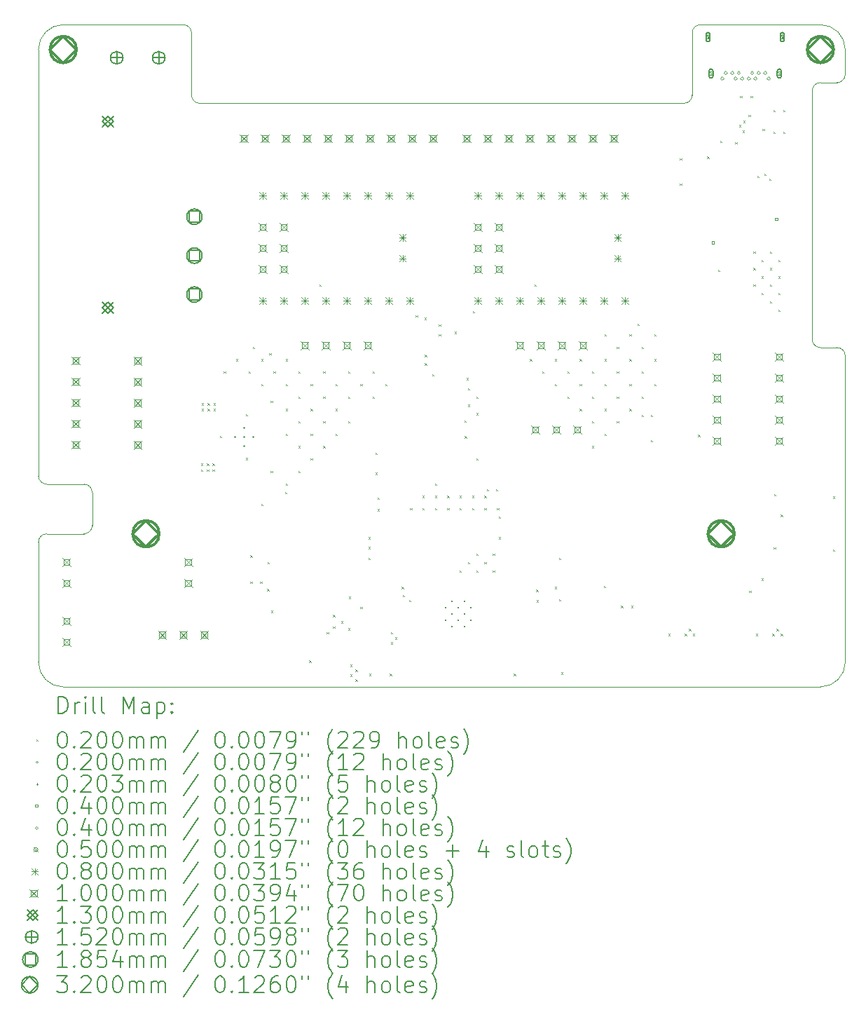
<source format=gbr>
%TF.GenerationSoftware,KiCad,Pcbnew,7.0.1*%
%TF.CreationDate,2023-06-08T02:50:05+01:00*%
%TF.ProjectId,DE10-lite_shield,44453130-2d6c-4697-9465-5f736869656c,rev?*%
%TF.SameCoordinates,Original*%
%TF.FileFunction,Drillmap*%
%TF.FilePolarity,Positive*%
%FSLAX45Y45*%
G04 Gerber Fmt 4.5, Leading zero omitted, Abs format (unit mm)*
G04 Created by KiCad (PCBNEW 7.0.1) date 2023-06-08 02:50:05*
%MOMM*%
%LPD*%
G01*
G04 APERTURE LIST*
%ADD10C,0.100000*%
%ADD11C,0.200000*%
%ADD12C,0.020000*%
%ADD13C,0.020320*%
%ADD14C,0.040000*%
%ADD15C,0.050000*%
%ADD16C,0.080000*%
%ADD17C,0.130000*%
%ADD18C,0.152000*%
%ADD19C,0.185420*%
%ADD20C,0.320000*%
G04 APERTURE END LIST*
D10*
X17800000Y-5950000D02*
G75*
G03*
X17900000Y-5850000I0J100000D01*
G01*
X19450000Y-5700000D02*
G75*
G03*
X19350000Y-5800000I0J-100000D01*
G01*
X19750000Y-12700000D02*
X19750000Y-9000000D01*
X10100000Y-10550000D02*
X10550000Y-10550000D01*
X17900000Y-5100000D02*
X17900000Y-5850000D01*
X19450000Y-13000000D02*
G75*
G03*
X19750000Y-12700000I0J300000D01*
G01*
X11850000Y-5100000D02*
G75*
G03*
X11750000Y-5000000I-100000J0D01*
G01*
X18000000Y-5000000D02*
G75*
G03*
X17900000Y-5100000I0J-100000D01*
G01*
X19650000Y-8900000D02*
X19450000Y-8900000D01*
X11850000Y-5850000D02*
G75*
G03*
X11950000Y-5950000I100000J0D01*
G01*
X10100000Y-11150000D02*
G75*
G03*
X10000000Y-11250000I0J-100000D01*
G01*
X19750000Y-9000000D02*
G75*
G03*
X19650000Y-8900000I-100000J0D01*
G01*
X10000000Y-5300000D02*
X10000000Y-10450000D01*
X19450000Y-5000000D02*
X18000000Y-5000000D01*
X19350000Y-8800000D02*
G75*
G03*
X19450000Y-8900000I100000J0D01*
G01*
X11750000Y-5000000D02*
X10300000Y-5000000D01*
X19450000Y-5700000D02*
X19650000Y-5700000D01*
X19750000Y-5300000D02*
G75*
G03*
X19450000Y-5000000I-300000J0D01*
G01*
X10300000Y-13000000D02*
X19450000Y-13000000D01*
X10650000Y-10650000D02*
G75*
G03*
X10550000Y-10550000I-100000J0D01*
G01*
X11850000Y-5850000D02*
X11850000Y-5100000D01*
X10000000Y-10450000D02*
G75*
G03*
X10100000Y-10550000I100000J0D01*
G01*
X19350000Y-8800000D02*
X19350000Y-5800000D01*
X10000000Y-12700000D02*
G75*
G03*
X10300000Y-13000000I300000J0D01*
G01*
X19650000Y-5700000D02*
G75*
G03*
X19750000Y-5600000I0J100000D01*
G01*
X17800000Y-5950000D02*
X11950000Y-5950000D01*
X10300000Y-5000000D02*
G75*
G03*
X10000000Y-5300000I0J-300000D01*
G01*
X10000000Y-11250000D02*
X10000000Y-12700000D01*
X10550000Y-11150000D02*
G75*
G03*
X10650000Y-11050000I0J100000D01*
G01*
X10550000Y-11150000D02*
X10100000Y-11150000D01*
X19750000Y-5600000D02*
X19750000Y-5300000D01*
X10650000Y-10650000D02*
X10650000Y-11050000D01*
D11*
D12*
X11965000Y-10302218D02*
X11985000Y-10322218D01*
X11985000Y-10302218D02*
X11965000Y-10322218D01*
X11965000Y-10372218D02*
X11985000Y-10392218D01*
X11985000Y-10372218D02*
X11965000Y-10392218D01*
X11975000Y-9572218D02*
X11995000Y-9592218D01*
X11995000Y-9572218D02*
X11975000Y-9592218D01*
X11975000Y-9642218D02*
X11995000Y-9662218D01*
X11995000Y-9642218D02*
X11975000Y-9662218D01*
X12035000Y-10302218D02*
X12055000Y-10322218D01*
X12055000Y-10302218D02*
X12035000Y-10322218D01*
X12035000Y-10372218D02*
X12055000Y-10392218D01*
X12055000Y-10372218D02*
X12035000Y-10392218D01*
X12045000Y-9572218D02*
X12065000Y-9592218D01*
X12065000Y-9572218D02*
X12045000Y-9592218D01*
X12045000Y-9642218D02*
X12065000Y-9662218D01*
X12065000Y-9642218D02*
X12045000Y-9662218D01*
X12105000Y-10302218D02*
X12125000Y-10322218D01*
X12125000Y-10302218D02*
X12105000Y-10322218D01*
X12105000Y-10372218D02*
X12125000Y-10392218D01*
X12125000Y-10372218D02*
X12105000Y-10392218D01*
X12115000Y-9572218D02*
X12135000Y-9592218D01*
X12135000Y-9572218D02*
X12115000Y-9592218D01*
X12115000Y-9642218D02*
X12135000Y-9662218D01*
X12135000Y-9642218D02*
X12115000Y-9662218D01*
X12190000Y-9965000D02*
X12210000Y-9985000D01*
X12210000Y-9965000D02*
X12190000Y-9985000D01*
X12240000Y-9190000D02*
X12260000Y-9210000D01*
X12260000Y-9190000D02*
X12240000Y-9210000D01*
X12390000Y-9040000D02*
X12410000Y-9060000D01*
X12410000Y-9040000D02*
X12390000Y-9060000D01*
X12505000Y-9702218D02*
X12525000Y-9722218D01*
X12525000Y-9702218D02*
X12505000Y-9722218D01*
X12505000Y-10232218D02*
X12525000Y-10252218D01*
X12525000Y-10232218D02*
X12505000Y-10252218D01*
X12540000Y-9190000D02*
X12560000Y-9210000D01*
X12560000Y-9190000D02*
X12540000Y-9210000D01*
X12560000Y-11410000D02*
X12580000Y-11430000D01*
X12580000Y-11410000D02*
X12560000Y-11430000D01*
X12560000Y-11730000D02*
X12580000Y-11750000D01*
X12580000Y-11730000D02*
X12560000Y-11750000D01*
X12590000Y-8890000D02*
X12610000Y-8910000D01*
X12610000Y-8890000D02*
X12590000Y-8910000D01*
X12680000Y-11730000D02*
X12700000Y-11750000D01*
X12700000Y-11730000D02*
X12680000Y-11750000D01*
X12690000Y-9040000D02*
X12710000Y-9060000D01*
X12710000Y-9040000D02*
X12690000Y-9060000D01*
X12690000Y-9340000D02*
X12710000Y-9360000D01*
X12710000Y-9340000D02*
X12690000Y-9360000D01*
X12690000Y-10790000D02*
X12710000Y-10810000D01*
X12710000Y-10790000D02*
X12690000Y-10810000D01*
X12763750Y-11816250D02*
X12783750Y-11836250D01*
X12783750Y-11816250D02*
X12763750Y-11836250D01*
X12770000Y-11490000D02*
X12790000Y-11510000D01*
X12790000Y-11490000D02*
X12770000Y-11510000D01*
X12790000Y-8970000D02*
X12810000Y-8990000D01*
X12810000Y-8970000D02*
X12790000Y-8990000D01*
X12805000Y-9542218D02*
X12825000Y-9562218D01*
X12825000Y-9542218D02*
X12805000Y-9562218D01*
X12805000Y-10392218D02*
X12825000Y-10412218D01*
X12825000Y-10392218D02*
X12805000Y-10412218D01*
X12810000Y-12080000D02*
X12830000Y-12100000D01*
X12830000Y-12080000D02*
X12810000Y-12100000D01*
X12840000Y-9190000D02*
X12860000Y-9210000D01*
X12860000Y-9190000D02*
X12840000Y-9210000D01*
X12980000Y-10645000D02*
X13000000Y-10665000D01*
X13000000Y-10645000D02*
X12980000Y-10665000D01*
X12990000Y-9040000D02*
X13010000Y-9060000D01*
X13010000Y-9040000D02*
X12990000Y-9060000D01*
X12990000Y-9340000D02*
X13010000Y-9360000D01*
X13010000Y-9340000D02*
X12990000Y-9360000D01*
X12990000Y-9640000D02*
X13010000Y-9660000D01*
X13010000Y-9640000D02*
X12990000Y-9660000D01*
X12990000Y-9940000D02*
X13010000Y-9960000D01*
X13010000Y-9940000D02*
X12990000Y-9960000D01*
X12990000Y-10540000D02*
X13010000Y-10560000D01*
X13010000Y-10540000D02*
X12990000Y-10560000D01*
X13140000Y-9190000D02*
X13160000Y-9210000D01*
X13160000Y-9190000D02*
X13140000Y-9210000D01*
X13140000Y-9490000D02*
X13160000Y-9510000D01*
X13160000Y-9490000D02*
X13140000Y-9510000D01*
X13140000Y-9790000D02*
X13160000Y-9810000D01*
X13160000Y-9790000D02*
X13140000Y-9810000D01*
X13140000Y-10090000D02*
X13160000Y-10110000D01*
X13160000Y-10090000D02*
X13140000Y-10110000D01*
X13140000Y-10390000D02*
X13160000Y-10410000D01*
X13160000Y-10390000D02*
X13140000Y-10410000D01*
X13273000Y-12679000D02*
X13293000Y-12699000D01*
X13293000Y-12679000D02*
X13273000Y-12699000D01*
X13290000Y-9340000D02*
X13310000Y-9360000D01*
X13310000Y-9340000D02*
X13290000Y-9360000D01*
X13290000Y-9640000D02*
X13310000Y-9660000D01*
X13310000Y-9640000D02*
X13290000Y-9660000D01*
X13290000Y-9940000D02*
X13310000Y-9960000D01*
X13310000Y-9940000D02*
X13290000Y-9960000D01*
X13290000Y-10240000D02*
X13310000Y-10260000D01*
X13310000Y-10240000D02*
X13290000Y-10260000D01*
X13393000Y-8140000D02*
X13413000Y-8160000D01*
X13413000Y-8140000D02*
X13393000Y-8160000D01*
X13440000Y-9190000D02*
X13460000Y-9210000D01*
X13460000Y-9190000D02*
X13440000Y-9210000D01*
X13440000Y-9490000D02*
X13460000Y-9510000D01*
X13460000Y-9490000D02*
X13440000Y-9510000D01*
X13440000Y-9790000D02*
X13460000Y-9810000D01*
X13460000Y-9790000D02*
X13440000Y-9810000D01*
X13440000Y-10090000D02*
X13460000Y-10110000D01*
X13460000Y-10090000D02*
X13440000Y-10110000D01*
X13482500Y-12337500D02*
X13502500Y-12357500D01*
X13502500Y-12337500D02*
X13482500Y-12357500D01*
X13560000Y-12270000D02*
X13580000Y-12290000D01*
X13580000Y-12270000D02*
X13560000Y-12290000D01*
X13561250Y-12131250D02*
X13581250Y-12151250D01*
X13581250Y-12131250D02*
X13561250Y-12151250D01*
X13590000Y-9340000D02*
X13610000Y-9360000D01*
X13610000Y-9340000D02*
X13590000Y-9360000D01*
X13590000Y-9640000D02*
X13610000Y-9660000D01*
X13610000Y-9640000D02*
X13590000Y-9660000D01*
X13590000Y-9940000D02*
X13610000Y-9960000D01*
X13610000Y-9940000D02*
X13590000Y-9960000D01*
X13660000Y-12207500D02*
X13680000Y-12227500D01*
X13680000Y-12207500D02*
X13660000Y-12227500D01*
X13740000Y-9190000D02*
X13760000Y-9210000D01*
X13760000Y-9190000D02*
X13740000Y-9210000D01*
X13740000Y-9490000D02*
X13760000Y-9510000D01*
X13760000Y-9490000D02*
X13740000Y-9510000D01*
X13740000Y-9790000D02*
X13760000Y-9810000D01*
X13760000Y-9790000D02*
X13740000Y-9810000D01*
X13740000Y-12290000D02*
X13760000Y-12310000D01*
X13760000Y-12290000D02*
X13740000Y-12310000D01*
X13750000Y-11910000D02*
X13770000Y-11930000D01*
X13770000Y-11910000D02*
X13750000Y-11930000D01*
X13770000Y-12730000D02*
X13790000Y-12750000D01*
X13790000Y-12730000D02*
X13770000Y-12750000D01*
X13770000Y-12850000D02*
X13790000Y-12870000D01*
X13790000Y-12850000D02*
X13770000Y-12870000D01*
X13830000Y-12790000D02*
X13850000Y-12810000D01*
X13850000Y-12790000D02*
X13830000Y-12810000D01*
X13830000Y-12910000D02*
X13850000Y-12930000D01*
X13850000Y-12910000D02*
X13830000Y-12930000D01*
X13890000Y-9340000D02*
X13910000Y-9360000D01*
X13910000Y-9340000D02*
X13890000Y-9360000D01*
X13890000Y-12030000D02*
X13910000Y-12050000D01*
X13910000Y-12030000D02*
X13890000Y-12050000D01*
X13990000Y-11190000D02*
X14010000Y-11210000D01*
X14010000Y-11190000D02*
X13990000Y-11210000D01*
X13990000Y-11310000D02*
X14010000Y-11330000D01*
X14010000Y-11310000D02*
X13990000Y-11330000D01*
X13990000Y-11440000D02*
X14010000Y-11460000D01*
X14010000Y-11440000D02*
X13990000Y-11460000D01*
X13995000Y-12840000D02*
X14015000Y-12860000D01*
X14015000Y-12840000D02*
X13995000Y-12860000D01*
X14040000Y-9190000D02*
X14060000Y-9210000D01*
X14060000Y-9190000D02*
X14040000Y-9210000D01*
X14040000Y-9490000D02*
X14060000Y-9510000D01*
X14060000Y-9490000D02*
X14040000Y-9510000D01*
X14070000Y-10170000D02*
X14090000Y-10190000D01*
X14090000Y-10170000D02*
X14070000Y-10190000D01*
X14070000Y-10410000D02*
X14090000Y-10430000D01*
X14090000Y-10410000D02*
X14070000Y-10430000D01*
X14100000Y-10710000D02*
X14120000Y-10730000D01*
X14120000Y-10710000D02*
X14100000Y-10730000D01*
X14100000Y-10850000D02*
X14120000Y-10870000D01*
X14120000Y-10850000D02*
X14100000Y-10870000D01*
X14190000Y-9340000D02*
X14210000Y-9360000D01*
X14210000Y-9340000D02*
X14190000Y-9360000D01*
X14245000Y-12840000D02*
X14265000Y-12860000D01*
X14265000Y-12840000D02*
X14245000Y-12860000D01*
X14260000Y-12335000D02*
X14280000Y-12355000D01*
X14280000Y-12335000D02*
X14260000Y-12355000D01*
X14260000Y-12460000D02*
X14280000Y-12480000D01*
X14280000Y-12460000D02*
X14260000Y-12480000D01*
X14310000Y-12400000D02*
X14330000Y-12420000D01*
X14330000Y-12400000D02*
X14310000Y-12420000D01*
X14390000Y-11790000D02*
X14410000Y-11810000D01*
X14410000Y-11790000D02*
X14390000Y-11810000D01*
X14400000Y-11890000D02*
X14420000Y-11910000D01*
X14420000Y-11890000D02*
X14400000Y-11910000D01*
X14480000Y-11950000D02*
X14500000Y-11970000D01*
X14500000Y-11950000D02*
X14480000Y-11970000D01*
X14490000Y-10840000D02*
X14510000Y-10860000D01*
X14510000Y-10840000D02*
X14490000Y-10860000D01*
X14560000Y-8510000D02*
X14580000Y-8530000D01*
X14580000Y-8510000D02*
X14560000Y-8530000D01*
X14640000Y-10690000D02*
X14660000Y-10710000D01*
X14660000Y-10690000D02*
X14640000Y-10710000D01*
X14640000Y-10840000D02*
X14660000Y-10860000D01*
X14660000Y-10840000D02*
X14640000Y-10860000D01*
X14665000Y-8540000D02*
X14685000Y-8560000D01*
X14685000Y-8540000D02*
X14665000Y-8560000D01*
X14669950Y-8990000D02*
X14689950Y-9010000D01*
X14689950Y-8990000D02*
X14669950Y-9010000D01*
X14670000Y-9090000D02*
X14690000Y-9110000D01*
X14690000Y-9090000D02*
X14670000Y-9110000D01*
X14760000Y-9220000D02*
X14780000Y-9240000D01*
X14780000Y-9220000D02*
X14760000Y-9240000D01*
X14790000Y-10540000D02*
X14810000Y-10560000D01*
X14810000Y-10540000D02*
X14790000Y-10560000D01*
X14790000Y-10690000D02*
X14810000Y-10710000D01*
X14810000Y-10690000D02*
X14790000Y-10710000D01*
X14790000Y-10840000D02*
X14810000Y-10860000D01*
X14810000Y-10840000D02*
X14790000Y-10860000D01*
X14840000Y-8620000D02*
X14860000Y-8640000D01*
X14860000Y-8620000D02*
X14840000Y-8640000D01*
X14840000Y-8740000D02*
X14860000Y-8760000D01*
X14860000Y-8740000D02*
X14840000Y-8760000D01*
X14940000Y-10690000D02*
X14960000Y-10710000D01*
X14960000Y-10690000D02*
X14940000Y-10710000D01*
X14940000Y-10840000D02*
X14960000Y-10860000D01*
X14960000Y-10840000D02*
X14940000Y-10860000D01*
X15030000Y-8710000D02*
X15050000Y-8730000D01*
X15050000Y-8710000D02*
X15030000Y-8730000D01*
X15090000Y-10690000D02*
X15110000Y-10710000D01*
X15110000Y-10690000D02*
X15090000Y-10710000D01*
X15090000Y-10840000D02*
X15110000Y-10860000D01*
X15110000Y-10840000D02*
X15090000Y-10860000D01*
X15090000Y-11590000D02*
X15110000Y-11610000D01*
X15110000Y-11590000D02*
X15090000Y-11610000D01*
X15150000Y-9779500D02*
X15170000Y-9799500D01*
X15170000Y-9779500D02*
X15150000Y-9799500D01*
X15152000Y-9969500D02*
X15172000Y-9989500D01*
X15172000Y-9969500D02*
X15152000Y-9989500D01*
X15172912Y-9267088D02*
X15192912Y-9287088D01*
X15192912Y-9267088D02*
X15172912Y-9287088D01*
X15190000Y-9390000D02*
X15210000Y-9410000D01*
X15210000Y-9390000D02*
X15190000Y-9410000D01*
X15190000Y-9590000D02*
X15210000Y-9610000D01*
X15210000Y-9590000D02*
X15190000Y-9610000D01*
X15190000Y-11490000D02*
X15210000Y-11510000D01*
X15210000Y-11490000D02*
X15190000Y-11510000D01*
X15240000Y-10690000D02*
X15260000Y-10710000D01*
X15260000Y-10690000D02*
X15240000Y-10710000D01*
X15240000Y-10840000D02*
X15260000Y-10860000D01*
X15260000Y-10840000D02*
X15240000Y-10860000D01*
X15250000Y-8460000D02*
X15270000Y-8480000D01*
X15270000Y-8460000D02*
X15250000Y-8480000D01*
X15290000Y-9490000D02*
X15310000Y-9510000D01*
X15310000Y-9490000D02*
X15290000Y-9510000D01*
X15290000Y-9690000D02*
X15310000Y-9710000D01*
X15310000Y-9690000D02*
X15290000Y-9710000D01*
X15290000Y-10240000D02*
X15310000Y-10260000D01*
X15310000Y-10240000D02*
X15290000Y-10260000D01*
X15290000Y-11390000D02*
X15310000Y-11410000D01*
X15310000Y-11390000D02*
X15290000Y-11410000D01*
X15290000Y-11590000D02*
X15310000Y-11610000D01*
X15310000Y-11590000D02*
X15290000Y-11610000D01*
X15390000Y-10690000D02*
X15410000Y-10710000D01*
X15410000Y-10690000D02*
X15390000Y-10710000D01*
X15390000Y-10840000D02*
X15410000Y-10860000D01*
X15410000Y-10840000D02*
X15390000Y-10860000D01*
X15390000Y-11490000D02*
X15410000Y-11510000D01*
X15410000Y-11490000D02*
X15390000Y-11510000D01*
X15420000Y-10610000D02*
X15440000Y-10630000D01*
X15440000Y-10610000D02*
X15420000Y-10630000D01*
X15490000Y-11390000D02*
X15510000Y-11410000D01*
X15510000Y-11390000D02*
X15490000Y-11410000D01*
X15490000Y-11590000D02*
X15510000Y-11610000D01*
X15510000Y-11590000D02*
X15490000Y-11610000D01*
X15530000Y-10610000D02*
X15550000Y-10630000D01*
X15550000Y-10610000D02*
X15530000Y-10630000D01*
X15540000Y-10840000D02*
X15560000Y-10860000D01*
X15560000Y-10840000D02*
X15540000Y-10860000D01*
X15565000Y-10940000D02*
X15585000Y-10960000D01*
X15585000Y-10940000D02*
X15565000Y-10960000D01*
X15565000Y-11190000D02*
X15585000Y-11210000D01*
X15585000Y-11190000D02*
X15565000Y-11210000D01*
X15745000Y-12840000D02*
X15765000Y-12860000D01*
X15765000Y-12840000D02*
X15745000Y-12860000D01*
X15940000Y-9040000D02*
X15960000Y-9060000D01*
X15960000Y-9040000D02*
X15940000Y-9060000D01*
X15993000Y-8140000D02*
X16013000Y-8160000D01*
X16013000Y-8140000D02*
X15993000Y-8160000D01*
X16015000Y-11825000D02*
X16035000Y-11845000D01*
X16035000Y-11825000D02*
X16015000Y-11845000D01*
X16018000Y-11952000D02*
X16038000Y-11972000D01*
X16038000Y-11952000D02*
X16018000Y-11972000D01*
X16090000Y-9190000D02*
X16110000Y-9210000D01*
X16110000Y-9190000D02*
X16090000Y-9210000D01*
X16240000Y-9040000D02*
X16260000Y-9060000D01*
X16260000Y-9040000D02*
X16240000Y-9060000D01*
X16240000Y-9340000D02*
X16260000Y-9360000D01*
X16260000Y-9340000D02*
X16240000Y-9360000D01*
X16240000Y-11790000D02*
X16260000Y-11810000D01*
X16260000Y-11790000D02*
X16240000Y-11810000D01*
X16290000Y-11440000D02*
X16310000Y-11460000D01*
X16310000Y-11440000D02*
X16290000Y-11460000D01*
X16290000Y-11940000D02*
X16310000Y-11960000D01*
X16310000Y-11940000D02*
X16290000Y-11960000D01*
X16317500Y-12825000D02*
X16337500Y-12845000D01*
X16337500Y-12825000D02*
X16317500Y-12845000D01*
X16390000Y-9190000D02*
X16410000Y-9210000D01*
X16410000Y-9190000D02*
X16390000Y-9210000D01*
X16390000Y-9490000D02*
X16410000Y-9510000D01*
X16410000Y-9490000D02*
X16390000Y-9510000D01*
X16540000Y-9040000D02*
X16560000Y-9060000D01*
X16560000Y-9040000D02*
X16540000Y-9060000D01*
X16540000Y-9340000D02*
X16560000Y-9360000D01*
X16560000Y-9340000D02*
X16540000Y-9360000D01*
X16540000Y-9640000D02*
X16560000Y-9660000D01*
X16560000Y-9640000D02*
X16540000Y-9660000D01*
X16690000Y-9190000D02*
X16710000Y-9210000D01*
X16710000Y-9190000D02*
X16690000Y-9210000D01*
X16690000Y-9490000D02*
X16710000Y-9510000D01*
X16710000Y-9490000D02*
X16690000Y-9510000D01*
X16690000Y-9790000D02*
X16710000Y-9810000D01*
X16710000Y-9790000D02*
X16690000Y-9810000D01*
X16690000Y-10090000D02*
X16710000Y-10110000D01*
X16710000Y-10090000D02*
X16690000Y-10110000D01*
X16830000Y-11780000D02*
X16850000Y-11800000D01*
X16850000Y-11780000D02*
X16830000Y-11800000D01*
X16840000Y-8740000D02*
X16860000Y-8760000D01*
X16860000Y-8740000D02*
X16840000Y-8760000D01*
X16840000Y-9040000D02*
X16860000Y-9060000D01*
X16860000Y-9040000D02*
X16840000Y-9060000D01*
X16840000Y-9340000D02*
X16860000Y-9360000D01*
X16860000Y-9340000D02*
X16840000Y-9360000D01*
X16840000Y-9640000D02*
X16860000Y-9660000D01*
X16860000Y-9640000D02*
X16840000Y-9660000D01*
X16840000Y-9940000D02*
X16860000Y-9960000D01*
X16860000Y-9940000D02*
X16840000Y-9960000D01*
X16990000Y-8890000D02*
X17010000Y-8910000D01*
X17010000Y-8890000D02*
X16990000Y-8910000D01*
X16990000Y-9190000D02*
X17010000Y-9210000D01*
X17010000Y-9190000D02*
X16990000Y-9210000D01*
X16990000Y-9490000D02*
X17010000Y-9510000D01*
X17010000Y-9490000D02*
X16990000Y-9510000D01*
X16990000Y-9790000D02*
X17010000Y-9810000D01*
X17010000Y-9790000D02*
X16990000Y-9810000D01*
X17040000Y-12020000D02*
X17060000Y-12040000D01*
X17060000Y-12020000D02*
X17040000Y-12040000D01*
X17140000Y-8740000D02*
X17160000Y-8760000D01*
X17160000Y-8740000D02*
X17140000Y-8760000D01*
X17140000Y-9040000D02*
X17160000Y-9060000D01*
X17160000Y-9040000D02*
X17140000Y-9060000D01*
X17140000Y-9340000D02*
X17160000Y-9360000D01*
X17160000Y-9340000D02*
X17140000Y-9360000D01*
X17140000Y-9640000D02*
X17160000Y-9660000D01*
X17160000Y-9640000D02*
X17140000Y-9660000D01*
X17160000Y-12020000D02*
X17180000Y-12040000D01*
X17180000Y-12020000D02*
X17160000Y-12040000D01*
X17240000Y-8610000D02*
X17260000Y-8630000D01*
X17260000Y-8610000D02*
X17240000Y-8630000D01*
X17290000Y-8890000D02*
X17310000Y-8910000D01*
X17310000Y-8890000D02*
X17290000Y-8910000D01*
X17290000Y-9190000D02*
X17310000Y-9210000D01*
X17310000Y-9190000D02*
X17290000Y-9210000D01*
X17290000Y-9490000D02*
X17310000Y-9510000D01*
X17310000Y-9490000D02*
X17290000Y-9510000D01*
X17290000Y-9710000D02*
X17310000Y-9730000D01*
X17310000Y-9710000D02*
X17290000Y-9730000D01*
X17400000Y-9710000D02*
X17420000Y-9730000D01*
X17420000Y-9710000D02*
X17400000Y-9730000D01*
X17400000Y-10020000D02*
X17420000Y-10040000D01*
X17420000Y-10020000D02*
X17400000Y-10040000D01*
X17440000Y-8740000D02*
X17460000Y-8760000D01*
X17460000Y-8740000D02*
X17440000Y-8760000D01*
X17440000Y-9040000D02*
X17460000Y-9060000D01*
X17460000Y-9040000D02*
X17440000Y-9060000D01*
X17440000Y-9340000D02*
X17460000Y-9360000D01*
X17460000Y-9340000D02*
X17440000Y-9360000D01*
X17610000Y-12360000D02*
X17630000Y-12380000D01*
X17630000Y-12360000D02*
X17610000Y-12380000D01*
X17750000Y-6615000D02*
X17770000Y-6635000D01*
X17770000Y-6615000D02*
X17750000Y-6635000D01*
X17750000Y-6920000D02*
X17770000Y-6940000D01*
X17770000Y-6920000D02*
X17750000Y-6940000D01*
X17810000Y-12360000D02*
X17830000Y-12380000D01*
X17830000Y-12360000D02*
X17810000Y-12380000D01*
X17860000Y-12300000D02*
X17880000Y-12320000D01*
X17880000Y-12300000D02*
X17860000Y-12320000D01*
X17910000Y-12360000D02*
X17930000Y-12380000D01*
X17930000Y-12360000D02*
X17910000Y-12380000D01*
X17970000Y-9955000D02*
X17990000Y-9975000D01*
X17990000Y-9955000D02*
X17970000Y-9975000D01*
X18082000Y-6593000D02*
X18102000Y-6613000D01*
X18102000Y-6593000D02*
X18082000Y-6613000D01*
X18210000Y-7960000D02*
X18230000Y-7980000D01*
X18230000Y-7960000D02*
X18210000Y-7980000D01*
X18240000Y-6400000D02*
X18260000Y-6420000D01*
X18260000Y-6400000D02*
X18240000Y-6420000D01*
X18420000Y-6420000D02*
X18440000Y-6440000D01*
X18440000Y-6420000D02*
X18420000Y-6440000D01*
X18465000Y-6210251D02*
X18485000Y-6230251D01*
X18485000Y-6210251D02*
X18465000Y-6230251D01*
X18480000Y-5860000D02*
X18500000Y-5880000D01*
X18500000Y-5860000D02*
X18480000Y-5880000D01*
X18510000Y-6280000D02*
X18530000Y-6300000D01*
X18530000Y-6280000D02*
X18510000Y-6300000D01*
X18514749Y-6160000D02*
X18534749Y-6180000D01*
X18534749Y-6160000D02*
X18514749Y-6180000D01*
X18580000Y-6090000D02*
X18600000Y-6110000D01*
X18600000Y-6090000D02*
X18580000Y-6110000D01*
X18590000Y-11840000D02*
X18610000Y-11860000D01*
X18610000Y-11840000D02*
X18590000Y-11860000D01*
X18605000Y-5860000D02*
X18625000Y-5880000D01*
X18625000Y-5860000D02*
X18605000Y-5880000D01*
X18640000Y-7740000D02*
X18660000Y-7760000D01*
X18660000Y-7740000D02*
X18640000Y-7760000D01*
X18640000Y-7940000D02*
X18660000Y-7960000D01*
X18660000Y-7940000D02*
X18640000Y-7960000D01*
X18640000Y-8140000D02*
X18660000Y-8160000D01*
X18660000Y-8140000D02*
X18640000Y-8160000D01*
X18670000Y-12360000D02*
X18690000Y-12380000D01*
X18690000Y-12360000D02*
X18670000Y-12380000D01*
X18685000Y-6827550D02*
X18705000Y-6847550D01*
X18705000Y-6827550D02*
X18685000Y-6847550D01*
X18740000Y-7840000D02*
X18760000Y-7860000D01*
X18760000Y-7840000D02*
X18740000Y-7860000D01*
X18740000Y-8040000D02*
X18760000Y-8060000D01*
X18760000Y-8040000D02*
X18740000Y-8060000D01*
X18740000Y-8240000D02*
X18760000Y-8260000D01*
X18760000Y-8240000D02*
X18740000Y-8260000D01*
X18740000Y-11690000D02*
X18760000Y-11710000D01*
X18760000Y-11690000D02*
X18740000Y-11710000D01*
X18750000Y-6260000D02*
X18770000Y-6280000D01*
X18770000Y-6260000D02*
X18750000Y-6280000D01*
X18770000Y-6800000D02*
X18790000Y-6820000D01*
X18790000Y-6800000D02*
X18770000Y-6820000D01*
X18828645Y-6861355D02*
X18848645Y-6881355D01*
X18848645Y-6861355D02*
X18828645Y-6881355D01*
X18840000Y-7740000D02*
X18860000Y-7760000D01*
X18860000Y-7740000D02*
X18840000Y-7760000D01*
X18840000Y-7940000D02*
X18860000Y-7960000D01*
X18860000Y-7940000D02*
X18840000Y-7960000D01*
X18840000Y-8140000D02*
X18860000Y-8160000D01*
X18860000Y-8140000D02*
X18840000Y-8160000D01*
X18840000Y-8340000D02*
X18860000Y-8360000D01*
X18860000Y-8340000D02*
X18840000Y-8360000D01*
X18870000Y-12360000D02*
X18890000Y-12380000D01*
X18890000Y-12360000D02*
X18870000Y-12380000D01*
X18880000Y-6030000D02*
X18900000Y-6050000D01*
X18900000Y-6030000D02*
X18880000Y-6050000D01*
X18880000Y-6290000D02*
X18900000Y-6310000D01*
X18900000Y-6290000D02*
X18880000Y-6310000D01*
X18885000Y-11315000D02*
X18905000Y-11335000D01*
X18905000Y-11315000D02*
X18885000Y-11335000D01*
X18892500Y-10670000D02*
X18912500Y-10690000D01*
X18912500Y-10670000D02*
X18892500Y-10690000D01*
X18920000Y-12300000D02*
X18940000Y-12320000D01*
X18940000Y-12300000D02*
X18920000Y-12320000D01*
X18940000Y-7840000D02*
X18960000Y-7860000D01*
X18960000Y-7840000D02*
X18940000Y-7860000D01*
X18940000Y-8040000D02*
X18960000Y-8060000D01*
X18960000Y-8040000D02*
X18940000Y-8060000D01*
X18940000Y-8240000D02*
X18960000Y-8260000D01*
X18960000Y-8240000D02*
X18940000Y-8260000D01*
X18940000Y-8440000D02*
X18960000Y-8460000D01*
X18960000Y-8440000D02*
X18940000Y-8460000D01*
X18970000Y-10920000D02*
X18990000Y-10940000D01*
X18990000Y-10920000D02*
X18970000Y-10940000D01*
X18970000Y-12360000D02*
X18990000Y-12380000D01*
X18990000Y-12360000D02*
X18970000Y-12380000D01*
X19000000Y-6030000D02*
X19020000Y-6050000D01*
X19020000Y-6030000D02*
X19000000Y-6050000D01*
X19000000Y-6290000D02*
X19020000Y-6310000D01*
X19020000Y-6290000D02*
X19000000Y-6310000D01*
X19600000Y-10700000D02*
X19620000Y-10720000D01*
X19620000Y-10700000D02*
X19600000Y-10720000D01*
X19600000Y-11340000D02*
X19620000Y-11360000D01*
X19620000Y-11340000D02*
X19600000Y-11360000D01*
X14930000Y-12040750D02*
G75*
G03*
X14930000Y-12040750I-10000J0D01*
G01*
X14930000Y-12193250D02*
G75*
G03*
X14930000Y-12193250I-10000J0D01*
G01*
X15006250Y-11964500D02*
G75*
G03*
X15006250Y-11964500I-10000J0D01*
G01*
X15006250Y-12117000D02*
G75*
G03*
X15006250Y-12117000I-10000J0D01*
G01*
X15006250Y-12269500D02*
G75*
G03*
X15006250Y-12269500I-10000J0D01*
G01*
X15082500Y-12040750D02*
G75*
G03*
X15082500Y-12040750I-10000J0D01*
G01*
X15082500Y-12193250D02*
G75*
G03*
X15082500Y-12193250I-10000J0D01*
G01*
X15158750Y-11964500D02*
G75*
G03*
X15158750Y-11964500I-10000J0D01*
G01*
X15158750Y-12117000D02*
G75*
G03*
X15158750Y-12117000I-10000J0D01*
G01*
X15158750Y-12269500D02*
G75*
G03*
X15158750Y-12269500I-10000J0D01*
G01*
X15235000Y-12040750D02*
G75*
G03*
X15235000Y-12040750I-10000J0D01*
G01*
X15235000Y-12193250D02*
G75*
G03*
X15235000Y-12193250I-10000J0D01*
G01*
D13*
X12372500Y-9967058D02*
X12372500Y-9987378D01*
X12362340Y-9977218D02*
X12382660Y-9977218D01*
X12482500Y-9857058D02*
X12482500Y-9877378D01*
X12472340Y-9867218D02*
X12492660Y-9867218D01*
X12482500Y-9967058D02*
X12482500Y-9987378D01*
X12472340Y-9977218D02*
X12492660Y-9977218D01*
X12482500Y-10077058D02*
X12482500Y-10097378D01*
X12472340Y-10087218D02*
X12492660Y-10087218D01*
X12592500Y-9967058D02*
X12592500Y-9987378D01*
X12582340Y-9977218D02*
X12602660Y-9977218D01*
D14*
X18164142Y-7644142D02*
X18164142Y-7615858D01*
X18135858Y-7615858D01*
X18135858Y-7644142D01*
X18164142Y-7644142D01*
X18930392Y-7364142D02*
X18930392Y-7335858D01*
X18902108Y-7335858D01*
X18902108Y-7364142D01*
X18930392Y-7364142D01*
X18260000Y-5669000D02*
X18280000Y-5649000D01*
X18260000Y-5629000D01*
X18240000Y-5649000D01*
X18260000Y-5669000D01*
X18300000Y-5599000D02*
X18320000Y-5579000D01*
X18300000Y-5559000D01*
X18280000Y-5579000D01*
X18300000Y-5599000D01*
X18380000Y-5599000D02*
X18400000Y-5579000D01*
X18380000Y-5559000D01*
X18360000Y-5579000D01*
X18380000Y-5599000D01*
X18420000Y-5669000D02*
X18440000Y-5649000D01*
X18420000Y-5629000D01*
X18400000Y-5649000D01*
X18420000Y-5669000D01*
X18460000Y-5599000D02*
X18480000Y-5579000D01*
X18460000Y-5559000D01*
X18440000Y-5579000D01*
X18460000Y-5599000D01*
X18500000Y-5669000D02*
X18520000Y-5649000D01*
X18500000Y-5629000D01*
X18480000Y-5649000D01*
X18500000Y-5669000D01*
X18580000Y-5669000D02*
X18600000Y-5649000D01*
X18580000Y-5629000D01*
X18560000Y-5649000D01*
X18580000Y-5669000D01*
X18620000Y-5599000D02*
X18640000Y-5579000D01*
X18620000Y-5559000D01*
X18600000Y-5579000D01*
X18620000Y-5599000D01*
X18660000Y-5669000D02*
X18680000Y-5649000D01*
X18660000Y-5629000D01*
X18640000Y-5649000D01*
X18660000Y-5669000D01*
X18700000Y-5599000D02*
X18720000Y-5579000D01*
X18700000Y-5559000D01*
X18680000Y-5579000D01*
X18700000Y-5599000D01*
X18780000Y-5599000D02*
X18800000Y-5579000D01*
X18780000Y-5559000D01*
X18760000Y-5579000D01*
X18780000Y-5599000D01*
X18820000Y-5669000D02*
X18840000Y-5649000D01*
X18820000Y-5629000D01*
X18800000Y-5649000D01*
X18820000Y-5669000D01*
D15*
X18066000Y-5125000D02*
X18116000Y-5175000D01*
X18116000Y-5125000D02*
X18066000Y-5175000D01*
X18116000Y-5150000D02*
G75*
G03*
X18116000Y-5150000I-25000J0D01*
G01*
D11*
X18116000Y-5180000D02*
X18116000Y-5120000D01*
X18116000Y-5120000D02*
G75*
G03*
X18066000Y-5120000I-25000J0D01*
G01*
X18066000Y-5120000D02*
X18066000Y-5180000D01*
X18066000Y-5180000D02*
G75*
G03*
X18116000Y-5180000I25000J0D01*
G01*
D15*
X18102000Y-5565000D02*
X18152000Y-5615000D01*
X18152000Y-5565000D02*
X18102000Y-5615000D01*
X18152000Y-5590000D02*
G75*
G03*
X18152000Y-5590000I-25000J0D01*
G01*
D11*
X18152000Y-5620000D02*
X18152000Y-5560000D01*
X18152000Y-5560000D02*
G75*
G03*
X18102000Y-5560000I-25000J0D01*
G01*
X18102000Y-5560000D02*
X18102000Y-5620000D01*
X18102000Y-5620000D02*
G75*
G03*
X18152000Y-5620000I25000J0D01*
G01*
D15*
X18928000Y-5565000D02*
X18978000Y-5615000D01*
X18978000Y-5565000D02*
X18928000Y-5615000D01*
X18978000Y-5590000D02*
G75*
G03*
X18978000Y-5590000I-25000J0D01*
G01*
D11*
X18978000Y-5620000D02*
X18978000Y-5560000D01*
X18978000Y-5560000D02*
G75*
G03*
X18928000Y-5560000I-25000J0D01*
G01*
X18928000Y-5560000D02*
X18928000Y-5620000D01*
X18928000Y-5620000D02*
G75*
G03*
X18978000Y-5620000I25000J0D01*
G01*
D15*
X18964000Y-5125000D02*
X19014000Y-5175000D01*
X19014000Y-5125000D02*
X18964000Y-5175000D01*
X19014000Y-5150000D02*
G75*
G03*
X19014000Y-5150000I-25000J0D01*
G01*
D11*
X19014000Y-5180000D02*
X19014000Y-5120000D01*
X19014000Y-5120000D02*
G75*
G03*
X18964000Y-5120000I-25000J0D01*
G01*
X18964000Y-5120000D02*
X18964000Y-5180000D01*
X18964000Y-5180000D02*
G75*
G03*
X19014000Y-5180000I25000J0D01*
G01*
D16*
X12671000Y-7024000D02*
X12751000Y-7104000D01*
X12751000Y-7024000D02*
X12671000Y-7104000D01*
X12711000Y-7024000D02*
X12711000Y-7104000D01*
X12671000Y-7064000D02*
X12751000Y-7064000D01*
X12671000Y-8294000D02*
X12751000Y-8374000D01*
X12751000Y-8294000D02*
X12671000Y-8374000D01*
X12711000Y-8294000D02*
X12711000Y-8374000D01*
X12671000Y-8334000D02*
X12751000Y-8334000D01*
X12925000Y-7024000D02*
X13005000Y-7104000D01*
X13005000Y-7024000D02*
X12925000Y-7104000D01*
X12965000Y-7024000D02*
X12965000Y-7104000D01*
X12925000Y-7064000D02*
X13005000Y-7064000D01*
X12925000Y-8294000D02*
X13005000Y-8374000D01*
X13005000Y-8294000D02*
X12925000Y-8374000D01*
X12965000Y-8294000D02*
X12965000Y-8374000D01*
X12925000Y-8334000D02*
X13005000Y-8334000D01*
X13179000Y-7024000D02*
X13259000Y-7104000D01*
X13259000Y-7024000D02*
X13179000Y-7104000D01*
X13219000Y-7024000D02*
X13219000Y-7104000D01*
X13179000Y-7064000D02*
X13259000Y-7064000D01*
X13179000Y-8294000D02*
X13259000Y-8374000D01*
X13259000Y-8294000D02*
X13179000Y-8374000D01*
X13219000Y-8294000D02*
X13219000Y-8374000D01*
X13179000Y-8334000D02*
X13259000Y-8334000D01*
X13433000Y-7024000D02*
X13513000Y-7104000D01*
X13513000Y-7024000D02*
X13433000Y-7104000D01*
X13473000Y-7024000D02*
X13473000Y-7104000D01*
X13433000Y-7064000D02*
X13513000Y-7064000D01*
X13433000Y-8294000D02*
X13513000Y-8374000D01*
X13513000Y-8294000D02*
X13433000Y-8374000D01*
X13473000Y-8294000D02*
X13473000Y-8374000D01*
X13433000Y-8334000D02*
X13513000Y-8334000D01*
X13687000Y-7024000D02*
X13767000Y-7104000D01*
X13767000Y-7024000D02*
X13687000Y-7104000D01*
X13727000Y-7024000D02*
X13727000Y-7104000D01*
X13687000Y-7064000D02*
X13767000Y-7064000D01*
X13687000Y-8294000D02*
X13767000Y-8374000D01*
X13767000Y-8294000D02*
X13687000Y-8374000D01*
X13727000Y-8294000D02*
X13727000Y-8374000D01*
X13687000Y-8334000D02*
X13767000Y-8334000D01*
X13941000Y-7024000D02*
X14021000Y-7104000D01*
X14021000Y-7024000D02*
X13941000Y-7104000D01*
X13981000Y-7024000D02*
X13981000Y-7104000D01*
X13941000Y-7064000D02*
X14021000Y-7064000D01*
X13941000Y-8294000D02*
X14021000Y-8374000D01*
X14021000Y-8294000D02*
X13941000Y-8374000D01*
X13981000Y-8294000D02*
X13981000Y-8374000D01*
X13941000Y-8334000D02*
X14021000Y-8334000D01*
X14195000Y-7024000D02*
X14275000Y-7104000D01*
X14275000Y-7024000D02*
X14195000Y-7104000D01*
X14235000Y-7024000D02*
X14235000Y-7104000D01*
X14195000Y-7064000D02*
X14275000Y-7064000D01*
X14195000Y-8294000D02*
X14275000Y-8374000D01*
X14275000Y-8294000D02*
X14195000Y-8374000D01*
X14235000Y-8294000D02*
X14235000Y-8374000D01*
X14195000Y-8334000D02*
X14275000Y-8334000D01*
X14360000Y-7533000D02*
X14440000Y-7613000D01*
X14440000Y-7533000D02*
X14360000Y-7613000D01*
X14400000Y-7533000D02*
X14400000Y-7613000D01*
X14360000Y-7573000D02*
X14440000Y-7573000D01*
X14360000Y-7783000D02*
X14440000Y-7863000D01*
X14440000Y-7783000D02*
X14360000Y-7863000D01*
X14400000Y-7783000D02*
X14400000Y-7863000D01*
X14360000Y-7823000D02*
X14440000Y-7823000D01*
X14449000Y-7024000D02*
X14529000Y-7104000D01*
X14529000Y-7024000D02*
X14449000Y-7104000D01*
X14489000Y-7024000D02*
X14489000Y-7104000D01*
X14449000Y-7064000D02*
X14529000Y-7064000D01*
X14449000Y-8294000D02*
X14529000Y-8374000D01*
X14529000Y-8294000D02*
X14449000Y-8374000D01*
X14489000Y-8294000D02*
X14489000Y-8374000D01*
X14449000Y-8334000D02*
X14529000Y-8334000D01*
X15271000Y-7024000D02*
X15351000Y-7104000D01*
X15351000Y-7024000D02*
X15271000Y-7104000D01*
X15311000Y-7024000D02*
X15311000Y-7104000D01*
X15271000Y-7064000D02*
X15351000Y-7064000D01*
X15271000Y-8294000D02*
X15351000Y-8374000D01*
X15351000Y-8294000D02*
X15271000Y-8374000D01*
X15311000Y-8294000D02*
X15311000Y-8374000D01*
X15271000Y-8334000D02*
X15351000Y-8334000D01*
X15525000Y-7024000D02*
X15605000Y-7104000D01*
X15605000Y-7024000D02*
X15525000Y-7104000D01*
X15565000Y-7024000D02*
X15565000Y-7104000D01*
X15525000Y-7064000D02*
X15605000Y-7064000D01*
X15525000Y-8294000D02*
X15605000Y-8374000D01*
X15605000Y-8294000D02*
X15525000Y-8374000D01*
X15565000Y-8294000D02*
X15565000Y-8374000D01*
X15525000Y-8334000D02*
X15605000Y-8334000D01*
X15779000Y-7024000D02*
X15859000Y-7104000D01*
X15859000Y-7024000D02*
X15779000Y-7104000D01*
X15819000Y-7024000D02*
X15819000Y-7104000D01*
X15779000Y-7064000D02*
X15859000Y-7064000D01*
X15779000Y-8294000D02*
X15859000Y-8374000D01*
X15859000Y-8294000D02*
X15779000Y-8374000D01*
X15819000Y-8294000D02*
X15819000Y-8374000D01*
X15779000Y-8334000D02*
X15859000Y-8334000D01*
X16033000Y-7024000D02*
X16113000Y-7104000D01*
X16113000Y-7024000D02*
X16033000Y-7104000D01*
X16073000Y-7024000D02*
X16073000Y-7104000D01*
X16033000Y-7064000D02*
X16113000Y-7064000D01*
X16033000Y-8294000D02*
X16113000Y-8374000D01*
X16113000Y-8294000D02*
X16033000Y-8374000D01*
X16073000Y-8294000D02*
X16073000Y-8374000D01*
X16033000Y-8334000D02*
X16113000Y-8334000D01*
X16287000Y-7024000D02*
X16367000Y-7104000D01*
X16367000Y-7024000D02*
X16287000Y-7104000D01*
X16327000Y-7024000D02*
X16327000Y-7104000D01*
X16287000Y-7064000D02*
X16367000Y-7064000D01*
X16287000Y-8294000D02*
X16367000Y-8374000D01*
X16367000Y-8294000D02*
X16287000Y-8374000D01*
X16327000Y-8294000D02*
X16327000Y-8374000D01*
X16287000Y-8334000D02*
X16367000Y-8334000D01*
X16541000Y-7024000D02*
X16621000Y-7104000D01*
X16621000Y-7024000D02*
X16541000Y-7104000D01*
X16581000Y-7024000D02*
X16581000Y-7104000D01*
X16541000Y-7064000D02*
X16621000Y-7064000D01*
X16541000Y-8294000D02*
X16621000Y-8374000D01*
X16621000Y-8294000D02*
X16541000Y-8374000D01*
X16581000Y-8294000D02*
X16581000Y-8374000D01*
X16541000Y-8334000D02*
X16621000Y-8334000D01*
X16795000Y-7024000D02*
X16875000Y-7104000D01*
X16875000Y-7024000D02*
X16795000Y-7104000D01*
X16835000Y-7024000D02*
X16835000Y-7104000D01*
X16795000Y-7064000D02*
X16875000Y-7064000D01*
X16795000Y-8294000D02*
X16875000Y-8374000D01*
X16875000Y-8294000D02*
X16795000Y-8374000D01*
X16835000Y-8294000D02*
X16835000Y-8374000D01*
X16795000Y-8334000D02*
X16875000Y-8334000D01*
X16960000Y-7533000D02*
X17040000Y-7613000D01*
X17040000Y-7533000D02*
X16960000Y-7613000D01*
X17000000Y-7533000D02*
X17000000Y-7613000D01*
X16960000Y-7573000D02*
X17040000Y-7573000D01*
X16960000Y-7783000D02*
X17040000Y-7863000D01*
X17040000Y-7783000D02*
X16960000Y-7863000D01*
X17000000Y-7783000D02*
X17000000Y-7863000D01*
X16960000Y-7823000D02*
X17040000Y-7823000D01*
X17049000Y-7024000D02*
X17129000Y-7104000D01*
X17129000Y-7024000D02*
X17049000Y-7104000D01*
X17089000Y-7024000D02*
X17089000Y-7104000D01*
X17049000Y-7064000D02*
X17129000Y-7064000D01*
X17049000Y-8294000D02*
X17129000Y-8374000D01*
X17129000Y-8294000D02*
X17049000Y-8374000D01*
X17089000Y-8294000D02*
X17089000Y-8374000D01*
X17049000Y-8334000D02*
X17129000Y-8334000D01*
D10*
X10290000Y-11442500D02*
X10390000Y-11542500D01*
X10390000Y-11442500D02*
X10290000Y-11542500D01*
X10375356Y-11527856D02*
X10375356Y-11457144D01*
X10304644Y-11457144D01*
X10304644Y-11527856D01*
X10375356Y-11527856D01*
X10290000Y-11696500D02*
X10390000Y-11796500D01*
X10390000Y-11696500D02*
X10290000Y-11796500D01*
X10375356Y-11781856D02*
X10375356Y-11711144D01*
X10304644Y-11711144D01*
X10304644Y-11781856D01*
X10375356Y-11781856D01*
X10290000Y-12152500D02*
X10390000Y-12252500D01*
X10390000Y-12152500D02*
X10290000Y-12252500D01*
X10375356Y-12237856D02*
X10375356Y-12167144D01*
X10304644Y-12167144D01*
X10304644Y-12237856D01*
X10375356Y-12237856D01*
X10290000Y-12406500D02*
X10390000Y-12506500D01*
X10390000Y-12406500D02*
X10290000Y-12506500D01*
X10375356Y-12491856D02*
X10375356Y-12421144D01*
X10304644Y-12421144D01*
X10304644Y-12491856D01*
X10375356Y-12491856D01*
X10400000Y-9008500D02*
X10500000Y-9108500D01*
X10500000Y-9008500D02*
X10400000Y-9108500D01*
X10485356Y-9093856D02*
X10485356Y-9023144D01*
X10414644Y-9023144D01*
X10414644Y-9093856D01*
X10485356Y-9093856D01*
X10400000Y-9262500D02*
X10500000Y-9362500D01*
X10500000Y-9262500D02*
X10400000Y-9362500D01*
X10485356Y-9347856D02*
X10485356Y-9277144D01*
X10414644Y-9277144D01*
X10414644Y-9347856D01*
X10485356Y-9347856D01*
X10400000Y-9516500D02*
X10500000Y-9616500D01*
X10500000Y-9516500D02*
X10400000Y-9616500D01*
X10485356Y-9601856D02*
X10485356Y-9531144D01*
X10414644Y-9531144D01*
X10414644Y-9601856D01*
X10485356Y-9601856D01*
X10400000Y-9770500D02*
X10500000Y-9870500D01*
X10500000Y-9770500D02*
X10400000Y-9870500D01*
X10485356Y-9855856D02*
X10485356Y-9785144D01*
X10414644Y-9785144D01*
X10414644Y-9855856D01*
X10485356Y-9855856D01*
X10400000Y-10024500D02*
X10500000Y-10124500D01*
X10500000Y-10024500D02*
X10400000Y-10124500D01*
X10485356Y-10109856D02*
X10485356Y-10039144D01*
X10414644Y-10039144D01*
X10414644Y-10109856D01*
X10485356Y-10109856D01*
X11150000Y-9009000D02*
X11250000Y-9109000D01*
X11250000Y-9009000D02*
X11150000Y-9109000D01*
X11235356Y-9094356D02*
X11235356Y-9023644D01*
X11164644Y-9023644D01*
X11164644Y-9094356D01*
X11235356Y-9094356D01*
X11150000Y-9263000D02*
X11250000Y-9363000D01*
X11250000Y-9263000D02*
X11150000Y-9363000D01*
X11235356Y-9348356D02*
X11235356Y-9277644D01*
X11164644Y-9277644D01*
X11164644Y-9348356D01*
X11235356Y-9348356D01*
X11150000Y-9517000D02*
X11250000Y-9617000D01*
X11250000Y-9517000D02*
X11150000Y-9617000D01*
X11235356Y-9602356D02*
X11235356Y-9531644D01*
X11164644Y-9531644D01*
X11164644Y-9602356D01*
X11235356Y-9602356D01*
X11150000Y-9771000D02*
X11250000Y-9871000D01*
X11250000Y-9771000D02*
X11150000Y-9871000D01*
X11235356Y-9856356D02*
X11235356Y-9785644D01*
X11164644Y-9785644D01*
X11164644Y-9856356D01*
X11235356Y-9856356D01*
X11150000Y-10025000D02*
X11250000Y-10125000D01*
X11250000Y-10025000D02*
X11150000Y-10125000D01*
X11235356Y-10110356D02*
X11235356Y-10039644D01*
X11164644Y-10039644D01*
X11164644Y-10110356D01*
X11235356Y-10110356D01*
X11446000Y-12320000D02*
X11546000Y-12420000D01*
X11546000Y-12320000D02*
X11446000Y-12420000D01*
X11531356Y-12405356D02*
X11531356Y-12334644D01*
X11460644Y-12334644D01*
X11460644Y-12405356D01*
X11531356Y-12405356D01*
X11700000Y-12320000D02*
X11800000Y-12420000D01*
X11800000Y-12320000D02*
X11700000Y-12420000D01*
X11785356Y-12405356D02*
X11785356Y-12334644D01*
X11714644Y-12334644D01*
X11714644Y-12405356D01*
X11785356Y-12405356D01*
X11760000Y-11442500D02*
X11860000Y-11542500D01*
X11860000Y-11442500D02*
X11760000Y-11542500D01*
X11845356Y-11527856D02*
X11845356Y-11457144D01*
X11774644Y-11457144D01*
X11774644Y-11527856D01*
X11845356Y-11527856D01*
X11760000Y-11696500D02*
X11860000Y-11796500D01*
X11860000Y-11696500D02*
X11760000Y-11796500D01*
X11845356Y-11781856D02*
X11845356Y-11711144D01*
X11774644Y-11711144D01*
X11774644Y-11781856D01*
X11845356Y-11781856D01*
X11954000Y-12320000D02*
X12054000Y-12420000D01*
X12054000Y-12320000D02*
X11954000Y-12420000D01*
X12039356Y-12405356D02*
X12039356Y-12334644D01*
X11968644Y-12334644D01*
X11968644Y-12405356D01*
X12039356Y-12405356D01*
X12430000Y-6324000D02*
X12530000Y-6424000D01*
X12530000Y-6324000D02*
X12430000Y-6424000D01*
X12515356Y-6409356D02*
X12515356Y-6338644D01*
X12444644Y-6338644D01*
X12444644Y-6409356D01*
X12515356Y-6409356D01*
X12662500Y-7393000D02*
X12762500Y-7493000D01*
X12762500Y-7393000D02*
X12662500Y-7493000D01*
X12747856Y-7478356D02*
X12747856Y-7407644D01*
X12677144Y-7407644D01*
X12677144Y-7478356D01*
X12747856Y-7478356D01*
X12662500Y-7648000D02*
X12762500Y-7748000D01*
X12762500Y-7648000D02*
X12662500Y-7748000D01*
X12747856Y-7733356D02*
X12747856Y-7662644D01*
X12677144Y-7662644D01*
X12677144Y-7733356D01*
X12747856Y-7733356D01*
X12662500Y-7903000D02*
X12762500Y-8003000D01*
X12762500Y-7903000D02*
X12662500Y-8003000D01*
X12747856Y-7988356D02*
X12747856Y-7917644D01*
X12677144Y-7917644D01*
X12677144Y-7988356D01*
X12747856Y-7988356D01*
X12684000Y-6324000D02*
X12784000Y-6424000D01*
X12784000Y-6324000D02*
X12684000Y-6424000D01*
X12769356Y-6409356D02*
X12769356Y-6338644D01*
X12698644Y-6338644D01*
X12698644Y-6409356D01*
X12769356Y-6409356D01*
X12916500Y-7393000D02*
X13016500Y-7493000D01*
X13016500Y-7393000D02*
X12916500Y-7493000D01*
X13001856Y-7478356D02*
X13001856Y-7407644D01*
X12931144Y-7407644D01*
X12931144Y-7478356D01*
X13001856Y-7478356D01*
X12916500Y-7648000D02*
X13016500Y-7748000D01*
X13016500Y-7648000D02*
X12916500Y-7748000D01*
X13001856Y-7733356D02*
X13001856Y-7662644D01*
X12931144Y-7662644D01*
X12931144Y-7733356D01*
X13001856Y-7733356D01*
X12916500Y-7903000D02*
X13016500Y-8003000D01*
X13016500Y-7903000D02*
X12916500Y-8003000D01*
X13001856Y-7988356D02*
X13001856Y-7917644D01*
X12931144Y-7917644D01*
X12931144Y-7988356D01*
X13001856Y-7988356D01*
X12938000Y-6324000D02*
X13038000Y-6424000D01*
X13038000Y-6324000D02*
X12938000Y-6424000D01*
X13023356Y-6409356D02*
X13023356Y-6338644D01*
X12952644Y-6338644D01*
X12952644Y-6409356D01*
X13023356Y-6409356D01*
X13170000Y-8823000D02*
X13270000Y-8923000D01*
X13270000Y-8823000D02*
X13170000Y-8923000D01*
X13255356Y-8908356D02*
X13255356Y-8837644D01*
X13184644Y-8837644D01*
X13184644Y-8908356D01*
X13255356Y-8908356D01*
X13192000Y-6324000D02*
X13292000Y-6424000D01*
X13292000Y-6324000D02*
X13192000Y-6424000D01*
X13277356Y-6409356D02*
X13277356Y-6338644D01*
X13206644Y-6338644D01*
X13206644Y-6409356D01*
X13277356Y-6409356D01*
X13424000Y-8823000D02*
X13524000Y-8923000D01*
X13524000Y-8823000D02*
X13424000Y-8923000D01*
X13509356Y-8908356D02*
X13509356Y-8837644D01*
X13438644Y-8837644D01*
X13438644Y-8908356D01*
X13509356Y-8908356D01*
X13446000Y-6324000D02*
X13546000Y-6424000D01*
X13546000Y-6324000D02*
X13446000Y-6424000D01*
X13531356Y-6409356D02*
X13531356Y-6338644D01*
X13460644Y-6338644D01*
X13460644Y-6409356D01*
X13531356Y-6409356D01*
X13678000Y-8823000D02*
X13778000Y-8923000D01*
X13778000Y-8823000D02*
X13678000Y-8923000D01*
X13763356Y-8908356D02*
X13763356Y-8837644D01*
X13692644Y-8837644D01*
X13692644Y-8908356D01*
X13763356Y-8908356D01*
X13700000Y-6324000D02*
X13800000Y-6424000D01*
X13800000Y-6324000D02*
X13700000Y-6424000D01*
X13785356Y-6409356D02*
X13785356Y-6338644D01*
X13714644Y-6338644D01*
X13714644Y-6409356D01*
X13785356Y-6409356D01*
X13932000Y-8823000D02*
X14032000Y-8923000D01*
X14032000Y-8823000D02*
X13932000Y-8923000D01*
X14017356Y-8908356D02*
X14017356Y-8837644D01*
X13946644Y-8837644D01*
X13946644Y-8908356D01*
X14017356Y-8908356D01*
X13954000Y-6324000D02*
X14054000Y-6424000D01*
X14054000Y-6324000D02*
X13954000Y-6424000D01*
X14039356Y-6409356D02*
X14039356Y-6338644D01*
X13968644Y-6338644D01*
X13968644Y-6409356D01*
X14039356Y-6409356D01*
X14208000Y-6324000D02*
X14308000Y-6424000D01*
X14308000Y-6324000D02*
X14208000Y-6424000D01*
X14293356Y-6409356D02*
X14293356Y-6338644D01*
X14222644Y-6338644D01*
X14222644Y-6409356D01*
X14293356Y-6409356D01*
X14462000Y-6324000D02*
X14562000Y-6424000D01*
X14562000Y-6324000D02*
X14462000Y-6424000D01*
X14547356Y-6409356D02*
X14547356Y-6338644D01*
X14476644Y-6338644D01*
X14476644Y-6409356D01*
X14547356Y-6409356D01*
X14716000Y-6324000D02*
X14816000Y-6424000D01*
X14816000Y-6324000D02*
X14716000Y-6424000D01*
X14801356Y-6409356D02*
X14801356Y-6338644D01*
X14730644Y-6338644D01*
X14730644Y-6409356D01*
X14801356Y-6409356D01*
X15122000Y-6324000D02*
X15222000Y-6424000D01*
X15222000Y-6324000D02*
X15122000Y-6424000D01*
X15207356Y-6409356D02*
X15207356Y-6338644D01*
X15136644Y-6338644D01*
X15136644Y-6409356D01*
X15207356Y-6409356D01*
X15262500Y-7393000D02*
X15362500Y-7493000D01*
X15362500Y-7393000D02*
X15262500Y-7493000D01*
X15347856Y-7478356D02*
X15347856Y-7407644D01*
X15277144Y-7407644D01*
X15277144Y-7478356D01*
X15347856Y-7478356D01*
X15262500Y-7648000D02*
X15362500Y-7748000D01*
X15362500Y-7648000D02*
X15262500Y-7748000D01*
X15347856Y-7733356D02*
X15347856Y-7662644D01*
X15277144Y-7662644D01*
X15277144Y-7733356D01*
X15347856Y-7733356D01*
X15262500Y-7903000D02*
X15362500Y-8003000D01*
X15362500Y-7903000D02*
X15262500Y-8003000D01*
X15347856Y-7988356D02*
X15347856Y-7917644D01*
X15277144Y-7917644D01*
X15277144Y-7988356D01*
X15347856Y-7988356D01*
X15376000Y-6324000D02*
X15476000Y-6424000D01*
X15476000Y-6324000D02*
X15376000Y-6424000D01*
X15461356Y-6409356D02*
X15461356Y-6338644D01*
X15390644Y-6338644D01*
X15390644Y-6409356D01*
X15461356Y-6409356D01*
X15516500Y-7393000D02*
X15616500Y-7493000D01*
X15616500Y-7393000D02*
X15516500Y-7493000D01*
X15601856Y-7478356D02*
X15601856Y-7407644D01*
X15531144Y-7407644D01*
X15531144Y-7478356D01*
X15601856Y-7478356D01*
X15516500Y-7648000D02*
X15616500Y-7748000D01*
X15616500Y-7648000D02*
X15516500Y-7748000D01*
X15601856Y-7733356D02*
X15601856Y-7662644D01*
X15531144Y-7662644D01*
X15531144Y-7733356D01*
X15601856Y-7733356D01*
X15516500Y-7903000D02*
X15616500Y-8003000D01*
X15616500Y-7903000D02*
X15516500Y-8003000D01*
X15601856Y-7988356D02*
X15601856Y-7917644D01*
X15531144Y-7917644D01*
X15531144Y-7988356D01*
X15601856Y-7988356D01*
X15630000Y-6324000D02*
X15730000Y-6424000D01*
X15730000Y-6324000D02*
X15630000Y-6424000D01*
X15715356Y-6409356D02*
X15715356Y-6338644D01*
X15644644Y-6338644D01*
X15644644Y-6409356D01*
X15715356Y-6409356D01*
X15770000Y-8823000D02*
X15870000Y-8923000D01*
X15870000Y-8823000D02*
X15770000Y-8923000D01*
X15855356Y-8908356D02*
X15855356Y-8837644D01*
X15784644Y-8837644D01*
X15784644Y-8908356D01*
X15855356Y-8908356D01*
X15884000Y-6324000D02*
X15984000Y-6424000D01*
X15984000Y-6324000D02*
X15884000Y-6424000D01*
X15969356Y-6409356D02*
X15969356Y-6338644D01*
X15898644Y-6338644D01*
X15898644Y-6409356D01*
X15969356Y-6409356D01*
X15956000Y-9840000D02*
X16056000Y-9940000D01*
X16056000Y-9840000D02*
X15956000Y-9940000D01*
X16041356Y-9925356D02*
X16041356Y-9854644D01*
X15970644Y-9854644D01*
X15970644Y-9925356D01*
X16041356Y-9925356D01*
X16024000Y-8823000D02*
X16124000Y-8923000D01*
X16124000Y-8823000D02*
X16024000Y-8923000D01*
X16109356Y-8908356D02*
X16109356Y-8837644D01*
X16038644Y-8837644D01*
X16038644Y-8908356D01*
X16109356Y-8908356D01*
X16138000Y-6324000D02*
X16238000Y-6424000D01*
X16238000Y-6324000D02*
X16138000Y-6424000D01*
X16223356Y-6409356D02*
X16223356Y-6338644D01*
X16152644Y-6338644D01*
X16152644Y-6409356D01*
X16223356Y-6409356D01*
X16210000Y-9840000D02*
X16310000Y-9940000D01*
X16310000Y-9840000D02*
X16210000Y-9940000D01*
X16295356Y-9925356D02*
X16295356Y-9854644D01*
X16224644Y-9854644D01*
X16224644Y-9925356D01*
X16295356Y-9925356D01*
X16278000Y-8823000D02*
X16378000Y-8923000D01*
X16378000Y-8823000D02*
X16278000Y-8923000D01*
X16363356Y-8908356D02*
X16363356Y-8837644D01*
X16292644Y-8837644D01*
X16292644Y-8908356D01*
X16363356Y-8908356D01*
X16392000Y-6324000D02*
X16492000Y-6424000D01*
X16492000Y-6324000D02*
X16392000Y-6424000D01*
X16477356Y-6409356D02*
X16477356Y-6338644D01*
X16406644Y-6338644D01*
X16406644Y-6409356D01*
X16477356Y-6409356D01*
X16464000Y-9840000D02*
X16564000Y-9940000D01*
X16564000Y-9840000D02*
X16464000Y-9940000D01*
X16549356Y-9925356D02*
X16549356Y-9854644D01*
X16478644Y-9854644D01*
X16478644Y-9925356D01*
X16549356Y-9925356D01*
X16532000Y-8823000D02*
X16632000Y-8923000D01*
X16632000Y-8823000D02*
X16532000Y-8923000D01*
X16617356Y-8908356D02*
X16617356Y-8837644D01*
X16546644Y-8837644D01*
X16546644Y-8908356D01*
X16617356Y-8908356D01*
X16646000Y-6324000D02*
X16746000Y-6424000D01*
X16746000Y-6324000D02*
X16646000Y-6424000D01*
X16731356Y-6409356D02*
X16731356Y-6338644D01*
X16660644Y-6338644D01*
X16660644Y-6409356D01*
X16731356Y-6409356D01*
X16900000Y-6324000D02*
X17000000Y-6424000D01*
X17000000Y-6324000D02*
X16900000Y-6424000D01*
X16985356Y-6409356D02*
X16985356Y-6338644D01*
X16914644Y-6338644D01*
X16914644Y-6409356D01*
X16985356Y-6409356D01*
X18150000Y-8963000D02*
X18250000Y-9063000D01*
X18250000Y-8963000D02*
X18150000Y-9063000D01*
X18235356Y-9048356D02*
X18235356Y-8977644D01*
X18164644Y-8977644D01*
X18164644Y-9048356D01*
X18235356Y-9048356D01*
X18150000Y-9217000D02*
X18250000Y-9317000D01*
X18250000Y-9217000D02*
X18150000Y-9317000D01*
X18235356Y-9302356D02*
X18235356Y-9231644D01*
X18164644Y-9231644D01*
X18164644Y-9302356D01*
X18235356Y-9302356D01*
X18150000Y-9471000D02*
X18250000Y-9571000D01*
X18250000Y-9471000D02*
X18150000Y-9571000D01*
X18235356Y-9556356D02*
X18235356Y-9485644D01*
X18164644Y-9485644D01*
X18164644Y-9556356D01*
X18235356Y-9556356D01*
X18150000Y-9725000D02*
X18250000Y-9825000D01*
X18250000Y-9725000D02*
X18150000Y-9825000D01*
X18235356Y-9810356D02*
X18235356Y-9739644D01*
X18164644Y-9739644D01*
X18164644Y-9810356D01*
X18235356Y-9810356D01*
X18150000Y-9979000D02*
X18250000Y-10079000D01*
X18250000Y-9979000D02*
X18150000Y-10079000D01*
X18235356Y-10064356D02*
X18235356Y-9993644D01*
X18164644Y-9993644D01*
X18164644Y-10064356D01*
X18235356Y-10064356D01*
X18900000Y-8963000D02*
X19000000Y-9063000D01*
X19000000Y-8963000D02*
X18900000Y-9063000D01*
X18985356Y-9048356D02*
X18985356Y-8977644D01*
X18914644Y-8977644D01*
X18914644Y-9048356D01*
X18985356Y-9048356D01*
X18900000Y-9217000D02*
X19000000Y-9317000D01*
X19000000Y-9217000D02*
X18900000Y-9317000D01*
X18985356Y-9302356D02*
X18985356Y-9231644D01*
X18914644Y-9231644D01*
X18914644Y-9302356D01*
X18985356Y-9302356D01*
X18900000Y-9471000D02*
X19000000Y-9571000D01*
X19000000Y-9471000D02*
X18900000Y-9571000D01*
X18985356Y-9556356D02*
X18985356Y-9485644D01*
X18914644Y-9485644D01*
X18914644Y-9556356D01*
X18985356Y-9556356D01*
X18900000Y-9725000D02*
X19000000Y-9825000D01*
X19000000Y-9725000D02*
X18900000Y-9825000D01*
X18985356Y-9810356D02*
X18985356Y-9739644D01*
X18914644Y-9739644D01*
X18914644Y-9810356D01*
X18985356Y-9810356D01*
X18900000Y-9979000D02*
X19000000Y-10079000D01*
X19000000Y-9979000D02*
X18900000Y-10079000D01*
X18985356Y-10064356D02*
X18985356Y-9993644D01*
X18914644Y-9993644D01*
X18914644Y-10064356D01*
X18985356Y-10064356D01*
D17*
X10775000Y-6105000D02*
X10905000Y-6235000D01*
X10905000Y-6105000D02*
X10775000Y-6235000D01*
X10840000Y-6235000D02*
X10905000Y-6170000D01*
X10840000Y-6105000D01*
X10775000Y-6170000D01*
X10840000Y-6235000D01*
X10775000Y-8355000D02*
X10905000Y-8485000D01*
X10905000Y-8355000D02*
X10775000Y-8485000D01*
X10840000Y-8485000D02*
X10905000Y-8420000D01*
X10840000Y-8355000D01*
X10775000Y-8420000D01*
X10840000Y-8485000D01*
D18*
X10946000Y-5324000D02*
X10946000Y-5476000D01*
X10870000Y-5400000D02*
X11022000Y-5400000D01*
X11022000Y-5400000D02*
G75*
G03*
X11022000Y-5400000I-76000J0D01*
G01*
X11454000Y-5324000D02*
X11454000Y-5476000D01*
X11378000Y-5400000D02*
X11530000Y-5400000D01*
X11530000Y-5400000D02*
G75*
G03*
X11530000Y-5400000I-76000J0D01*
G01*
D19*
X11950556Y-7385706D02*
X11950556Y-7254593D01*
X11819443Y-7254593D01*
X11819443Y-7385706D01*
X11950556Y-7385706D01*
X11977710Y-7320150D02*
G75*
G03*
X11977710Y-7320150I-92710J0D01*
G01*
X11950556Y-7855606D02*
X11950556Y-7724493D01*
X11819443Y-7724493D01*
X11819443Y-7855606D01*
X11950556Y-7855606D01*
X11977710Y-7790050D02*
G75*
G03*
X11977710Y-7790050I-92710J0D01*
G01*
X11950556Y-8325506D02*
X11950556Y-8194393D01*
X11819443Y-8194393D01*
X11819443Y-8325506D01*
X11950556Y-8325506D01*
X11977710Y-8259950D02*
G75*
G03*
X11977710Y-8259950I-92710J0D01*
G01*
D20*
X10300000Y-5460000D02*
X10460000Y-5300000D01*
X10300000Y-5140000D01*
X10140000Y-5300000D01*
X10300000Y-5460000D01*
X10460000Y-5300000D02*
G75*
G03*
X10460000Y-5300000I-160000J0D01*
G01*
X11300000Y-11310000D02*
X11460000Y-11150000D01*
X11300000Y-10990000D01*
X11140000Y-11150000D01*
X11300000Y-11310000D01*
X11460000Y-11150000D02*
G75*
G03*
X11460000Y-11150000I-160000J0D01*
G01*
X18250000Y-11310000D02*
X18410000Y-11150000D01*
X18250000Y-10990000D01*
X18090000Y-11150000D01*
X18250000Y-11310000D01*
X18410000Y-11150000D02*
G75*
G03*
X18410000Y-11150000I-160000J0D01*
G01*
X19450000Y-5460000D02*
X19610000Y-5300000D01*
X19450000Y-5140000D01*
X19290000Y-5300000D01*
X19450000Y-5460000D01*
X19610000Y-5300000D02*
G75*
G03*
X19610000Y-5300000I-160000J0D01*
G01*
D11*
X10242619Y-13317524D02*
X10242619Y-13117524D01*
X10242619Y-13117524D02*
X10290238Y-13117524D01*
X10290238Y-13117524D02*
X10318809Y-13127048D01*
X10318809Y-13127048D02*
X10337857Y-13146095D01*
X10337857Y-13146095D02*
X10347381Y-13165143D01*
X10347381Y-13165143D02*
X10356905Y-13203238D01*
X10356905Y-13203238D02*
X10356905Y-13231810D01*
X10356905Y-13231810D02*
X10347381Y-13269905D01*
X10347381Y-13269905D02*
X10337857Y-13288952D01*
X10337857Y-13288952D02*
X10318809Y-13308000D01*
X10318809Y-13308000D02*
X10290238Y-13317524D01*
X10290238Y-13317524D02*
X10242619Y-13317524D01*
X10442619Y-13317524D02*
X10442619Y-13184190D01*
X10442619Y-13222286D02*
X10452143Y-13203238D01*
X10452143Y-13203238D02*
X10461667Y-13193714D01*
X10461667Y-13193714D02*
X10480714Y-13184190D01*
X10480714Y-13184190D02*
X10499762Y-13184190D01*
X10566428Y-13317524D02*
X10566428Y-13184190D01*
X10566428Y-13117524D02*
X10556905Y-13127048D01*
X10556905Y-13127048D02*
X10566428Y-13136571D01*
X10566428Y-13136571D02*
X10575952Y-13127048D01*
X10575952Y-13127048D02*
X10566428Y-13117524D01*
X10566428Y-13117524D02*
X10566428Y-13136571D01*
X10690238Y-13317524D02*
X10671190Y-13308000D01*
X10671190Y-13308000D02*
X10661667Y-13288952D01*
X10661667Y-13288952D02*
X10661667Y-13117524D01*
X10795000Y-13317524D02*
X10775952Y-13308000D01*
X10775952Y-13308000D02*
X10766428Y-13288952D01*
X10766428Y-13288952D02*
X10766428Y-13117524D01*
X11023571Y-13317524D02*
X11023571Y-13117524D01*
X11023571Y-13117524D02*
X11090238Y-13260381D01*
X11090238Y-13260381D02*
X11156905Y-13117524D01*
X11156905Y-13117524D02*
X11156905Y-13317524D01*
X11337857Y-13317524D02*
X11337857Y-13212762D01*
X11337857Y-13212762D02*
X11328333Y-13193714D01*
X11328333Y-13193714D02*
X11309286Y-13184190D01*
X11309286Y-13184190D02*
X11271190Y-13184190D01*
X11271190Y-13184190D02*
X11252143Y-13193714D01*
X11337857Y-13308000D02*
X11318809Y-13317524D01*
X11318809Y-13317524D02*
X11271190Y-13317524D01*
X11271190Y-13317524D02*
X11252143Y-13308000D01*
X11252143Y-13308000D02*
X11242619Y-13288952D01*
X11242619Y-13288952D02*
X11242619Y-13269905D01*
X11242619Y-13269905D02*
X11252143Y-13250857D01*
X11252143Y-13250857D02*
X11271190Y-13241333D01*
X11271190Y-13241333D02*
X11318809Y-13241333D01*
X11318809Y-13241333D02*
X11337857Y-13231810D01*
X11433095Y-13184190D02*
X11433095Y-13384190D01*
X11433095Y-13193714D02*
X11452143Y-13184190D01*
X11452143Y-13184190D02*
X11490238Y-13184190D01*
X11490238Y-13184190D02*
X11509286Y-13193714D01*
X11509286Y-13193714D02*
X11518809Y-13203238D01*
X11518809Y-13203238D02*
X11528333Y-13222286D01*
X11528333Y-13222286D02*
X11528333Y-13279429D01*
X11528333Y-13279429D02*
X11518809Y-13298476D01*
X11518809Y-13298476D02*
X11509286Y-13308000D01*
X11509286Y-13308000D02*
X11490238Y-13317524D01*
X11490238Y-13317524D02*
X11452143Y-13317524D01*
X11452143Y-13317524D02*
X11433095Y-13308000D01*
X11614047Y-13298476D02*
X11623571Y-13308000D01*
X11623571Y-13308000D02*
X11614047Y-13317524D01*
X11614047Y-13317524D02*
X11604524Y-13308000D01*
X11604524Y-13308000D02*
X11614047Y-13298476D01*
X11614047Y-13298476D02*
X11614047Y-13317524D01*
X11614047Y-13193714D02*
X11623571Y-13203238D01*
X11623571Y-13203238D02*
X11614047Y-13212762D01*
X11614047Y-13212762D02*
X11604524Y-13203238D01*
X11604524Y-13203238D02*
X11614047Y-13193714D01*
X11614047Y-13193714D02*
X11614047Y-13212762D01*
D12*
X9975000Y-13635000D02*
X9995000Y-13655000D01*
X9995000Y-13635000D02*
X9975000Y-13655000D01*
D11*
X10280714Y-13537524D02*
X10299762Y-13537524D01*
X10299762Y-13537524D02*
X10318809Y-13547048D01*
X10318809Y-13547048D02*
X10328333Y-13556571D01*
X10328333Y-13556571D02*
X10337857Y-13575619D01*
X10337857Y-13575619D02*
X10347381Y-13613714D01*
X10347381Y-13613714D02*
X10347381Y-13661333D01*
X10347381Y-13661333D02*
X10337857Y-13699429D01*
X10337857Y-13699429D02*
X10328333Y-13718476D01*
X10328333Y-13718476D02*
X10318809Y-13728000D01*
X10318809Y-13728000D02*
X10299762Y-13737524D01*
X10299762Y-13737524D02*
X10280714Y-13737524D01*
X10280714Y-13737524D02*
X10261667Y-13728000D01*
X10261667Y-13728000D02*
X10252143Y-13718476D01*
X10252143Y-13718476D02*
X10242619Y-13699429D01*
X10242619Y-13699429D02*
X10233095Y-13661333D01*
X10233095Y-13661333D02*
X10233095Y-13613714D01*
X10233095Y-13613714D02*
X10242619Y-13575619D01*
X10242619Y-13575619D02*
X10252143Y-13556571D01*
X10252143Y-13556571D02*
X10261667Y-13547048D01*
X10261667Y-13547048D02*
X10280714Y-13537524D01*
X10433095Y-13718476D02*
X10442619Y-13728000D01*
X10442619Y-13728000D02*
X10433095Y-13737524D01*
X10433095Y-13737524D02*
X10423571Y-13728000D01*
X10423571Y-13728000D02*
X10433095Y-13718476D01*
X10433095Y-13718476D02*
X10433095Y-13737524D01*
X10518809Y-13556571D02*
X10528333Y-13547048D01*
X10528333Y-13547048D02*
X10547381Y-13537524D01*
X10547381Y-13537524D02*
X10595000Y-13537524D01*
X10595000Y-13537524D02*
X10614048Y-13547048D01*
X10614048Y-13547048D02*
X10623571Y-13556571D01*
X10623571Y-13556571D02*
X10633095Y-13575619D01*
X10633095Y-13575619D02*
X10633095Y-13594667D01*
X10633095Y-13594667D02*
X10623571Y-13623238D01*
X10623571Y-13623238D02*
X10509286Y-13737524D01*
X10509286Y-13737524D02*
X10633095Y-13737524D01*
X10756905Y-13537524D02*
X10775952Y-13537524D01*
X10775952Y-13537524D02*
X10795000Y-13547048D01*
X10795000Y-13547048D02*
X10804524Y-13556571D01*
X10804524Y-13556571D02*
X10814048Y-13575619D01*
X10814048Y-13575619D02*
X10823571Y-13613714D01*
X10823571Y-13613714D02*
X10823571Y-13661333D01*
X10823571Y-13661333D02*
X10814048Y-13699429D01*
X10814048Y-13699429D02*
X10804524Y-13718476D01*
X10804524Y-13718476D02*
X10795000Y-13728000D01*
X10795000Y-13728000D02*
X10775952Y-13737524D01*
X10775952Y-13737524D02*
X10756905Y-13737524D01*
X10756905Y-13737524D02*
X10737857Y-13728000D01*
X10737857Y-13728000D02*
X10728333Y-13718476D01*
X10728333Y-13718476D02*
X10718809Y-13699429D01*
X10718809Y-13699429D02*
X10709286Y-13661333D01*
X10709286Y-13661333D02*
X10709286Y-13613714D01*
X10709286Y-13613714D02*
X10718809Y-13575619D01*
X10718809Y-13575619D02*
X10728333Y-13556571D01*
X10728333Y-13556571D02*
X10737857Y-13547048D01*
X10737857Y-13547048D02*
X10756905Y-13537524D01*
X10947381Y-13537524D02*
X10966429Y-13537524D01*
X10966429Y-13537524D02*
X10985476Y-13547048D01*
X10985476Y-13547048D02*
X10995000Y-13556571D01*
X10995000Y-13556571D02*
X11004524Y-13575619D01*
X11004524Y-13575619D02*
X11014048Y-13613714D01*
X11014048Y-13613714D02*
X11014048Y-13661333D01*
X11014048Y-13661333D02*
X11004524Y-13699429D01*
X11004524Y-13699429D02*
X10995000Y-13718476D01*
X10995000Y-13718476D02*
X10985476Y-13728000D01*
X10985476Y-13728000D02*
X10966429Y-13737524D01*
X10966429Y-13737524D02*
X10947381Y-13737524D01*
X10947381Y-13737524D02*
X10928333Y-13728000D01*
X10928333Y-13728000D02*
X10918809Y-13718476D01*
X10918809Y-13718476D02*
X10909286Y-13699429D01*
X10909286Y-13699429D02*
X10899762Y-13661333D01*
X10899762Y-13661333D02*
X10899762Y-13613714D01*
X10899762Y-13613714D02*
X10909286Y-13575619D01*
X10909286Y-13575619D02*
X10918809Y-13556571D01*
X10918809Y-13556571D02*
X10928333Y-13547048D01*
X10928333Y-13547048D02*
X10947381Y-13537524D01*
X11099762Y-13737524D02*
X11099762Y-13604190D01*
X11099762Y-13623238D02*
X11109286Y-13613714D01*
X11109286Y-13613714D02*
X11128333Y-13604190D01*
X11128333Y-13604190D02*
X11156905Y-13604190D01*
X11156905Y-13604190D02*
X11175952Y-13613714D01*
X11175952Y-13613714D02*
X11185476Y-13632762D01*
X11185476Y-13632762D02*
X11185476Y-13737524D01*
X11185476Y-13632762D02*
X11195000Y-13613714D01*
X11195000Y-13613714D02*
X11214047Y-13604190D01*
X11214047Y-13604190D02*
X11242619Y-13604190D01*
X11242619Y-13604190D02*
X11261667Y-13613714D01*
X11261667Y-13613714D02*
X11271190Y-13632762D01*
X11271190Y-13632762D02*
X11271190Y-13737524D01*
X11366428Y-13737524D02*
X11366428Y-13604190D01*
X11366428Y-13623238D02*
X11375952Y-13613714D01*
X11375952Y-13613714D02*
X11395000Y-13604190D01*
X11395000Y-13604190D02*
X11423571Y-13604190D01*
X11423571Y-13604190D02*
X11442619Y-13613714D01*
X11442619Y-13613714D02*
X11452143Y-13632762D01*
X11452143Y-13632762D02*
X11452143Y-13737524D01*
X11452143Y-13632762D02*
X11461667Y-13613714D01*
X11461667Y-13613714D02*
X11480714Y-13604190D01*
X11480714Y-13604190D02*
X11509286Y-13604190D01*
X11509286Y-13604190D02*
X11528333Y-13613714D01*
X11528333Y-13613714D02*
X11537857Y-13632762D01*
X11537857Y-13632762D02*
X11537857Y-13737524D01*
X11928333Y-13528000D02*
X11756905Y-13785143D01*
X12185476Y-13537524D02*
X12204524Y-13537524D01*
X12204524Y-13537524D02*
X12223571Y-13547048D01*
X12223571Y-13547048D02*
X12233095Y-13556571D01*
X12233095Y-13556571D02*
X12242619Y-13575619D01*
X12242619Y-13575619D02*
X12252143Y-13613714D01*
X12252143Y-13613714D02*
X12252143Y-13661333D01*
X12252143Y-13661333D02*
X12242619Y-13699429D01*
X12242619Y-13699429D02*
X12233095Y-13718476D01*
X12233095Y-13718476D02*
X12223571Y-13728000D01*
X12223571Y-13728000D02*
X12204524Y-13737524D01*
X12204524Y-13737524D02*
X12185476Y-13737524D01*
X12185476Y-13737524D02*
X12166429Y-13728000D01*
X12166429Y-13728000D02*
X12156905Y-13718476D01*
X12156905Y-13718476D02*
X12147381Y-13699429D01*
X12147381Y-13699429D02*
X12137857Y-13661333D01*
X12137857Y-13661333D02*
X12137857Y-13613714D01*
X12137857Y-13613714D02*
X12147381Y-13575619D01*
X12147381Y-13575619D02*
X12156905Y-13556571D01*
X12156905Y-13556571D02*
X12166429Y-13547048D01*
X12166429Y-13547048D02*
X12185476Y-13537524D01*
X12337857Y-13718476D02*
X12347381Y-13728000D01*
X12347381Y-13728000D02*
X12337857Y-13737524D01*
X12337857Y-13737524D02*
X12328333Y-13728000D01*
X12328333Y-13728000D02*
X12337857Y-13718476D01*
X12337857Y-13718476D02*
X12337857Y-13737524D01*
X12471190Y-13537524D02*
X12490238Y-13537524D01*
X12490238Y-13537524D02*
X12509286Y-13547048D01*
X12509286Y-13547048D02*
X12518810Y-13556571D01*
X12518810Y-13556571D02*
X12528333Y-13575619D01*
X12528333Y-13575619D02*
X12537857Y-13613714D01*
X12537857Y-13613714D02*
X12537857Y-13661333D01*
X12537857Y-13661333D02*
X12528333Y-13699429D01*
X12528333Y-13699429D02*
X12518810Y-13718476D01*
X12518810Y-13718476D02*
X12509286Y-13728000D01*
X12509286Y-13728000D02*
X12490238Y-13737524D01*
X12490238Y-13737524D02*
X12471190Y-13737524D01*
X12471190Y-13737524D02*
X12452143Y-13728000D01*
X12452143Y-13728000D02*
X12442619Y-13718476D01*
X12442619Y-13718476D02*
X12433095Y-13699429D01*
X12433095Y-13699429D02*
X12423571Y-13661333D01*
X12423571Y-13661333D02*
X12423571Y-13613714D01*
X12423571Y-13613714D02*
X12433095Y-13575619D01*
X12433095Y-13575619D02*
X12442619Y-13556571D01*
X12442619Y-13556571D02*
X12452143Y-13547048D01*
X12452143Y-13547048D02*
X12471190Y-13537524D01*
X12661667Y-13537524D02*
X12680714Y-13537524D01*
X12680714Y-13537524D02*
X12699762Y-13547048D01*
X12699762Y-13547048D02*
X12709286Y-13556571D01*
X12709286Y-13556571D02*
X12718810Y-13575619D01*
X12718810Y-13575619D02*
X12728333Y-13613714D01*
X12728333Y-13613714D02*
X12728333Y-13661333D01*
X12728333Y-13661333D02*
X12718810Y-13699429D01*
X12718810Y-13699429D02*
X12709286Y-13718476D01*
X12709286Y-13718476D02*
X12699762Y-13728000D01*
X12699762Y-13728000D02*
X12680714Y-13737524D01*
X12680714Y-13737524D02*
X12661667Y-13737524D01*
X12661667Y-13737524D02*
X12642619Y-13728000D01*
X12642619Y-13728000D02*
X12633095Y-13718476D01*
X12633095Y-13718476D02*
X12623571Y-13699429D01*
X12623571Y-13699429D02*
X12614048Y-13661333D01*
X12614048Y-13661333D02*
X12614048Y-13613714D01*
X12614048Y-13613714D02*
X12623571Y-13575619D01*
X12623571Y-13575619D02*
X12633095Y-13556571D01*
X12633095Y-13556571D02*
X12642619Y-13547048D01*
X12642619Y-13547048D02*
X12661667Y-13537524D01*
X12795000Y-13537524D02*
X12928333Y-13537524D01*
X12928333Y-13537524D02*
X12842619Y-13737524D01*
X13014048Y-13737524D02*
X13052143Y-13737524D01*
X13052143Y-13737524D02*
X13071191Y-13728000D01*
X13071191Y-13728000D02*
X13080714Y-13718476D01*
X13080714Y-13718476D02*
X13099762Y-13689905D01*
X13099762Y-13689905D02*
X13109286Y-13651810D01*
X13109286Y-13651810D02*
X13109286Y-13575619D01*
X13109286Y-13575619D02*
X13099762Y-13556571D01*
X13099762Y-13556571D02*
X13090238Y-13547048D01*
X13090238Y-13547048D02*
X13071191Y-13537524D01*
X13071191Y-13537524D02*
X13033095Y-13537524D01*
X13033095Y-13537524D02*
X13014048Y-13547048D01*
X13014048Y-13547048D02*
X13004524Y-13556571D01*
X13004524Y-13556571D02*
X12995000Y-13575619D01*
X12995000Y-13575619D02*
X12995000Y-13623238D01*
X12995000Y-13623238D02*
X13004524Y-13642286D01*
X13004524Y-13642286D02*
X13014048Y-13651810D01*
X13014048Y-13651810D02*
X13033095Y-13661333D01*
X13033095Y-13661333D02*
X13071191Y-13661333D01*
X13071191Y-13661333D02*
X13090238Y-13651810D01*
X13090238Y-13651810D02*
X13099762Y-13642286D01*
X13099762Y-13642286D02*
X13109286Y-13623238D01*
X13185476Y-13537524D02*
X13185476Y-13575619D01*
X13261667Y-13537524D02*
X13261667Y-13575619D01*
X13556905Y-13813714D02*
X13547381Y-13804190D01*
X13547381Y-13804190D02*
X13528333Y-13775619D01*
X13528333Y-13775619D02*
X13518810Y-13756571D01*
X13518810Y-13756571D02*
X13509286Y-13728000D01*
X13509286Y-13728000D02*
X13499762Y-13680381D01*
X13499762Y-13680381D02*
X13499762Y-13642286D01*
X13499762Y-13642286D02*
X13509286Y-13594667D01*
X13509286Y-13594667D02*
X13518810Y-13566095D01*
X13518810Y-13566095D02*
X13528333Y-13547048D01*
X13528333Y-13547048D02*
X13547381Y-13518476D01*
X13547381Y-13518476D02*
X13556905Y-13508952D01*
X13623572Y-13556571D02*
X13633095Y-13547048D01*
X13633095Y-13547048D02*
X13652143Y-13537524D01*
X13652143Y-13537524D02*
X13699762Y-13537524D01*
X13699762Y-13537524D02*
X13718810Y-13547048D01*
X13718810Y-13547048D02*
X13728333Y-13556571D01*
X13728333Y-13556571D02*
X13737857Y-13575619D01*
X13737857Y-13575619D02*
X13737857Y-13594667D01*
X13737857Y-13594667D02*
X13728333Y-13623238D01*
X13728333Y-13623238D02*
X13614048Y-13737524D01*
X13614048Y-13737524D02*
X13737857Y-13737524D01*
X13814048Y-13556571D02*
X13823572Y-13547048D01*
X13823572Y-13547048D02*
X13842619Y-13537524D01*
X13842619Y-13537524D02*
X13890238Y-13537524D01*
X13890238Y-13537524D02*
X13909286Y-13547048D01*
X13909286Y-13547048D02*
X13918810Y-13556571D01*
X13918810Y-13556571D02*
X13928333Y-13575619D01*
X13928333Y-13575619D02*
X13928333Y-13594667D01*
X13928333Y-13594667D02*
X13918810Y-13623238D01*
X13918810Y-13623238D02*
X13804524Y-13737524D01*
X13804524Y-13737524D02*
X13928333Y-13737524D01*
X14023572Y-13737524D02*
X14061667Y-13737524D01*
X14061667Y-13737524D02*
X14080714Y-13728000D01*
X14080714Y-13728000D02*
X14090238Y-13718476D01*
X14090238Y-13718476D02*
X14109286Y-13689905D01*
X14109286Y-13689905D02*
X14118810Y-13651810D01*
X14118810Y-13651810D02*
X14118810Y-13575619D01*
X14118810Y-13575619D02*
X14109286Y-13556571D01*
X14109286Y-13556571D02*
X14099762Y-13547048D01*
X14099762Y-13547048D02*
X14080714Y-13537524D01*
X14080714Y-13537524D02*
X14042619Y-13537524D01*
X14042619Y-13537524D02*
X14023572Y-13547048D01*
X14023572Y-13547048D02*
X14014048Y-13556571D01*
X14014048Y-13556571D02*
X14004524Y-13575619D01*
X14004524Y-13575619D02*
X14004524Y-13623238D01*
X14004524Y-13623238D02*
X14014048Y-13642286D01*
X14014048Y-13642286D02*
X14023572Y-13651810D01*
X14023572Y-13651810D02*
X14042619Y-13661333D01*
X14042619Y-13661333D02*
X14080714Y-13661333D01*
X14080714Y-13661333D02*
X14099762Y-13651810D01*
X14099762Y-13651810D02*
X14109286Y-13642286D01*
X14109286Y-13642286D02*
X14118810Y-13623238D01*
X14356905Y-13737524D02*
X14356905Y-13537524D01*
X14442619Y-13737524D02*
X14442619Y-13632762D01*
X14442619Y-13632762D02*
X14433095Y-13613714D01*
X14433095Y-13613714D02*
X14414048Y-13604190D01*
X14414048Y-13604190D02*
X14385476Y-13604190D01*
X14385476Y-13604190D02*
X14366429Y-13613714D01*
X14366429Y-13613714D02*
X14356905Y-13623238D01*
X14566429Y-13737524D02*
X14547381Y-13728000D01*
X14547381Y-13728000D02*
X14537857Y-13718476D01*
X14537857Y-13718476D02*
X14528334Y-13699429D01*
X14528334Y-13699429D02*
X14528334Y-13642286D01*
X14528334Y-13642286D02*
X14537857Y-13623238D01*
X14537857Y-13623238D02*
X14547381Y-13613714D01*
X14547381Y-13613714D02*
X14566429Y-13604190D01*
X14566429Y-13604190D02*
X14595000Y-13604190D01*
X14595000Y-13604190D02*
X14614048Y-13613714D01*
X14614048Y-13613714D02*
X14623572Y-13623238D01*
X14623572Y-13623238D02*
X14633095Y-13642286D01*
X14633095Y-13642286D02*
X14633095Y-13699429D01*
X14633095Y-13699429D02*
X14623572Y-13718476D01*
X14623572Y-13718476D02*
X14614048Y-13728000D01*
X14614048Y-13728000D02*
X14595000Y-13737524D01*
X14595000Y-13737524D02*
X14566429Y-13737524D01*
X14747381Y-13737524D02*
X14728334Y-13728000D01*
X14728334Y-13728000D02*
X14718810Y-13708952D01*
X14718810Y-13708952D02*
X14718810Y-13537524D01*
X14899762Y-13728000D02*
X14880715Y-13737524D01*
X14880715Y-13737524D02*
X14842619Y-13737524D01*
X14842619Y-13737524D02*
X14823572Y-13728000D01*
X14823572Y-13728000D02*
X14814048Y-13708952D01*
X14814048Y-13708952D02*
X14814048Y-13632762D01*
X14814048Y-13632762D02*
X14823572Y-13613714D01*
X14823572Y-13613714D02*
X14842619Y-13604190D01*
X14842619Y-13604190D02*
X14880715Y-13604190D01*
X14880715Y-13604190D02*
X14899762Y-13613714D01*
X14899762Y-13613714D02*
X14909286Y-13632762D01*
X14909286Y-13632762D02*
X14909286Y-13651810D01*
X14909286Y-13651810D02*
X14814048Y-13670857D01*
X14985476Y-13728000D02*
X15004524Y-13737524D01*
X15004524Y-13737524D02*
X15042619Y-13737524D01*
X15042619Y-13737524D02*
X15061667Y-13728000D01*
X15061667Y-13728000D02*
X15071191Y-13708952D01*
X15071191Y-13708952D02*
X15071191Y-13699429D01*
X15071191Y-13699429D02*
X15061667Y-13680381D01*
X15061667Y-13680381D02*
X15042619Y-13670857D01*
X15042619Y-13670857D02*
X15014048Y-13670857D01*
X15014048Y-13670857D02*
X14995000Y-13661333D01*
X14995000Y-13661333D02*
X14985476Y-13642286D01*
X14985476Y-13642286D02*
X14985476Y-13632762D01*
X14985476Y-13632762D02*
X14995000Y-13613714D01*
X14995000Y-13613714D02*
X15014048Y-13604190D01*
X15014048Y-13604190D02*
X15042619Y-13604190D01*
X15042619Y-13604190D02*
X15061667Y-13613714D01*
X15137857Y-13813714D02*
X15147381Y-13804190D01*
X15147381Y-13804190D02*
X15166429Y-13775619D01*
X15166429Y-13775619D02*
X15175953Y-13756571D01*
X15175953Y-13756571D02*
X15185476Y-13728000D01*
X15185476Y-13728000D02*
X15195000Y-13680381D01*
X15195000Y-13680381D02*
X15195000Y-13642286D01*
X15195000Y-13642286D02*
X15185476Y-13594667D01*
X15185476Y-13594667D02*
X15175953Y-13566095D01*
X15175953Y-13566095D02*
X15166429Y-13547048D01*
X15166429Y-13547048D02*
X15147381Y-13518476D01*
X15147381Y-13518476D02*
X15137857Y-13508952D01*
D12*
X9995000Y-13909000D02*
G75*
G03*
X9995000Y-13909000I-10000J0D01*
G01*
D11*
X10280714Y-13801524D02*
X10299762Y-13801524D01*
X10299762Y-13801524D02*
X10318809Y-13811048D01*
X10318809Y-13811048D02*
X10328333Y-13820571D01*
X10328333Y-13820571D02*
X10337857Y-13839619D01*
X10337857Y-13839619D02*
X10347381Y-13877714D01*
X10347381Y-13877714D02*
X10347381Y-13925333D01*
X10347381Y-13925333D02*
X10337857Y-13963429D01*
X10337857Y-13963429D02*
X10328333Y-13982476D01*
X10328333Y-13982476D02*
X10318809Y-13992000D01*
X10318809Y-13992000D02*
X10299762Y-14001524D01*
X10299762Y-14001524D02*
X10280714Y-14001524D01*
X10280714Y-14001524D02*
X10261667Y-13992000D01*
X10261667Y-13992000D02*
X10252143Y-13982476D01*
X10252143Y-13982476D02*
X10242619Y-13963429D01*
X10242619Y-13963429D02*
X10233095Y-13925333D01*
X10233095Y-13925333D02*
X10233095Y-13877714D01*
X10233095Y-13877714D02*
X10242619Y-13839619D01*
X10242619Y-13839619D02*
X10252143Y-13820571D01*
X10252143Y-13820571D02*
X10261667Y-13811048D01*
X10261667Y-13811048D02*
X10280714Y-13801524D01*
X10433095Y-13982476D02*
X10442619Y-13992000D01*
X10442619Y-13992000D02*
X10433095Y-14001524D01*
X10433095Y-14001524D02*
X10423571Y-13992000D01*
X10423571Y-13992000D02*
X10433095Y-13982476D01*
X10433095Y-13982476D02*
X10433095Y-14001524D01*
X10518809Y-13820571D02*
X10528333Y-13811048D01*
X10528333Y-13811048D02*
X10547381Y-13801524D01*
X10547381Y-13801524D02*
X10595000Y-13801524D01*
X10595000Y-13801524D02*
X10614048Y-13811048D01*
X10614048Y-13811048D02*
X10623571Y-13820571D01*
X10623571Y-13820571D02*
X10633095Y-13839619D01*
X10633095Y-13839619D02*
X10633095Y-13858667D01*
X10633095Y-13858667D02*
X10623571Y-13887238D01*
X10623571Y-13887238D02*
X10509286Y-14001524D01*
X10509286Y-14001524D02*
X10633095Y-14001524D01*
X10756905Y-13801524D02*
X10775952Y-13801524D01*
X10775952Y-13801524D02*
X10795000Y-13811048D01*
X10795000Y-13811048D02*
X10804524Y-13820571D01*
X10804524Y-13820571D02*
X10814048Y-13839619D01*
X10814048Y-13839619D02*
X10823571Y-13877714D01*
X10823571Y-13877714D02*
X10823571Y-13925333D01*
X10823571Y-13925333D02*
X10814048Y-13963429D01*
X10814048Y-13963429D02*
X10804524Y-13982476D01*
X10804524Y-13982476D02*
X10795000Y-13992000D01*
X10795000Y-13992000D02*
X10775952Y-14001524D01*
X10775952Y-14001524D02*
X10756905Y-14001524D01*
X10756905Y-14001524D02*
X10737857Y-13992000D01*
X10737857Y-13992000D02*
X10728333Y-13982476D01*
X10728333Y-13982476D02*
X10718809Y-13963429D01*
X10718809Y-13963429D02*
X10709286Y-13925333D01*
X10709286Y-13925333D02*
X10709286Y-13877714D01*
X10709286Y-13877714D02*
X10718809Y-13839619D01*
X10718809Y-13839619D02*
X10728333Y-13820571D01*
X10728333Y-13820571D02*
X10737857Y-13811048D01*
X10737857Y-13811048D02*
X10756905Y-13801524D01*
X10947381Y-13801524D02*
X10966429Y-13801524D01*
X10966429Y-13801524D02*
X10985476Y-13811048D01*
X10985476Y-13811048D02*
X10995000Y-13820571D01*
X10995000Y-13820571D02*
X11004524Y-13839619D01*
X11004524Y-13839619D02*
X11014048Y-13877714D01*
X11014048Y-13877714D02*
X11014048Y-13925333D01*
X11014048Y-13925333D02*
X11004524Y-13963429D01*
X11004524Y-13963429D02*
X10995000Y-13982476D01*
X10995000Y-13982476D02*
X10985476Y-13992000D01*
X10985476Y-13992000D02*
X10966429Y-14001524D01*
X10966429Y-14001524D02*
X10947381Y-14001524D01*
X10947381Y-14001524D02*
X10928333Y-13992000D01*
X10928333Y-13992000D02*
X10918809Y-13982476D01*
X10918809Y-13982476D02*
X10909286Y-13963429D01*
X10909286Y-13963429D02*
X10899762Y-13925333D01*
X10899762Y-13925333D02*
X10899762Y-13877714D01*
X10899762Y-13877714D02*
X10909286Y-13839619D01*
X10909286Y-13839619D02*
X10918809Y-13820571D01*
X10918809Y-13820571D02*
X10928333Y-13811048D01*
X10928333Y-13811048D02*
X10947381Y-13801524D01*
X11099762Y-14001524D02*
X11099762Y-13868190D01*
X11099762Y-13887238D02*
X11109286Y-13877714D01*
X11109286Y-13877714D02*
X11128333Y-13868190D01*
X11128333Y-13868190D02*
X11156905Y-13868190D01*
X11156905Y-13868190D02*
X11175952Y-13877714D01*
X11175952Y-13877714D02*
X11185476Y-13896762D01*
X11185476Y-13896762D02*
X11185476Y-14001524D01*
X11185476Y-13896762D02*
X11195000Y-13877714D01*
X11195000Y-13877714D02*
X11214047Y-13868190D01*
X11214047Y-13868190D02*
X11242619Y-13868190D01*
X11242619Y-13868190D02*
X11261667Y-13877714D01*
X11261667Y-13877714D02*
X11271190Y-13896762D01*
X11271190Y-13896762D02*
X11271190Y-14001524D01*
X11366428Y-14001524D02*
X11366428Y-13868190D01*
X11366428Y-13887238D02*
X11375952Y-13877714D01*
X11375952Y-13877714D02*
X11395000Y-13868190D01*
X11395000Y-13868190D02*
X11423571Y-13868190D01*
X11423571Y-13868190D02*
X11442619Y-13877714D01*
X11442619Y-13877714D02*
X11452143Y-13896762D01*
X11452143Y-13896762D02*
X11452143Y-14001524D01*
X11452143Y-13896762D02*
X11461667Y-13877714D01*
X11461667Y-13877714D02*
X11480714Y-13868190D01*
X11480714Y-13868190D02*
X11509286Y-13868190D01*
X11509286Y-13868190D02*
X11528333Y-13877714D01*
X11528333Y-13877714D02*
X11537857Y-13896762D01*
X11537857Y-13896762D02*
X11537857Y-14001524D01*
X11928333Y-13792000D02*
X11756905Y-14049143D01*
X12185476Y-13801524D02*
X12204524Y-13801524D01*
X12204524Y-13801524D02*
X12223571Y-13811048D01*
X12223571Y-13811048D02*
X12233095Y-13820571D01*
X12233095Y-13820571D02*
X12242619Y-13839619D01*
X12242619Y-13839619D02*
X12252143Y-13877714D01*
X12252143Y-13877714D02*
X12252143Y-13925333D01*
X12252143Y-13925333D02*
X12242619Y-13963429D01*
X12242619Y-13963429D02*
X12233095Y-13982476D01*
X12233095Y-13982476D02*
X12223571Y-13992000D01*
X12223571Y-13992000D02*
X12204524Y-14001524D01*
X12204524Y-14001524D02*
X12185476Y-14001524D01*
X12185476Y-14001524D02*
X12166429Y-13992000D01*
X12166429Y-13992000D02*
X12156905Y-13982476D01*
X12156905Y-13982476D02*
X12147381Y-13963429D01*
X12147381Y-13963429D02*
X12137857Y-13925333D01*
X12137857Y-13925333D02*
X12137857Y-13877714D01*
X12137857Y-13877714D02*
X12147381Y-13839619D01*
X12147381Y-13839619D02*
X12156905Y-13820571D01*
X12156905Y-13820571D02*
X12166429Y-13811048D01*
X12166429Y-13811048D02*
X12185476Y-13801524D01*
X12337857Y-13982476D02*
X12347381Y-13992000D01*
X12347381Y-13992000D02*
X12337857Y-14001524D01*
X12337857Y-14001524D02*
X12328333Y-13992000D01*
X12328333Y-13992000D02*
X12337857Y-13982476D01*
X12337857Y-13982476D02*
X12337857Y-14001524D01*
X12471190Y-13801524D02*
X12490238Y-13801524D01*
X12490238Y-13801524D02*
X12509286Y-13811048D01*
X12509286Y-13811048D02*
X12518810Y-13820571D01*
X12518810Y-13820571D02*
X12528333Y-13839619D01*
X12528333Y-13839619D02*
X12537857Y-13877714D01*
X12537857Y-13877714D02*
X12537857Y-13925333D01*
X12537857Y-13925333D02*
X12528333Y-13963429D01*
X12528333Y-13963429D02*
X12518810Y-13982476D01*
X12518810Y-13982476D02*
X12509286Y-13992000D01*
X12509286Y-13992000D02*
X12490238Y-14001524D01*
X12490238Y-14001524D02*
X12471190Y-14001524D01*
X12471190Y-14001524D02*
X12452143Y-13992000D01*
X12452143Y-13992000D02*
X12442619Y-13982476D01*
X12442619Y-13982476D02*
X12433095Y-13963429D01*
X12433095Y-13963429D02*
X12423571Y-13925333D01*
X12423571Y-13925333D02*
X12423571Y-13877714D01*
X12423571Y-13877714D02*
X12433095Y-13839619D01*
X12433095Y-13839619D02*
X12442619Y-13820571D01*
X12442619Y-13820571D02*
X12452143Y-13811048D01*
X12452143Y-13811048D02*
X12471190Y-13801524D01*
X12661667Y-13801524D02*
X12680714Y-13801524D01*
X12680714Y-13801524D02*
X12699762Y-13811048D01*
X12699762Y-13811048D02*
X12709286Y-13820571D01*
X12709286Y-13820571D02*
X12718810Y-13839619D01*
X12718810Y-13839619D02*
X12728333Y-13877714D01*
X12728333Y-13877714D02*
X12728333Y-13925333D01*
X12728333Y-13925333D02*
X12718810Y-13963429D01*
X12718810Y-13963429D02*
X12709286Y-13982476D01*
X12709286Y-13982476D02*
X12699762Y-13992000D01*
X12699762Y-13992000D02*
X12680714Y-14001524D01*
X12680714Y-14001524D02*
X12661667Y-14001524D01*
X12661667Y-14001524D02*
X12642619Y-13992000D01*
X12642619Y-13992000D02*
X12633095Y-13982476D01*
X12633095Y-13982476D02*
X12623571Y-13963429D01*
X12623571Y-13963429D02*
X12614048Y-13925333D01*
X12614048Y-13925333D02*
X12614048Y-13877714D01*
X12614048Y-13877714D02*
X12623571Y-13839619D01*
X12623571Y-13839619D02*
X12633095Y-13820571D01*
X12633095Y-13820571D02*
X12642619Y-13811048D01*
X12642619Y-13811048D02*
X12661667Y-13801524D01*
X12795000Y-13801524D02*
X12928333Y-13801524D01*
X12928333Y-13801524D02*
X12842619Y-14001524D01*
X13014048Y-14001524D02*
X13052143Y-14001524D01*
X13052143Y-14001524D02*
X13071191Y-13992000D01*
X13071191Y-13992000D02*
X13080714Y-13982476D01*
X13080714Y-13982476D02*
X13099762Y-13953905D01*
X13099762Y-13953905D02*
X13109286Y-13915810D01*
X13109286Y-13915810D02*
X13109286Y-13839619D01*
X13109286Y-13839619D02*
X13099762Y-13820571D01*
X13099762Y-13820571D02*
X13090238Y-13811048D01*
X13090238Y-13811048D02*
X13071191Y-13801524D01*
X13071191Y-13801524D02*
X13033095Y-13801524D01*
X13033095Y-13801524D02*
X13014048Y-13811048D01*
X13014048Y-13811048D02*
X13004524Y-13820571D01*
X13004524Y-13820571D02*
X12995000Y-13839619D01*
X12995000Y-13839619D02*
X12995000Y-13887238D01*
X12995000Y-13887238D02*
X13004524Y-13906286D01*
X13004524Y-13906286D02*
X13014048Y-13915810D01*
X13014048Y-13915810D02*
X13033095Y-13925333D01*
X13033095Y-13925333D02*
X13071191Y-13925333D01*
X13071191Y-13925333D02*
X13090238Y-13915810D01*
X13090238Y-13915810D02*
X13099762Y-13906286D01*
X13099762Y-13906286D02*
X13109286Y-13887238D01*
X13185476Y-13801524D02*
X13185476Y-13839619D01*
X13261667Y-13801524D02*
X13261667Y-13839619D01*
X13556905Y-14077714D02*
X13547381Y-14068190D01*
X13547381Y-14068190D02*
X13528333Y-14039619D01*
X13528333Y-14039619D02*
X13518810Y-14020571D01*
X13518810Y-14020571D02*
X13509286Y-13992000D01*
X13509286Y-13992000D02*
X13499762Y-13944381D01*
X13499762Y-13944381D02*
X13499762Y-13906286D01*
X13499762Y-13906286D02*
X13509286Y-13858667D01*
X13509286Y-13858667D02*
X13518810Y-13830095D01*
X13518810Y-13830095D02*
X13528333Y-13811048D01*
X13528333Y-13811048D02*
X13547381Y-13782476D01*
X13547381Y-13782476D02*
X13556905Y-13772952D01*
X13737857Y-14001524D02*
X13623572Y-14001524D01*
X13680714Y-14001524D02*
X13680714Y-13801524D01*
X13680714Y-13801524D02*
X13661667Y-13830095D01*
X13661667Y-13830095D02*
X13642619Y-13849143D01*
X13642619Y-13849143D02*
X13623572Y-13858667D01*
X13814048Y-13820571D02*
X13823572Y-13811048D01*
X13823572Y-13811048D02*
X13842619Y-13801524D01*
X13842619Y-13801524D02*
X13890238Y-13801524D01*
X13890238Y-13801524D02*
X13909286Y-13811048D01*
X13909286Y-13811048D02*
X13918810Y-13820571D01*
X13918810Y-13820571D02*
X13928333Y-13839619D01*
X13928333Y-13839619D02*
X13928333Y-13858667D01*
X13928333Y-13858667D02*
X13918810Y-13887238D01*
X13918810Y-13887238D02*
X13804524Y-14001524D01*
X13804524Y-14001524D02*
X13928333Y-14001524D01*
X14166429Y-14001524D02*
X14166429Y-13801524D01*
X14252143Y-14001524D02*
X14252143Y-13896762D01*
X14252143Y-13896762D02*
X14242619Y-13877714D01*
X14242619Y-13877714D02*
X14223572Y-13868190D01*
X14223572Y-13868190D02*
X14195000Y-13868190D01*
X14195000Y-13868190D02*
X14175953Y-13877714D01*
X14175953Y-13877714D02*
X14166429Y-13887238D01*
X14375953Y-14001524D02*
X14356905Y-13992000D01*
X14356905Y-13992000D02*
X14347381Y-13982476D01*
X14347381Y-13982476D02*
X14337857Y-13963429D01*
X14337857Y-13963429D02*
X14337857Y-13906286D01*
X14337857Y-13906286D02*
X14347381Y-13887238D01*
X14347381Y-13887238D02*
X14356905Y-13877714D01*
X14356905Y-13877714D02*
X14375953Y-13868190D01*
X14375953Y-13868190D02*
X14404524Y-13868190D01*
X14404524Y-13868190D02*
X14423572Y-13877714D01*
X14423572Y-13877714D02*
X14433095Y-13887238D01*
X14433095Y-13887238D02*
X14442619Y-13906286D01*
X14442619Y-13906286D02*
X14442619Y-13963429D01*
X14442619Y-13963429D02*
X14433095Y-13982476D01*
X14433095Y-13982476D02*
X14423572Y-13992000D01*
X14423572Y-13992000D02*
X14404524Y-14001524D01*
X14404524Y-14001524D02*
X14375953Y-14001524D01*
X14556905Y-14001524D02*
X14537857Y-13992000D01*
X14537857Y-13992000D02*
X14528334Y-13972952D01*
X14528334Y-13972952D02*
X14528334Y-13801524D01*
X14709286Y-13992000D02*
X14690238Y-14001524D01*
X14690238Y-14001524D02*
X14652143Y-14001524D01*
X14652143Y-14001524D02*
X14633095Y-13992000D01*
X14633095Y-13992000D02*
X14623572Y-13972952D01*
X14623572Y-13972952D02*
X14623572Y-13896762D01*
X14623572Y-13896762D02*
X14633095Y-13877714D01*
X14633095Y-13877714D02*
X14652143Y-13868190D01*
X14652143Y-13868190D02*
X14690238Y-13868190D01*
X14690238Y-13868190D02*
X14709286Y-13877714D01*
X14709286Y-13877714D02*
X14718810Y-13896762D01*
X14718810Y-13896762D02*
X14718810Y-13915810D01*
X14718810Y-13915810D02*
X14623572Y-13934857D01*
X14795000Y-13992000D02*
X14814048Y-14001524D01*
X14814048Y-14001524D02*
X14852143Y-14001524D01*
X14852143Y-14001524D02*
X14871191Y-13992000D01*
X14871191Y-13992000D02*
X14880715Y-13972952D01*
X14880715Y-13972952D02*
X14880715Y-13963429D01*
X14880715Y-13963429D02*
X14871191Y-13944381D01*
X14871191Y-13944381D02*
X14852143Y-13934857D01*
X14852143Y-13934857D02*
X14823572Y-13934857D01*
X14823572Y-13934857D02*
X14804524Y-13925333D01*
X14804524Y-13925333D02*
X14795000Y-13906286D01*
X14795000Y-13906286D02*
X14795000Y-13896762D01*
X14795000Y-13896762D02*
X14804524Y-13877714D01*
X14804524Y-13877714D02*
X14823572Y-13868190D01*
X14823572Y-13868190D02*
X14852143Y-13868190D01*
X14852143Y-13868190D02*
X14871191Y-13877714D01*
X14947381Y-14077714D02*
X14956905Y-14068190D01*
X14956905Y-14068190D02*
X14975953Y-14039619D01*
X14975953Y-14039619D02*
X14985476Y-14020571D01*
X14985476Y-14020571D02*
X14995000Y-13992000D01*
X14995000Y-13992000D02*
X15004524Y-13944381D01*
X15004524Y-13944381D02*
X15004524Y-13906286D01*
X15004524Y-13906286D02*
X14995000Y-13858667D01*
X14995000Y-13858667D02*
X14985476Y-13830095D01*
X14985476Y-13830095D02*
X14975953Y-13811048D01*
X14975953Y-13811048D02*
X14956905Y-13782476D01*
X14956905Y-13782476D02*
X14947381Y-13772952D01*
D13*
X9984840Y-14162840D02*
X9984840Y-14183160D01*
X9974680Y-14173000D02*
X9995000Y-14173000D01*
D11*
X10280714Y-14065524D02*
X10299762Y-14065524D01*
X10299762Y-14065524D02*
X10318809Y-14075048D01*
X10318809Y-14075048D02*
X10328333Y-14084571D01*
X10328333Y-14084571D02*
X10337857Y-14103619D01*
X10337857Y-14103619D02*
X10347381Y-14141714D01*
X10347381Y-14141714D02*
X10347381Y-14189333D01*
X10347381Y-14189333D02*
X10337857Y-14227429D01*
X10337857Y-14227429D02*
X10328333Y-14246476D01*
X10328333Y-14246476D02*
X10318809Y-14256000D01*
X10318809Y-14256000D02*
X10299762Y-14265524D01*
X10299762Y-14265524D02*
X10280714Y-14265524D01*
X10280714Y-14265524D02*
X10261667Y-14256000D01*
X10261667Y-14256000D02*
X10252143Y-14246476D01*
X10252143Y-14246476D02*
X10242619Y-14227429D01*
X10242619Y-14227429D02*
X10233095Y-14189333D01*
X10233095Y-14189333D02*
X10233095Y-14141714D01*
X10233095Y-14141714D02*
X10242619Y-14103619D01*
X10242619Y-14103619D02*
X10252143Y-14084571D01*
X10252143Y-14084571D02*
X10261667Y-14075048D01*
X10261667Y-14075048D02*
X10280714Y-14065524D01*
X10433095Y-14246476D02*
X10442619Y-14256000D01*
X10442619Y-14256000D02*
X10433095Y-14265524D01*
X10433095Y-14265524D02*
X10423571Y-14256000D01*
X10423571Y-14256000D02*
X10433095Y-14246476D01*
X10433095Y-14246476D02*
X10433095Y-14265524D01*
X10518809Y-14084571D02*
X10528333Y-14075048D01*
X10528333Y-14075048D02*
X10547381Y-14065524D01*
X10547381Y-14065524D02*
X10595000Y-14065524D01*
X10595000Y-14065524D02*
X10614048Y-14075048D01*
X10614048Y-14075048D02*
X10623571Y-14084571D01*
X10623571Y-14084571D02*
X10633095Y-14103619D01*
X10633095Y-14103619D02*
X10633095Y-14122667D01*
X10633095Y-14122667D02*
X10623571Y-14151238D01*
X10623571Y-14151238D02*
X10509286Y-14265524D01*
X10509286Y-14265524D02*
X10633095Y-14265524D01*
X10756905Y-14065524D02*
X10775952Y-14065524D01*
X10775952Y-14065524D02*
X10795000Y-14075048D01*
X10795000Y-14075048D02*
X10804524Y-14084571D01*
X10804524Y-14084571D02*
X10814048Y-14103619D01*
X10814048Y-14103619D02*
X10823571Y-14141714D01*
X10823571Y-14141714D02*
X10823571Y-14189333D01*
X10823571Y-14189333D02*
X10814048Y-14227429D01*
X10814048Y-14227429D02*
X10804524Y-14246476D01*
X10804524Y-14246476D02*
X10795000Y-14256000D01*
X10795000Y-14256000D02*
X10775952Y-14265524D01*
X10775952Y-14265524D02*
X10756905Y-14265524D01*
X10756905Y-14265524D02*
X10737857Y-14256000D01*
X10737857Y-14256000D02*
X10728333Y-14246476D01*
X10728333Y-14246476D02*
X10718809Y-14227429D01*
X10718809Y-14227429D02*
X10709286Y-14189333D01*
X10709286Y-14189333D02*
X10709286Y-14141714D01*
X10709286Y-14141714D02*
X10718809Y-14103619D01*
X10718809Y-14103619D02*
X10728333Y-14084571D01*
X10728333Y-14084571D02*
X10737857Y-14075048D01*
X10737857Y-14075048D02*
X10756905Y-14065524D01*
X10890238Y-14065524D02*
X11014048Y-14065524D01*
X11014048Y-14065524D02*
X10947381Y-14141714D01*
X10947381Y-14141714D02*
X10975952Y-14141714D01*
X10975952Y-14141714D02*
X10995000Y-14151238D01*
X10995000Y-14151238D02*
X11004524Y-14160762D01*
X11004524Y-14160762D02*
X11014048Y-14179810D01*
X11014048Y-14179810D02*
X11014048Y-14227429D01*
X11014048Y-14227429D02*
X11004524Y-14246476D01*
X11004524Y-14246476D02*
X10995000Y-14256000D01*
X10995000Y-14256000D02*
X10975952Y-14265524D01*
X10975952Y-14265524D02*
X10918809Y-14265524D01*
X10918809Y-14265524D02*
X10899762Y-14256000D01*
X10899762Y-14256000D02*
X10890238Y-14246476D01*
X11099762Y-14265524D02*
X11099762Y-14132190D01*
X11099762Y-14151238D02*
X11109286Y-14141714D01*
X11109286Y-14141714D02*
X11128333Y-14132190D01*
X11128333Y-14132190D02*
X11156905Y-14132190D01*
X11156905Y-14132190D02*
X11175952Y-14141714D01*
X11175952Y-14141714D02*
X11185476Y-14160762D01*
X11185476Y-14160762D02*
X11185476Y-14265524D01*
X11185476Y-14160762D02*
X11195000Y-14141714D01*
X11195000Y-14141714D02*
X11214047Y-14132190D01*
X11214047Y-14132190D02*
X11242619Y-14132190D01*
X11242619Y-14132190D02*
X11261667Y-14141714D01*
X11261667Y-14141714D02*
X11271190Y-14160762D01*
X11271190Y-14160762D02*
X11271190Y-14265524D01*
X11366428Y-14265524D02*
X11366428Y-14132190D01*
X11366428Y-14151238D02*
X11375952Y-14141714D01*
X11375952Y-14141714D02*
X11395000Y-14132190D01*
X11395000Y-14132190D02*
X11423571Y-14132190D01*
X11423571Y-14132190D02*
X11442619Y-14141714D01*
X11442619Y-14141714D02*
X11452143Y-14160762D01*
X11452143Y-14160762D02*
X11452143Y-14265524D01*
X11452143Y-14160762D02*
X11461667Y-14141714D01*
X11461667Y-14141714D02*
X11480714Y-14132190D01*
X11480714Y-14132190D02*
X11509286Y-14132190D01*
X11509286Y-14132190D02*
X11528333Y-14141714D01*
X11528333Y-14141714D02*
X11537857Y-14160762D01*
X11537857Y-14160762D02*
X11537857Y-14265524D01*
X11928333Y-14056000D02*
X11756905Y-14313143D01*
X12185476Y-14065524D02*
X12204524Y-14065524D01*
X12204524Y-14065524D02*
X12223571Y-14075048D01*
X12223571Y-14075048D02*
X12233095Y-14084571D01*
X12233095Y-14084571D02*
X12242619Y-14103619D01*
X12242619Y-14103619D02*
X12252143Y-14141714D01*
X12252143Y-14141714D02*
X12252143Y-14189333D01*
X12252143Y-14189333D02*
X12242619Y-14227429D01*
X12242619Y-14227429D02*
X12233095Y-14246476D01*
X12233095Y-14246476D02*
X12223571Y-14256000D01*
X12223571Y-14256000D02*
X12204524Y-14265524D01*
X12204524Y-14265524D02*
X12185476Y-14265524D01*
X12185476Y-14265524D02*
X12166429Y-14256000D01*
X12166429Y-14256000D02*
X12156905Y-14246476D01*
X12156905Y-14246476D02*
X12147381Y-14227429D01*
X12147381Y-14227429D02*
X12137857Y-14189333D01*
X12137857Y-14189333D02*
X12137857Y-14141714D01*
X12137857Y-14141714D02*
X12147381Y-14103619D01*
X12147381Y-14103619D02*
X12156905Y-14084571D01*
X12156905Y-14084571D02*
X12166429Y-14075048D01*
X12166429Y-14075048D02*
X12185476Y-14065524D01*
X12337857Y-14246476D02*
X12347381Y-14256000D01*
X12347381Y-14256000D02*
X12337857Y-14265524D01*
X12337857Y-14265524D02*
X12328333Y-14256000D01*
X12328333Y-14256000D02*
X12337857Y-14246476D01*
X12337857Y-14246476D02*
X12337857Y-14265524D01*
X12471190Y-14065524D02*
X12490238Y-14065524D01*
X12490238Y-14065524D02*
X12509286Y-14075048D01*
X12509286Y-14075048D02*
X12518810Y-14084571D01*
X12518810Y-14084571D02*
X12528333Y-14103619D01*
X12528333Y-14103619D02*
X12537857Y-14141714D01*
X12537857Y-14141714D02*
X12537857Y-14189333D01*
X12537857Y-14189333D02*
X12528333Y-14227429D01*
X12528333Y-14227429D02*
X12518810Y-14246476D01*
X12518810Y-14246476D02*
X12509286Y-14256000D01*
X12509286Y-14256000D02*
X12490238Y-14265524D01*
X12490238Y-14265524D02*
X12471190Y-14265524D01*
X12471190Y-14265524D02*
X12452143Y-14256000D01*
X12452143Y-14256000D02*
X12442619Y-14246476D01*
X12442619Y-14246476D02*
X12433095Y-14227429D01*
X12433095Y-14227429D02*
X12423571Y-14189333D01*
X12423571Y-14189333D02*
X12423571Y-14141714D01*
X12423571Y-14141714D02*
X12433095Y-14103619D01*
X12433095Y-14103619D02*
X12442619Y-14084571D01*
X12442619Y-14084571D02*
X12452143Y-14075048D01*
X12452143Y-14075048D02*
X12471190Y-14065524D01*
X12661667Y-14065524D02*
X12680714Y-14065524D01*
X12680714Y-14065524D02*
X12699762Y-14075048D01*
X12699762Y-14075048D02*
X12709286Y-14084571D01*
X12709286Y-14084571D02*
X12718810Y-14103619D01*
X12718810Y-14103619D02*
X12728333Y-14141714D01*
X12728333Y-14141714D02*
X12728333Y-14189333D01*
X12728333Y-14189333D02*
X12718810Y-14227429D01*
X12718810Y-14227429D02*
X12709286Y-14246476D01*
X12709286Y-14246476D02*
X12699762Y-14256000D01*
X12699762Y-14256000D02*
X12680714Y-14265524D01*
X12680714Y-14265524D02*
X12661667Y-14265524D01*
X12661667Y-14265524D02*
X12642619Y-14256000D01*
X12642619Y-14256000D02*
X12633095Y-14246476D01*
X12633095Y-14246476D02*
X12623571Y-14227429D01*
X12623571Y-14227429D02*
X12614048Y-14189333D01*
X12614048Y-14189333D02*
X12614048Y-14141714D01*
X12614048Y-14141714D02*
X12623571Y-14103619D01*
X12623571Y-14103619D02*
X12633095Y-14084571D01*
X12633095Y-14084571D02*
X12642619Y-14075048D01*
X12642619Y-14075048D02*
X12661667Y-14065524D01*
X12842619Y-14151238D02*
X12823571Y-14141714D01*
X12823571Y-14141714D02*
X12814048Y-14132190D01*
X12814048Y-14132190D02*
X12804524Y-14113143D01*
X12804524Y-14113143D02*
X12804524Y-14103619D01*
X12804524Y-14103619D02*
X12814048Y-14084571D01*
X12814048Y-14084571D02*
X12823571Y-14075048D01*
X12823571Y-14075048D02*
X12842619Y-14065524D01*
X12842619Y-14065524D02*
X12880714Y-14065524D01*
X12880714Y-14065524D02*
X12899762Y-14075048D01*
X12899762Y-14075048D02*
X12909286Y-14084571D01*
X12909286Y-14084571D02*
X12918810Y-14103619D01*
X12918810Y-14103619D02*
X12918810Y-14113143D01*
X12918810Y-14113143D02*
X12909286Y-14132190D01*
X12909286Y-14132190D02*
X12899762Y-14141714D01*
X12899762Y-14141714D02*
X12880714Y-14151238D01*
X12880714Y-14151238D02*
X12842619Y-14151238D01*
X12842619Y-14151238D02*
X12823571Y-14160762D01*
X12823571Y-14160762D02*
X12814048Y-14170286D01*
X12814048Y-14170286D02*
X12804524Y-14189333D01*
X12804524Y-14189333D02*
X12804524Y-14227429D01*
X12804524Y-14227429D02*
X12814048Y-14246476D01*
X12814048Y-14246476D02*
X12823571Y-14256000D01*
X12823571Y-14256000D02*
X12842619Y-14265524D01*
X12842619Y-14265524D02*
X12880714Y-14265524D01*
X12880714Y-14265524D02*
X12899762Y-14256000D01*
X12899762Y-14256000D02*
X12909286Y-14246476D01*
X12909286Y-14246476D02*
X12918810Y-14227429D01*
X12918810Y-14227429D02*
X12918810Y-14189333D01*
X12918810Y-14189333D02*
X12909286Y-14170286D01*
X12909286Y-14170286D02*
X12899762Y-14160762D01*
X12899762Y-14160762D02*
X12880714Y-14151238D01*
X13042619Y-14065524D02*
X13061667Y-14065524D01*
X13061667Y-14065524D02*
X13080714Y-14075048D01*
X13080714Y-14075048D02*
X13090238Y-14084571D01*
X13090238Y-14084571D02*
X13099762Y-14103619D01*
X13099762Y-14103619D02*
X13109286Y-14141714D01*
X13109286Y-14141714D02*
X13109286Y-14189333D01*
X13109286Y-14189333D02*
X13099762Y-14227429D01*
X13099762Y-14227429D02*
X13090238Y-14246476D01*
X13090238Y-14246476D02*
X13080714Y-14256000D01*
X13080714Y-14256000D02*
X13061667Y-14265524D01*
X13061667Y-14265524D02*
X13042619Y-14265524D01*
X13042619Y-14265524D02*
X13023571Y-14256000D01*
X13023571Y-14256000D02*
X13014048Y-14246476D01*
X13014048Y-14246476D02*
X13004524Y-14227429D01*
X13004524Y-14227429D02*
X12995000Y-14189333D01*
X12995000Y-14189333D02*
X12995000Y-14141714D01*
X12995000Y-14141714D02*
X13004524Y-14103619D01*
X13004524Y-14103619D02*
X13014048Y-14084571D01*
X13014048Y-14084571D02*
X13023571Y-14075048D01*
X13023571Y-14075048D02*
X13042619Y-14065524D01*
X13185476Y-14065524D02*
X13185476Y-14103619D01*
X13261667Y-14065524D02*
X13261667Y-14103619D01*
X13556905Y-14341714D02*
X13547381Y-14332190D01*
X13547381Y-14332190D02*
X13528333Y-14303619D01*
X13528333Y-14303619D02*
X13518810Y-14284571D01*
X13518810Y-14284571D02*
X13509286Y-14256000D01*
X13509286Y-14256000D02*
X13499762Y-14208381D01*
X13499762Y-14208381D02*
X13499762Y-14170286D01*
X13499762Y-14170286D02*
X13509286Y-14122667D01*
X13509286Y-14122667D02*
X13518810Y-14094095D01*
X13518810Y-14094095D02*
X13528333Y-14075048D01*
X13528333Y-14075048D02*
X13547381Y-14046476D01*
X13547381Y-14046476D02*
X13556905Y-14036952D01*
X13728333Y-14065524D02*
X13633095Y-14065524D01*
X13633095Y-14065524D02*
X13623572Y-14160762D01*
X13623572Y-14160762D02*
X13633095Y-14151238D01*
X13633095Y-14151238D02*
X13652143Y-14141714D01*
X13652143Y-14141714D02*
X13699762Y-14141714D01*
X13699762Y-14141714D02*
X13718810Y-14151238D01*
X13718810Y-14151238D02*
X13728333Y-14160762D01*
X13728333Y-14160762D02*
X13737857Y-14179810D01*
X13737857Y-14179810D02*
X13737857Y-14227429D01*
X13737857Y-14227429D02*
X13728333Y-14246476D01*
X13728333Y-14246476D02*
X13718810Y-14256000D01*
X13718810Y-14256000D02*
X13699762Y-14265524D01*
X13699762Y-14265524D02*
X13652143Y-14265524D01*
X13652143Y-14265524D02*
X13633095Y-14256000D01*
X13633095Y-14256000D02*
X13623572Y-14246476D01*
X13975953Y-14265524D02*
X13975953Y-14065524D01*
X14061667Y-14265524D02*
X14061667Y-14160762D01*
X14061667Y-14160762D02*
X14052143Y-14141714D01*
X14052143Y-14141714D02*
X14033095Y-14132190D01*
X14033095Y-14132190D02*
X14004524Y-14132190D01*
X14004524Y-14132190D02*
X13985476Y-14141714D01*
X13985476Y-14141714D02*
X13975953Y-14151238D01*
X14185476Y-14265524D02*
X14166429Y-14256000D01*
X14166429Y-14256000D02*
X14156905Y-14246476D01*
X14156905Y-14246476D02*
X14147381Y-14227429D01*
X14147381Y-14227429D02*
X14147381Y-14170286D01*
X14147381Y-14170286D02*
X14156905Y-14151238D01*
X14156905Y-14151238D02*
X14166429Y-14141714D01*
X14166429Y-14141714D02*
X14185476Y-14132190D01*
X14185476Y-14132190D02*
X14214048Y-14132190D01*
X14214048Y-14132190D02*
X14233095Y-14141714D01*
X14233095Y-14141714D02*
X14242619Y-14151238D01*
X14242619Y-14151238D02*
X14252143Y-14170286D01*
X14252143Y-14170286D02*
X14252143Y-14227429D01*
X14252143Y-14227429D02*
X14242619Y-14246476D01*
X14242619Y-14246476D02*
X14233095Y-14256000D01*
X14233095Y-14256000D02*
X14214048Y-14265524D01*
X14214048Y-14265524D02*
X14185476Y-14265524D01*
X14366429Y-14265524D02*
X14347381Y-14256000D01*
X14347381Y-14256000D02*
X14337857Y-14236952D01*
X14337857Y-14236952D02*
X14337857Y-14065524D01*
X14518810Y-14256000D02*
X14499762Y-14265524D01*
X14499762Y-14265524D02*
X14461667Y-14265524D01*
X14461667Y-14265524D02*
X14442619Y-14256000D01*
X14442619Y-14256000D02*
X14433095Y-14236952D01*
X14433095Y-14236952D02*
X14433095Y-14160762D01*
X14433095Y-14160762D02*
X14442619Y-14141714D01*
X14442619Y-14141714D02*
X14461667Y-14132190D01*
X14461667Y-14132190D02*
X14499762Y-14132190D01*
X14499762Y-14132190D02*
X14518810Y-14141714D01*
X14518810Y-14141714D02*
X14528334Y-14160762D01*
X14528334Y-14160762D02*
X14528334Y-14179810D01*
X14528334Y-14179810D02*
X14433095Y-14198857D01*
X14604524Y-14256000D02*
X14623572Y-14265524D01*
X14623572Y-14265524D02*
X14661667Y-14265524D01*
X14661667Y-14265524D02*
X14680715Y-14256000D01*
X14680715Y-14256000D02*
X14690238Y-14236952D01*
X14690238Y-14236952D02*
X14690238Y-14227429D01*
X14690238Y-14227429D02*
X14680715Y-14208381D01*
X14680715Y-14208381D02*
X14661667Y-14198857D01*
X14661667Y-14198857D02*
X14633095Y-14198857D01*
X14633095Y-14198857D02*
X14614048Y-14189333D01*
X14614048Y-14189333D02*
X14604524Y-14170286D01*
X14604524Y-14170286D02*
X14604524Y-14160762D01*
X14604524Y-14160762D02*
X14614048Y-14141714D01*
X14614048Y-14141714D02*
X14633095Y-14132190D01*
X14633095Y-14132190D02*
X14661667Y-14132190D01*
X14661667Y-14132190D02*
X14680715Y-14141714D01*
X14756905Y-14341714D02*
X14766429Y-14332190D01*
X14766429Y-14332190D02*
X14785476Y-14303619D01*
X14785476Y-14303619D02*
X14795000Y-14284571D01*
X14795000Y-14284571D02*
X14804524Y-14256000D01*
X14804524Y-14256000D02*
X14814048Y-14208381D01*
X14814048Y-14208381D02*
X14814048Y-14170286D01*
X14814048Y-14170286D02*
X14804524Y-14122667D01*
X14804524Y-14122667D02*
X14795000Y-14094095D01*
X14795000Y-14094095D02*
X14785476Y-14075048D01*
X14785476Y-14075048D02*
X14766429Y-14046476D01*
X14766429Y-14046476D02*
X14756905Y-14036952D01*
D14*
X9989142Y-14451142D02*
X9989142Y-14422858D01*
X9960858Y-14422858D01*
X9960858Y-14451142D01*
X9989142Y-14451142D01*
D11*
X10280714Y-14329524D02*
X10299762Y-14329524D01*
X10299762Y-14329524D02*
X10318809Y-14339048D01*
X10318809Y-14339048D02*
X10328333Y-14348571D01*
X10328333Y-14348571D02*
X10337857Y-14367619D01*
X10337857Y-14367619D02*
X10347381Y-14405714D01*
X10347381Y-14405714D02*
X10347381Y-14453333D01*
X10347381Y-14453333D02*
X10337857Y-14491429D01*
X10337857Y-14491429D02*
X10328333Y-14510476D01*
X10328333Y-14510476D02*
X10318809Y-14520000D01*
X10318809Y-14520000D02*
X10299762Y-14529524D01*
X10299762Y-14529524D02*
X10280714Y-14529524D01*
X10280714Y-14529524D02*
X10261667Y-14520000D01*
X10261667Y-14520000D02*
X10252143Y-14510476D01*
X10252143Y-14510476D02*
X10242619Y-14491429D01*
X10242619Y-14491429D02*
X10233095Y-14453333D01*
X10233095Y-14453333D02*
X10233095Y-14405714D01*
X10233095Y-14405714D02*
X10242619Y-14367619D01*
X10242619Y-14367619D02*
X10252143Y-14348571D01*
X10252143Y-14348571D02*
X10261667Y-14339048D01*
X10261667Y-14339048D02*
X10280714Y-14329524D01*
X10433095Y-14510476D02*
X10442619Y-14520000D01*
X10442619Y-14520000D02*
X10433095Y-14529524D01*
X10433095Y-14529524D02*
X10423571Y-14520000D01*
X10423571Y-14520000D02*
X10433095Y-14510476D01*
X10433095Y-14510476D02*
X10433095Y-14529524D01*
X10614048Y-14396190D02*
X10614048Y-14529524D01*
X10566428Y-14320000D02*
X10518809Y-14462857D01*
X10518809Y-14462857D02*
X10642619Y-14462857D01*
X10756905Y-14329524D02*
X10775952Y-14329524D01*
X10775952Y-14329524D02*
X10795000Y-14339048D01*
X10795000Y-14339048D02*
X10804524Y-14348571D01*
X10804524Y-14348571D02*
X10814048Y-14367619D01*
X10814048Y-14367619D02*
X10823571Y-14405714D01*
X10823571Y-14405714D02*
X10823571Y-14453333D01*
X10823571Y-14453333D02*
X10814048Y-14491429D01*
X10814048Y-14491429D02*
X10804524Y-14510476D01*
X10804524Y-14510476D02*
X10795000Y-14520000D01*
X10795000Y-14520000D02*
X10775952Y-14529524D01*
X10775952Y-14529524D02*
X10756905Y-14529524D01*
X10756905Y-14529524D02*
X10737857Y-14520000D01*
X10737857Y-14520000D02*
X10728333Y-14510476D01*
X10728333Y-14510476D02*
X10718809Y-14491429D01*
X10718809Y-14491429D02*
X10709286Y-14453333D01*
X10709286Y-14453333D02*
X10709286Y-14405714D01*
X10709286Y-14405714D02*
X10718809Y-14367619D01*
X10718809Y-14367619D02*
X10728333Y-14348571D01*
X10728333Y-14348571D02*
X10737857Y-14339048D01*
X10737857Y-14339048D02*
X10756905Y-14329524D01*
X10947381Y-14329524D02*
X10966429Y-14329524D01*
X10966429Y-14329524D02*
X10985476Y-14339048D01*
X10985476Y-14339048D02*
X10995000Y-14348571D01*
X10995000Y-14348571D02*
X11004524Y-14367619D01*
X11004524Y-14367619D02*
X11014048Y-14405714D01*
X11014048Y-14405714D02*
X11014048Y-14453333D01*
X11014048Y-14453333D02*
X11004524Y-14491429D01*
X11004524Y-14491429D02*
X10995000Y-14510476D01*
X10995000Y-14510476D02*
X10985476Y-14520000D01*
X10985476Y-14520000D02*
X10966429Y-14529524D01*
X10966429Y-14529524D02*
X10947381Y-14529524D01*
X10947381Y-14529524D02*
X10928333Y-14520000D01*
X10928333Y-14520000D02*
X10918809Y-14510476D01*
X10918809Y-14510476D02*
X10909286Y-14491429D01*
X10909286Y-14491429D02*
X10899762Y-14453333D01*
X10899762Y-14453333D02*
X10899762Y-14405714D01*
X10899762Y-14405714D02*
X10909286Y-14367619D01*
X10909286Y-14367619D02*
X10918809Y-14348571D01*
X10918809Y-14348571D02*
X10928333Y-14339048D01*
X10928333Y-14339048D02*
X10947381Y-14329524D01*
X11099762Y-14529524D02*
X11099762Y-14396190D01*
X11099762Y-14415238D02*
X11109286Y-14405714D01*
X11109286Y-14405714D02*
X11128333Y-14396190D01*
X11128333Y-14396190D02*
X11156905Y-14396190D01*
X11156905Y-14396190D02*
X11175952Y-14405714D01*
X11175952Y-14405714D02*
X11185476Y-14424762D01*
X11185476Y-14424762D02*
X11185476Y-14529524D01*
X11185476Y-14424762D02*
X11195000Y-14405714D01*
X11195000Y-14405714D02*
X11214047Y-14396190D01*
X11214047Y-14396190D02*
X11242619Y-14396190D01*
X11242619Y-14396190D02*
X11261667Y-14405714D01*
X11261667Y-14405714D02*
X11271190Y-14424762D01*
X11271190Y-14424762D02*
X11271190Y-14529524D01*
X11366428Y-14529524D02*
X11366428Y-14396190D01*
X11366428Y-14415238D02*
X11375952Y-14405714D01*
X11375952Y-14405714D02*
X11395000Y-14396190D01*
X11395000Y-14396190D02*
X11423571Y-14396190D01*
X11423571Y-14396190D02*
X11442619Y-14405714D01*
X11442619Y-14405714D02*
X11452143Y-14424762D01*
X11452143Y-14424762D02*
X11452143Y-14529524D01*
X11452143Y-14424762D02*
X11461667Y-14405714D01*
X11461667Y-14405714D02*
X11480714Y-14396190D01*
X11480714Y-14396190D02*
X11509286Y-14396190D01*
X11509286Y-14396190D02*
X11528333Y-14405714D01*
X11528333Y-14405714D02*
X11537857Y-14424762D01*
X11537857Y-14424762D02*
X11537857Y-14529524D01*
X11928333Y-14320000D02*
X11756905Y-14577143D01*
X12185476Y-14329524D02*
X12204524Y-14329524D01*
X12204524Y-14329524D02*
X12223571Y-14339048D01*
X12223571Y-14339048D02*
X12233095Y-14348571D01*
X12233095Y-14348571D02*
X12242619Y-14367619D01*
X12242619Y-14367619D02*
X12252143Y-14405714D01*
X12252143Y-14405714D02*
X12252143Y-14453333D01*
X12252143Y-14453333D02*
X12242619Y-14491429D01*
X12242619Y-14491429D02*
X12233095Y-14510476D01*
X12233095Y-14510476D02*
X12223571Y-14520000D01*
X12223571Y-14520000D02*
X12204524Y-14529524D01*
X12204524Y-14529524D02*
X12185476Y-14529524D01*
X12185476Y-14529524D02*
X12166429Y-14520000D01*
X12166429Y-14520000D02*
X12156905Y-14510476D01*
X12156905Y-14510476D02*
X12147381Y-14491429D01*
X12147381Y-14491429D02*
X12137857Y-14453333D01*
X12137857Y-14453333D02*
X12137857Y-14405714D01*
X12137857Y-14405714D02*
X12147381Y-14367619D01*
X12147381Y-14367619D02*
X12156905Y-14348571D01*
X12156905Y-14348571D02*
X12166429Y-14339048D01*
X12166429Y-14339048D02*
X12185476Y-14329524D01*
X12337857Y-14510476D02*
X12347381Y-14520000D01*
X12347381Y-14520000D02*
X12337857Y-14529524D01*
X12337857Y-14529524D02*
X12328333Y-14520000D01*
X12328333Y-14520000D02*
X12337857Y-14510476D01*
X12337857Y-14510476D02*
X12337857Y-14529524D01*
X12471190Y-14329524D02*
X12490238Y-14329524D01*
X12490238Y-14329524D02*
X12509286Y-14339048D01*
X12509286Y-14339048D02*
X12518810Y-14348571D01*
X12518810Y-14348571D02*
X12528333Y-14367619D01*
X12528333Y-14367619D02*
X12537857Y-14405714D01*
X12537857Y-14405714D02*
X12537857Y-14453333D01*
X12537857Y-14453333D02*
X12528333Y-14491429D01*
X12528333Y-14491429D02*
X12518810Y-14510476D01*
X12518810Y-14510476D02*
X12509286Y-14520000D01*
X12509286Y-14520000D02*
X12490238Y-14529524D01*
X12490238Y-14529524D02*
X12471190Y-14529524D01*
X12471190Y-14529524D02*
X12452143Y-14520000D01*
X12452143Y-14520000D02*
X12442619Y-14510476D01*
X12442619Y-14510476D02*
X12433095Y-14491429D01*
X12433095Y-14491429D02*
X12423571Y-14453333D01*
X12423571Y-14453333D02*
X12423571Y-14405714D01*
X12423571Y-14405714D02*
X12433095Y-14367619D01*
X12433095Y-14367619D02*
X12442619Y-14348571D01*
X12442619Y-14348571D02*
X12452143Y-14339048D01*
X12452143Y-14339048D02*
X12471190Y-14329524D01*
X12728333Y-14529524D02*
X12614048Y-14529524D01*
X12671190Y-14529524D02*
X12671190Y-14329524D01*
X12671190Y-14329524D02*
X12652143Y-14358095D01*
X12652143Y-14358095D02*
X12633095Y-14377143D01*
X12633095Y-14377143D02*
X12614048Y-14386667D01*
X12909286Y-14329524D02*
X12814048Y-14329524D01*
X12814048Y-14329524D02*
X12804524Y-14424762D01*
X12804524Y-14424762D02*
X12814048Y-14415238D01*
X12814048Y-14415238D02*
X12833095Y-14405714D01*
X12833095Y-14405714D02*
X12880714Y-14405714D01*
X12880714Y-14405714D02*
X12899762Y-14415238D01*
X12899762Y-14415238D02*
X12909286Y-14424762D01*
X12909286Y-14424762D02*
X12918810Y-14443810D01*
X12918810Y-14443810D02*
X12918810Y-14491429D01*
X12918810Y-14491429D02*
X12909286Y-14510476D01*
X12909286Y-14510476D02*
X12899762Y-14520000D01*
X12899762Y-14520000D02*
X12880714Y-14529524D01*
X12880714Y-14529524D02*
X12833095Y-14529524D01*
X12833095Y-14529524D02*
X12814048Y-14520000D01*
X12814048Y-14520000D02*
X12804524Y-14510476D01*
X12985476Y-14329524D02*
X13118810Y-14329524D01*
X13118810Y-14329524D02*
X13033095Y-14529524D01*
X13185476Y-14329524D02*
X13185476Y-14367619D01*
X13261667Y-14329524D02*
X13261667Y-14367619D01*
X13556905Y-14605714D02*
X13547381Y-14596190D01*
X13547381Y-14596190D02*
X13528333Y-14567619D01*
X13528333Y-14567619D02*
X13518810Y-14548571D01*
X13518810Y-14548571D02*
X13509286Y-14520000D01*
X13509286Y-14520000D02*
X13499762Y-14472381D01*
X13499762Y-14472381D02*
X13499762Y-14434286D01*
X13499762Y-14434286D02*
X13509286Y-14386667D01*
X13509286Y-14386667D02*
X13518810Y-14358095D01*
X13518810Y-14358095D02*
X13528333Y-14339048D01*
X13528333Y-14339048D02*
X13547381Y-14310476D01*
X13547381Y-14310476D02*
X13556905Y-14300952D01*
X13623572Y-14348571D02*
X13633095Y-14339048D01*
X13633095Y-14339048D02*
X13652143Y-14329524D01*
X13652143Y-14329524D02*
X13699762Y-14329524D01*
X13699762Y-14329524D02*
X13718810Y-14339048D01*
X13718810Y-14339048D02*
X13728333Y-14348571D01*
X13728333Y-14348571D02*
X13737857Y-14367619D01*
X13737857Y-14367619D02*
X13737857Y-14386667D01*
X13737857Y-14386667D02*
X13728333Y-14415238D01*
X13728333Y-14415238D02*
X13614048Y-14529524D01*
X13614048Y-14529524D02*
X13737857Y-14529524D01*
X13975953Y-14529524D02*
X13975953Y-14329524D01*
X14061667Y-14529524D02*
X14061667Y-14424762D01*
X14061667Y-14424762D02*
X14052143Y-14405714D01*
X14052143Y-14405714D02*
X14033095Y-14396190D01*
X14033095Y-14396190D02*
X14004524Y-14396190D01*
X14004524Y-14396190D02*
X13985476Y-14405714D01*
X13985476Y-14405714D02*
X13975953Y-14415238D01*
X14185476Y-14529524D02*
X14166429Y-14520000D01*
X14166429Y-14520000D02*
X14156905Y-14510476D01*
X14156905Y-14510476D02*
X14147381Y-14491429D01*
X14147381Y-14491429D02*
X14147381Y-14434286D01*
X14147381Y-14434286D02*
X14156905Y-14415238D01*
X14156905Y-14415238D02*
X14166429Y-14405714D01*
X14166429Y-14405714D02*
X14185476Y-14396190D01*
X14185476Y-14396190D02*
X14214048Y-14396190D01*
X14214048Y-14396190D02*
X14233095Y-14405714D01*
X14233095Y-14405714D02*
X14242619Y-14415238D01*
X14242619Y-14415238D02*
X14252143Y-14434286D01*
X14252143Y-14434286D02*
X14252143Y-14491429D01*
X14252143Y-14491429D02*
X14242619Y-14510476D01*
X14242619Y-14510476D02*
X14233095Y-14520000D01*
X14233095Y-14520000D02*
X14214048Y-14529524D01*
X14214048Y-14529524D02*
X14185476Y-14529524D01*
X14366429Y-14529524D02*
X14347381Y-14520000D01*
X14347381Y-14520000D02*
X14337857Y-14500952D01*
X14337857Y-14500952D02*
X14337857Y-14329524D01*
X14518810Y-14520000D02*
X14499762Y-14529524D01*
X14499762Y-14529524D02*
X14461667Y-14529524D01*
X14461667Y-14529524D02*
X14442619Y-14520000D01*
X14442619Y-14520000D02*
X14433095Y-14500952D01*
X14433095Y-14500952D02*
X14433095Y-14424762D01*
X14433095Y-14424762D02*
X14442619Y-14405714D01*
X14442619Y-14405714D02*
X14461667Y-14396190D01*
X14461667Y-14396190D02*
X14499762Y-14396190D01*
X14499762Y-14396190D02*
X14518810Y-14405714D01*
X14518810Y-14405714D02*
X14528334Y-14424762D01*
X14528334Y-14424762D02*
X14528334Y-14443810D01*
X14528334Y-14443810D02*
X14433095Y-14462857D01*
X14604524Y-14520000D02*
X14623572Y-14529524D01*
X14623572Y-14529524D02*
X14661667Y-14529524D01*
X14661667Y-14529524D02*
X14680715Y-14520000D01*
X14680715Y-14520000D02*
X14690238Y-14500952D01*
X14690238Y-14500952D02*
X14690238Y-14491429D01*
X14690238Y-14491429D02*
X14680715Y-14472381D01*
X14680715Y-14472381D02*
X14661667Y-14462857D01*
X14661667Y-14462857D02*
X14633095Y-14462857D01*
X14633095Y-14462857D02*
X14614048Y-14453333D01*
X14614048Y-14453333D02*
X14604524Y-14434286D01*
X14604524Y-14434286D02*
X14604524Y-14424762D01*
X14604524Y-14424762D02*
X14614048Y-14405714D01*
X14614048Y-14405714D02*
X14633095Y-14396190D01*
X14633095Y-14396190D02*
X14661667Y-14396190D01*
X14661667Y-14396190D02*
X14680715Y-14405714D01*
X14756905Y-14605714D02*
X14766429Y-14596190D01*
X14766429Y-14596190D02*
X14785476Y-14567619D01*
X14785476Y-14567619D02*
X14795000Y-14548571D01*
X14795000Y-14548571D02*
X14804524Y-14520000D01*
X14804524Y-14520000D02*
X14814048Y-14472381D01*
X14814048Y-14472381D02*
X14814048Y-14434286D01*
X14814048Y-14434286D02*
X14804524Y-14386667D01*
X14804524Y-14386667D02*
X14795000Y-14358095D01*
X14795000Y-14358095D02*
X14785476Y-14339048D01*
X14785476Y-14339048D02*
X14766429Y-14310476D01*
X14766429Y-14310476D02*
X14756905Y-14300952D01*
D14*
X9975000Y-14721000D02*
X9995000Y-14701000D01*
X9975000Y-14681000D01*
X9955000Y-14701000D01*
X9975000Y-14721000D01*
D11*
X10280714Y-14593524D02*
X10299762Y-14593524D01*
X10299762Y-14593524D02*
X10318809Y-14603048D01*
X10318809Y-14603048D02*
X10328333Y-14612571D01*
X10328333Y-14612571D02*
X10337857Y-14631619D01*
X10337857Y-14631619D02*
X10347381Y-14669714D01*
X10347381Y-14669714D02*
X10347381Y-14717333D01*
X10347381Y-14717333D02*
X10337857Y-14755429D01*
X10337857Y-14755429D02*
X10328333Y-14774476D01*
X10328333Y-14774476D02*
X10318809Y-14784000D01*
X10318809Y-14784000D02*
X10299762Y-14793524D01*
X10299762Y-14793524D02*
X10280714Y-14793524D01*
X10280714Y-14793524D02*
X10261667Y-14784000D01*
X10261667Y-14784000D02*
X10252143Y-14774476D01*
X10252143Y-14774476D02*
X10242619Y-14755429D01*
X10242619Y-14755429D02*
X10233095Y-14717333D01*
X10233095Y-14717333D02*
X10233095Y-14669714D01*
X10233095Y-14669714D02*
X10242619Y-14631619D01*
X10242619Y-14631619D02*
X10252143Y-14612571D01*
X10252143Y-14612571D02*
X10261667Y-14603048D01*
X10261667Y-14603048D02*
X10280714Y-14593524D01*
X10433095Y-14774476D02*
X10442619Y-14784000D01*
X10442619Y-14784000D02*
X10433095Y-14793524D01*
X10433095Y-14793524D02*
X10423571Y-14784000D01*
X10423571Y-14784000D02*
X10433095Y-14774476D01*
X10433095Y-14774476D02*
X10433095Y-14793524D01*
X10614048Y-14660190D02*
X10614048Y-14793524D01*
X10566428Y-14584000D02*
X10518809Y-14726857D01*
X10518809Y-14726857D02*
X10642619Y-14726857D01*
X10756905Y-14593524D02*
X10775952Y-14593524D01*
X10775952Y-14593524D02*
X10795000Y-14603048D01*
X10795000Y-14603048D02*
X10804524Y-14612571D01*
X10804524Y-14612571D02*
X10814048Y-14631619D01*
X10814048Y-14631619D02*
X10823571Y-14669714D01*
X10823571Y-14669714D02*
X10823571Y-14717333D01*
X10823571Y-14717333D02*
X10814048Y-14755429D01*
X10814048Y-14755429D02*
X10804524Y-14774476D01*
X10804524Y-14774476D02*
X10795000Y-14784000D01*
X10795000Y-14784000D02*
X10775952Y-14793524D01*
X10775952Y-14793524D02*
X10756905Y-14793524D01*
X10756905Y-14793524D02*
X10737857Y-14784000D01*
X10737857Y-14784000D02*
X10728333Y-14774476D01*
X10728333Y-14774476D02*
X10718809Y-14755429D01*
X10718809Y-14755429D02*
X10709286Y-14717333D01*
X10709286Y-14717333D02*
X10709286Y-14669714D01*
X10709286Y-14669714D02*
X10718809Y-14631619D01*
X10718809Y-14631619D02*
X10728333Y-14612571D01*
X10728333Y-14612571D02*
X10737857Y-14603048D01*
X10737857Y-14603048D02*
X10756905Y-14593524D01*
X10947381Y-14593524D02*
X10966429Y-14593524D01*
X10966429Y-14593524D02*
X10985476Y-14603048D01*
X10985476Y-14603048D02*
X10995000Y-14612571D01*
X10995000Y-14612571D02*
X11004524Y-14631619D01*
X11004524Y-14631619D02*
X11014048Y-14669714D01*
X11014048Y-14669714D02*
X11014048Y-14717333D01*
X11014048Y-14717333D02*
X11004524Y-14755429D01*
X11004524Y-14755429D02*
X10995000Y-14774476D01*
X10995000Y-14774476D02*
X10985476Y-14784000D01*
X10985476Y-14784000D02*
X10966429Y-14793524D01*
X10966429Y-14793524D02*
X10947381Y-14793524D01*
X10947381Y-14793524D02*
X10928333Y-14784000D01*
X10928333Y-14784000D02*
X10918809Y-14774476D01*
X10918809Y-14774476D02*
X10909286Y-14755429D01*
X10909286Y-14755429D02*
X10899762Y-14717333D01*
X10899762Y-14717333D02*
X10899762Y-14669714D01*
X10899762Y-14669714D02*
X10909286Y-14631619D01*
X10909286Y-14631619D02*
X10918809Y-14612571D01*
X10918809Y-14612571D02*
X10928333Y-14603048D01*
X10928333Y-14603048D02*
X10947381Y-14593524D01*
X11099762Y-14793524D02*
X11099762Y-14660190D01*
X11099762Y-14679238D02*
X11109286Y-14669714D01*
X11109286Y-14669714D02*
X11128333Y-14660190D01*
X11128333Y-14660190D02*
X11156905Y-14660190D01*
X11156905Y-14660190D02*
X11175952Y-14669714D01*
X11175952Y-14669714D02*
X11185476Y-14688762D01*
X11185476Y-14688762D02*
X11185476Y-14793524D01*
X11185476Y-14688762D02*
X11195000Y-14669714D01*
X11195000Y-14669714D02*
X11214047Y-14660190D01*
X11214047Y-14660190D02*
X11242619Y-14660190D01*
X11242619Y-14660190D02*
X11261667Y-14669714D01*
X11261667Y-14669714D02*
X11271190Y-14688762D01*
X11271190Y-14688762D02*
X11271190Y-14793524D01*
X11366428Y-14793524D02*
X11366428Y-14660190D01*
X11366428Y-14679238D02*
X11375952Y-14669714D01*
X11375952Y-14669714D02*
X11395000Y-14660190D01*
X11395000Y-14660190D02*
X11423571Y-14660190D01*
X11423571Y-14660190D02*
X11442619Y-14669714D01*
X11442619Y-14669714D02*
X11452143Y-14688762D01*
X11452143Y-14688762D02*
X11452143Y-14793524D01*
X11452143Y-14688762D02*
X11461667Y-14669714D01*
X11461667Y-14669714D02*
X11480714Y-14660190D01*
X11480714Y-14660190D02*
X11509286Y-14660190D01*
X11509286Y-14660190D02*
X11528333Y-14669714D01*
X11528333Y-14669714D02*
X11537857Y-14688762D01*
X11537857Y-14688762D02*
X11537857Y-14793524D01*
X11928333Y-14584000D02*
X11756905Y-14841143D01*
X12185476Y-14593524D02*
X12204524Y-14593524D01*
X12204524Y-14593524D02*
X12223571Y-14603048D01*
X12223571Y-14603048D02*
X12233095Y-14612571D01*
X12233095Y-14612571D02*
X12242619Y-14631619D01*
X12242619Y-14631619D02*
X12252143Y-14669714D01*
X12252143Y-14669714D02*
X12252143Y-14717333D01*
X12252143Y-14717333D02*
X12242619Y-14755429D01*
X12242619Y-14755429D02*
X12233095Y-14774476D01*
X12233095Y-14774476D02*
X12223571Y-14784000D01*
X12223571Y-14784000D02*
X12204524Y-14793524D01*
X12204524Y-14793524D02*
X12185476Y-14793524D01*
X12185476Y-14793524D02*
X12166429Y-14784000D01*
X12166429Y-14784000D02*
X12156905Y-14774476D01*
X12156905Y-14774476D02*
X12147381Y-14755429D01*
X12147381Y-14755429D02*
X12137857Y-14717333D01*
X12137857Y-14717333D02*
X12137857Y-14669714D01*
X12137857Y-14669714D02*
X12147381Y-14631619D01*
X12147381Y-14631619D02*
X12156905Y-14612571D01*
X12156905Y-14612571D02*
X12166429Y-14603048D01*
X12166429Y-14603048D02*
X12185476Y-14593524D01*
X12337857Y-14774476D02*
X12347381Y-14784000D01*
X12347381Y-14784000D02*
X12337857Y-14793524D01*
X12337857Y-14793524D02*
X12328333Y-14784000D01*
X12328333Y-14784000D02*
X12337857Y-14774476D01*
X12337857Y-14774476D02*
X12337857Y-14793524D01*
X12471190Y-14593524D02*
X12490238Y-14593524D01*
X12490238Y-14593524D02*
X12509286Y-14603048D01*
X12509286Y-14603048D02*
X12518810Y-14612571D01*
X12518810Y-14612571D02*
X12528333Y-14631619D01*
X12528333Y-14631619D02*
X12537857Y-14669714D01*
X12537857Y-14669714D02*
X12537857Y-14717333D01*
X12537857Y-14717333D02*
X12528333Y-14755429D01*
X12528333Y-14755429D02*
X12518810Y-14774476D01*
X12518810Y-14774476D02*
X12509286Y-14784000D01*
X12509286Y-14784000D02*
X12490238Y-14793524D01*
X12490238Y-14793524D02*
X12471190Y-14793524D01*
X12471190Y-14793524D02*
X12452143Y-14784000D01*
X12452143Y-14784000D02*
X12442619Y-14774476D01*
X12442619Y-14774476D02*
X12433095Y-14755429D01*
X12433095Y-14755429D02*
X12423571Y-14717333D01*
X12423571Y-14717333D02*
X12423571Y-14669714D01*
X12423571Y-14669714D02*
X12433095Y-14631619D01*
X12433095Y-14631619D02*
X12442619Y-14612571D01*
X12442619Y-14612571D02*
X12452143Y-14603048D01*
X12452143Y-14603048D02*
X12471190Y-14593524D01*
X12728333Y-14793524D02*
X12614048Y-14793524D01*
X12671190Y-14793524D02*
X12671190Y-14593524D01*
X12671190Y-14593524D02*
X12652143Y-14622095D01*
X12652143Y-14622095D02*
X12633095Y-14641143D01*
X12633095Y-14641143D02*
X12614048Y-14650667D01*
X12909286Y-14593524D02*
X12814048Y-14593524D01*
X12814048Y-14593524D02*
X12804524Y-14688762D01*
X12804524Y-14688762D02*
X12814048Y-14679238D01*
X12814048Y-14679238D02*
X12833095Y-14669714D01*
X12833095Y-14669714D02*
X12880714Y-14669714D01*
X12880714Y-14669714D02*
X12899762Y-14679238D01*
X12899762Y-14679238D02*
X12909286Y-14688762D01*
X12909286Y-14688762D02*
X12918810Y-14707810D01*
X12918810Y-14707810D02*
X12918810Y-14755429D01*
X12918810Y-14755429D02*
X12909286Y-14774476D01*
X12909286Y-14774476D02*
X12899762Y-14784000D01*
X12899762Y-14784000D02*
X12880714Y-14793524D01*
X12880714Y-14793524D02*
X12833095Y-14793524D01*
X12833095Y-14793524D02*
X12814048Y-14784000D01*
X12814048Y-14784000D02*
X12804524Y-14774476D01*
X12985476Y-14593524D02*
X13118810Y-14593524D01*
X13118810Y-14593524D02*
X13033095Y-14793524D01*
X13185476Y-14593524D02*
X13185476Y-14631619D01*
X13261667Y-14593524D02*
X13261667Y-14631619D01*
X13556905Y-14869714D02*
X13547381Y-14860190D01*
X13547381Y-14860190D02*
X13528333Y-14831619D01*
X13528333Y-14831619D02*
X13518810Y-14812571D01*
X13518810Y-14812571D02*
X13509286Y-14784000D01*
X13509286Y-14784000D02*
X13499762Y-14736381D01*
X13499762Y-14736381D02*
X13499762Y-14698286D01*
X13499762Y-14698286D02*
X13509286Y-14650667D01*
X13509286Y-14650667D02*
X13518810Y-14622095D01*
X13518810Y-14622095D02*
X13528333Y-14603048D01*
X13528333Y-14603048D02*
X13547381Y-14574476D01*
X13547381Y-14574476D02*
X13556905Y-14564952D01*
X13737857Y-14793524D02*
X13623572Y-14793524D01*
X13680714Y-14793524D02*
X13680714Y-14593524D01*
X13680714Y-14593524D02*
X13661667Y-14622095D01*
X13661667Y-14622095D02*
X13642619Y-14641143D01*
X13642619Y-14641143D02*
X13623572Y-14650667D01*
X13814048Y-14612571D02*
X13823572Y-14603048D01*
X13823572Y-14603048D02*
X13842619Y-14593524D01*
X13842619Y-14593524D02*
X13890238Y-14593524D01*
X13890238Y-14593524D02*
X13909286Y-14603048D01*
X13909286Y-14603048D02*
X13918810Y-14612571D01*
X13918810Y-14612571D02*
X13928333Y-14631619D01*
X13928333Y-14631619D02*
X13928333Y-14650667D01*
X13928333Y-14650667D02*
X13918810Y-14679238D01*
X13918810Y-14679238D02*
X13804524Y-14793524D01*
X13804524Y-14793524D02*
X13928333Y-14793524D01*
X14166429Y-14793524D02*
X14166429Y-14593524D01*
X14252143Y-14793524D02*
X14252143Y-14688762D01*
X14252143Y-14688762D02*
X14242619Y-14669714D01*
X14242619Y-14669714D02*
X14223572Y-14660190D01*
X14223572Y-14660190D02*
X14195000Y-14660190D01*
X14195000Y-14660190D02*
X14175953Y-14669714D01*
X14175953Y-14669714D02*
X14166429Y-14679238D01*
X14375953Y-14793524D02*
X14356905Y-14784000D01*
X14356905Y-14784000D02*
X14347381Y-14774476D01*
X14347381Y-14774476D02*
X14337857Y-14755429D01*
X14337857Y-14755429D02*
X14337857Y-14698286D01*
X14337857Y-14698286D02*
X14347381Y-14679238D01*
X14347381Y-14679238D02*
X14356905Y-14669714D01*
X14356905Y-14669714D02*
X14375953Y-14660190D01*
X14375953Y-14660190D02*
X14404524Y-14660190D01*
X14404524Y-14660190D02*
X14423572Y-14669714D01*
X14423572Y-14669714D02*
X14433095Y-14679238D01*
X14433095Y-14679238D02*
X14442619Y-14698286D01*
X14442619Y-14698286D02*
X14442619Y-14755429D01*
X14442619Y-14755429D02*
X14433095Y-14774476D01*
X14433095Y-14774476D02*
X14423572Y-14784000D01*
X14423572Y-14784000D02*
X14404524Y-14793524D01*
X14404524Y-14793524D02*
X14375953Y-14793524D01*
X14556905Y-14793524D02*
X14537857Y-14784000D01*
X14537857Y-14784000D02*
X14528334Y-14764952D01*
X14528334Y-14764952D02*
X14528334Y-14593524D01*
X14709286Y-14784000D02*
X14690238Y-14793524D01*
X14690238Y-14793524D02*
X14652143Y-14793524D01*
X14652143Y-14793524D02*
X14633095Y-14784000D01*
X14633095Y-14784000D02*
X14623572Y-14764952D01*
X14623572Y-14764952D02*
X14623572Y-14688762D01*
X14623572Y-14688762D02*
X14633095Y-14669714D01*
X14633095Y-14669714D02*
X14652143Y-14660190D01*
X14652143Y-14660190D02*
X14690238Y-14660190D01*
X14690238Y-14660190D02*
X14709286Y-14669714D01*
X14709286Y-14669714D02*
X14718810Y-14688762D01*
X14718810Y-14688762D02*
X14718810Y-14707810D01*
X14718810Y-14707810D02*
X14623572Y-14726857D01*
X14795000Y-14784000D02*
X14814048Y-14793524D01*
X14814048Y-14793524D02*
X14852143Y-14793524D01*
X14852143Y-14793524D02*
X14871191Y-14784000D01*
X14871191Y-14784000D02*
X14880715Y-14764952D01*
X14880715Y-14764952D02*
X14880715Y-14755429D01*
X14880715Y-14755429D02*
X14871191Y-14736381D01*
X14871191Y-14736381D02*
X14852143Y-14726857D01*
X14852143Y-14726857D02*
X14823572Y-14726857D01*
X14823572Y-14726857D02*
X14804524Y-14717333D01*
X14804524Y-14717333D02*
X14795000Y-14698286D01*
X14795000Y-14698286D02*
X14795000Y-14688762D01*
X14795000Y-14688762D02*
X14804524Y-14669714D01*
X14804524Y-14669714D02*
X14823572Y-14660190D01*
X14823572Y-14660190D02*
X14852143Y-14660190D01*
X14852143Y-14660190D02*
X14871191Y-14669714D01*
X14947381Y-14869714D02*
X14956905Y-14860190D01*
X14956905Y-14860190D02*
X14975953Y-14831619D01*
X14975953Y-14831619D02*
X14985476Y-14812571D01*
X14985476Y-14812571D02*
X14995000Y-14784000D01*
X14995000Y-14784000D02*
X15004524Y-14736381D01*
X15004524Y-14736381D02*
X15004524Y-14698286D01*
X15004524Y-14698286D02*
X14995000Y-14650667D01*
X14995000Y-14650667D02*
X14985476Y-14622095D01*
X14985476Y-14622095D02*
X14975953Y-14603048D01*
X14975953Y-14603048D02*
X14956905Y-14574476D01*
X14956905Y-14574476D02*
X14947381Y-14564952D01*
D15*
X9945000Y-14940000D02*
X9995000Y-14990000D01*
X9995000Y-14940000D02*
X9945000Y-14990000D01*
X9995000Y-14965000D02*
G75*
G03*
X9995000Y-14965000I-25000J0D01*
G01*
D11*
X10280714Y-14857524D02*
X10299762Y-14857524D01*
X10299762Y-14857524D02*
X10318809Y-14867048D01*
X10318809Y-14867048D02*
X10328333Y-14876571D01*
X10328333Y-14876571D02*
X10337857Y-14895619D01*
X10337857Y-14895619D02*
X10347381Y-14933714D01*
X10347381Y-14933714D02*
X10347381Y-14981333D01*
X10347381Y-14981333D02*
X10337857Y-15019429D01*
X10337857Y-15019429D02*
X10328333Y-15038476D01*
X10328333Y-15038476D02*
X10318809Y-15048000D01*
X10318809Y-15048000D02*
X10299762Y-15057524D01*
X10299762Y-15057524D02*
X10280714Y-15057524D01*
X10280714Y-15057524D02*
X10261667Y-15048000D01*
X10261667Y-15048000D02*
X10252143Y-15038476D01*
X10252143Y-15038476D02*
X10242619Y-15019429D01*
X10242619Y-15019429D02*
X10233095Y-14981333D01*
X10233095Y-14981333D02*
X10233095Y-14933714D01*
X10233095Y-14933714D02*
X10242619Y-14895619D01*
X10242619Y-14895619D02*
X10252143Y-14876571D01*
X10252143Y-14876571D02*
X10261667Y-14867048D01*
X10261667Y-14867048D02*
X10280714Y-14857524D01*
X10433095Y-15038476D02*
X10442619Y-15048000D01*
X10442619Y-15048000D02*
X10433095Y-15057524D01*
X10433095Y-15057524D02*
X10423571Y-15048000D01*
X10423571Y-15048000D02*
X10433095Y-15038476D01*
X10433095Y-15038476D02*
X10433095Y-15057524D01*
X10623571Y-14857524D02*
X10528333Y-14857524D01*
X10528333Y-14857524D02*
X10518809Y-14952762D01*
X10518809Y-14952762D02*
X10528333Y-14943238D01*
X10528333Y-14943238D02*
X10547381Y-14933714D01*
X10547381Y-14933714D02*
X10595000Y-14933714D01*
X10595000Y-14933714D02*
X10614048Y-14943238D01*
X10614048Y-14943238D02*
X10623571Y-14952762D01*
X10623571Y-14952762D02*
X10633095Y-14971810D01*
X10633095Y-14971810D02*
X10633095Y-15019429D01*
X10633095Y-15019429D02*
X10623571Y-15038476D01*
X10623571Y-15038476D02*
X10614048Y-15048000D01*
X10614048Y-15048000D02*
X10595000Y-15057524D01*
X10595000Y-15057524D02*
X10547381Y-15057524D01*
X10547381Y-15057524D02*
X10528333Y-15048000D01*
X10528333Y-15048000D02*
X10518809Y-15038476D01*
X10756905Y-14857524D02*
X10775952Y-14857524D01*
X10775952Y-14857524D02*
X10795000Y-14867048D01*
X10795000Y-14867048D02*
X10804524Y-14876571D01*
X10804524Y-14876571D02*
X10814048Y-14895619D01*
X10814048Y-14895619D02*
X10823571Y-14933714D01*
X10823571Y-14933714D02*
X10823571Y-14981333D01*
X10823571Y-14981333D02*
X10814048Y-15019429D01*
X10814048Y-15019429D02*
X10804524Y-15038476D01*
X10804524Y-15038476D02*
X10795000Y-15048000D01*
X10795000Y-15048000D02*
X10775952Y-15057524D01*
X10775952Y-15057524D02*
X10756905Y-15057524D01*
X10756905Y-15057524D02*
X10737857Y-15048000D01*
X10737857Y-15048000D02*
X10728333Y-15038476D01*
X10728333Y-15038476D02*
X10718809Y-15019429D01*
X10718809Y-15019429D02*
X10709286Y-14981333D01*
X10709286Y-14981333D02*
X10709286Y-14933714D01*
X10709286Y-14933714D02*
X10718809Y-14895619D01*
X10718809Y-14895619D02*
X10728333Y-14876571D01*
X10728333Y-14876571D02*
X10737857Y-14867048D01*
X10737857Y-14867048D02*
X10756905Y-14857524D01*
X10947381Y-14857524D02*
X10966429Y-14857524D01*
X10966429Y-14857524D02*
X10985476Y-14867048D01*
X10985476Y-14867048D02*
X10995000Y-14876571D01*
X10995000Y-14876571D02*
X11004524Y-14895619D01*
X11004524Y-14895619D02*
X11014048Y-14933714D01*
X11014048Y-14933714D02*
X11014048Y-14981333D01*
X11014048Y-14981333D02*
X11004524Y-15019429D01*
X11004524Y-15019429D02*
X10995000Y-15038476D01*
X10995000Y-15038476D02*
X10985476Y-15048000D01*
X10985476Y-15048000D02*
X10966429Y-15057524D01*
X10966429Y-15057524D02*
X10947381Y-15057524D01*
X10947381Y-15057524D02*
X10928333Y-15048000D01*
X10928333Y-15048000D02*
X10918809Y-15038476D01*
X10918809Y-15038476D02*
X10909286Y-15019429D01*
X10909286Y-15019429D02*
X10899762Y-14981333D01*
X10899762Y-14981333D02*
X10899762Y-14933714D01*
X10899762Y-14933714D02*
X10909286Y-14895619D01*
X10909286Y-14895619D02*
X10918809Y-14876571D01*
X10918809Y-14876571D02*
X10928333Y-14867048D01*
X10928333Y-14867048D02*
X10947381Y-14857524D01*
X11099762Y-15057524D02*
X11099762Y-14924190D01*
X11099762Y-14943238D02*
X11109286Y-14933714D01*
X11109286Y-14933714D02*
X11128333Y-14924190D01*
X11128333Y-14924190D02*
X11156905Y-14924190D01*
X11156905Y-14924190D02*
X11175952Y-14933714D01*
X11175952Y-14933714D02*
X11185476Y-14952762D01*
X11185476Y-14952762D02*
X11185476Y-15057524D01*
X11185476Y-14952762D02*
X11195000Y-14933714D01*
X11195000Y-14933714D02*
X11214047Y-14924190D01*
X11214047Y-14924190D02*
X11242619Y-14924190D01*
X11242619Y-14924190D02*
X11261667Y-14933714D01*
X11261667Y-14933714D02*
X11271190Y-14952762D01*
X11271190Y-14952762D02*
X11271190Y-15057524D01*
X11366428Y-15057524D02*
X11366428Y-14924190D01*
X11366428Y-14943238D02*
X11375952Y-14933714D01*
X11375952Y-14933714D02*
X11395000Y-14924190D01*
X11395000Y-14924190D02*
X11423571Y-14924190D01*
X11423571Y-14924190D02*
X11442619Y-14933714D01*
X11442619Y-14933714D02*
X11452143Y-14952762D01*
X11452143Y-14952762D02*
X11452143Y-15057524D01*
X11452143Y-14952762D02*
X11461667Y-14933714D01*
X11461667Y-14933714D02*
X11480714Y-14924190D01*
X11480714Y-14924190D02*
X11509286Y-14924190D01*
X11509286Y-14924190D02*
X11528333Y-14933714D01*
X11528333Y-14933714D02*
X11537857Y-14952762D01*
X11537857Y-14952762D02*
X11537857Y-15057524D01*
X11928333Y-14848000D02*
X11756905Y-15105143D01*
X12185476Y-14857524D02*
X12204524Y-14857524D01*
X12204524Y-14857524D02*
X12223571Y-14867048D01*
X12223571Y-14867048D02*
X12233095Y-14876571D01*
X12233095Y-14876571D02*
X12242619Y-14895619D01*
X12242619Y-14895619D02*
X12252143Y-14933714D01*
X12252143Y-14933714D02*
X12252143Y-14981333D01*
X12252143Y-14981333D02*
X12242619Y-15019429D01*
X12242619Y-15019429D02*
X12233095Y-15038476D01*
X12233095Y-15038476D02*
X12223571Y-15048000D01*
X12223571Y-15048000D02*
X12204524Y-15057524D01*
X12204524Y-15057524D02*
X12185476Y-15057524D01*
X12185476Y-15057524D02*
X12166429Y-15048000D01*
X12166429Y-15048000D02*
X12156905Y-15038476D01*
X12156905Y-15038476D02*
X12147381Y-15019429D01*
X12147381Y-15019429D02*
X12137857Y-14981333D01*
X12137857Y-14981333D02*
X12137857Y-14933714D01*
X12137857Y-14933714D02*
X12147381Y-14895619D01*
X12147381Y-14895619D02*
X12156905Y-14876571D01*
X12156905Y-14876571D02*
X12166429Y-14867048D01*
X12166429Y-14867048D02*
X12185476Y-14857524D01*
X12337857Y-15038476D02*
X12347381Y-15048000D01*
X12347381Y-15048000D02*
X12337857Y-15057524D01*
X12337857Y-15057524D02*
X12328333Y-15048000D01*
X12328333Y-15048000D02*
X12337857Y-15038476D01*
X12337857Y-15038476D02*
X12337857Y-15057524D01*
X12471190Y-14857524D02*
X12490238Y-14857524D01*
X12490238Y-14857524D02*
X12509286Y-14867048D01*
X12509286Y-14867048D02*
X12518810Y-14876571D01*
X12518810Y-14876571D02*
X12528333Y-14895619D01*
X12528333Y-14895619D02*
X12537857Y-14933714D01*
X12537857Y-14933714D02*
X12537857Y-14981333D01*
X12537857Y-14981333D02*
X12528333Y-15019429D01*
X12528333Y-15019429D02*
X12518810Y-15038476D01*
X12518810Y-15038476D02*
X12509286Y-15048000D01*
X12509286Y-15048000D02*
X12490238Y-15057524D01*
X12490238Y-15057524D02*
X12471190Y-15057524D01*
X12471190Y-15057524D02*
X12452143Y-15048000D01*
X12452143Y-15048000D02*
X12442619Y-15038476D01*
X12442619Y-15038476D02*
X12433095Y-15019429D01*
X12433095Y-15019429D02*
X12423571Y-14981333D01*
X12423571Y-14981333D02*
X12423571Y-14933714D01*
X12423571Y-14933714D02*
X12433095Y-14895619D01*
X12433095Y-14895619D02*
X12442619Y-14876571D01*
X12442619Y-14876571D02*
X12452143Y-14867048D01*
X12452143Y-14867048D02*
X12471190Y-14857524D01*
X12728333Y-15057524D02*
X12614048Y-15057524D01*
X12671190Y-15057524D02*
X12671190Y-14857524D01*
X12671190Y-14857524D02*
X12652143Y-14886095D01*
X12652143Y-14886095D02*
X12633095Y-14905143D01*
X12633095Y-14905143D02*
X12614048Y-14914667D01*
X12823571Y-15057524D02*
X12861667Y-15057524D01*
X12861667Y-15057524D02*
X12880714Y-15048000D01*
X12880714Y-15048000D02*
X12890238Y-15038476D01*
X12890238Y-15038476D02*
X12909286Y-15009905D01*
X12909286Y-15009905D02*
X12918810Y-14971810D01*
X12918810Y-14971810D02*
X12918810Y-14895619D01*
X12918810Y-14895619D02*
X12909286Y-14876571D01*
X12909286Y-14876571D02*
X12899762Y-14867048D01*
X12899762Y-14867048D02*
X12880714Y-14857524D01*
X12880714Y-14857524D02*
X12842619Y-14857524D01*
X12842619Y-14857524D02*
X12823571Y-14867048D01*
X12823571Y-14867048D02*
X12814048Y-14876571D01*
X12814048Y-14876571D02*
X12804524Y-14895619D01*
X12804524Y-14895619D02*
X12804524Y-14943238D01*
X12804524Y-14943238D02*
X12814048Y-14962286D01*
X12814048Y-14962286D02*
X12823571Y-14971810D01*
X12823571Y-14971810D02*
X12842619Y-14981333D01*
X12842619Y-14981333D02*
X12880714Y-14981333D01*
X12880714Y-14981333D02*
X12899762Y-14971810D01*
X12899762Y-14971810D02*
X12909286Y-14962286D01*
X12909286Y-14962286D02*
X12918810Y-14943238D01*
X12985476Y-14857524D02*
X13118810Y-14857524D01*
X13118810Y-14857524D02*
X13033095Y-15057524D01*
X13185476Y-14857524D02*
X13185476Y-14895619D01*
X13261667Y-14857524D02*
X13261667Y-14895619D01*
X13556905Y-15133714D02*
X13547381Y-15124190D01*
X13547381Y-15124190D02*
X13528333Y-15095619D01*
X13528333Y-15095619D02*
X13518810Y-15076571D01*
X13518810Y-15076571D02*
X13509286Y-15048000D01*
X13509286Y-15048000D02*
X13499762Y-15000381D01*
X13499762Y-15000381D02*
X13499762Y-14962286D01*
X13499762Y-14962286D02*
X13509286Y-14914667D01*
X13509286Y-14914667D02*
X13518810Y-14886095D01*
X13518810Y-14886095D02*
X13528333Y-14867048D01*
X13528333Y-14867048D02*
X13547381Y-14838476D01*
X13547381Y-14838476D02*
X13556905Y-14828952D01*
X13671191Y-14857524D02*
X13690238Y-14857524D01*
X13690238Y-14857524D02*
X13709286Y-14867048D01*
X13709286Y-14867048D02*
X13718810Y-14876571D01*
X13718810Y-14876571D02*
X13728333Y-14895619D01*
X13728333Y-14895619D02*
X13737857Y-14933714D01*
X13737857Y-14933714D02*
X13737857Y-14981333D01*
X13737857Y-14981333D02*
X13728333Y-15019429D01*
X13728333Y-15019429D02*
X13718810Y-15038476D01*
X13718810Y-15038476D02*
X13709286Y-15048000D01*
X13709286Y-15048000D02*
X13690238Y-15057524D01*
X13690238Y-15057524D02*
X13671191Y-15057524D01*
X13671191Y-15057524D02*
X13652143Y-15048000D01*
X13652143Y-15048000D02*
X13642619Y-15038476D01*
X13642619Y-15038476D02*
X13633095Y-15019429D01*
X13633095Y-15019429D02*
X13623572Y-14981333D01*
X13623572Y-14981333D02*
X13623572Y-14933714D01*
X13623572Y-14933714D02*
X13633095Y-14895619D01*
X13633095Y-14895619D02*
X13642619Y-14876571D01*
X13642619Y-14876571D02*
X13652143Y-14867048D01*
X13652143Y-14867048D02*
X13671191Y-14857524D01*
X13975953Y-15057524D02*
X13975953Y-14857524D01*
X14061667Y-15057524D02*
X14061667Y-14952762D01*
X14061667Y-14952762D02*
X14052143Y-14933714D01*
X14052143Y-14933714D02*
X14033095Y-14924190D01*
X14033095Y-14924190D02*
X14004524Y-14924190D01*
X14004524Y-14924190D02*
X13985476Y-14933714D01*
X13985476Y-14933714D02*
X13975953Y-14943238D01*
X14185476Y-15057524D02*
X14166429Y-15048000D01*
X14166429Y-15048000D02*
X14156905Y-15038476D01*
X14156905Y-15038476D02*
X14147381Y-15019429D01*
X14147381Y-15019429D02*
X14147381Y-14962286D01*
X14147381Y-14962286D02*
X14156905Y-14943238D01*
X14156905Y-14943238D02*
X14166429Y-14933714D01*
X14166429Y-14933714D02*
X14185476Y-14924190D01*
X14185476Y-14924190D02*
X14214048Y-14924190D01*
X14214048Y-14924190D02*
X14233095Y-14933714D01*
X14233095Y-14933714D02*
X14242619Y-14943238D01*
X14242619Y-14943238D02*
X14252143Y-14962286D01*
X14252143Y-14962286D02*
X14252143Y-15019429D01*
X14252143Y-15019429D02*
X14242619Y-15038476D01*
X14242619Y-15038476D02*
X14233095Y-15048000D01*
X14233095Y-15048000D02*
X14214048Y-15057524D01*
X14214048Y-15057524D02*
X14185476Y-15057524D01*
X14366429Y-15057524D02*
X14347381Y-15048000D01*
X14347381Y-15048000D02*
X14337857Y-15028952D01*
X14337857Y-15028952D02*
X14337857Y-14857524D01*
X14518810Y-15048000D02*
X14499762Y-15057524D01*
X14499762Y-15057524D02*
X14461667Y-15057524D01*
X14461667Y-15057524D02*
X14442619Y-15048000D01*
X14442619Y-15048000D02*
X14433095Y-15028952D01*
X14433095Y-15028952D02*
X14433095Y-14952762D01*
X14433095Y-14952762D02*
X14442619Y-14933714D01*
X14442619Y-14933714D02*
X14461667Y-14924190D01*
X14461667Y-14924190D02*
X14499762Y-14924190D01*
X14499762Y-14924190D02*
X14518810Y-14933714D01*
X14518810Y-14933714D02*
X14528334Y-14952762D01*
X14528334Y-14952762D02*
X14528334Y-14971810D01*
X14528334Y-14971810D02*
X14433095Y-14990857D01*
X14604524Y-15048000D02*
X14623572Y-15057524D01*
X14623572Y-15057524D02*
X14661667Y-15057524D01*
X14661667Y-15057524D02*
X14680715Y-15048000D01*
X14680715Y-15048000D02*
X14690238Y-15028952D01*
X14690238Y-15028952D02*
X14690238Y-15019429D01*
X14690238Y-15019429D02*
X14680715Y-15000381D01*
X14680715Y-15000381D02*
X14661667Y-14990857D01*
X14661667Y-14990857D02*
X14633095Y-14990857D01*
X14633095Y-14990857D02*
X14614048Y-14981333D01*
X14614048Y-14981333D02*
X14604524Y-14962286D01*
X14604524Y-14962286D02*
X14604524Y-14952762D01*
X14604524Y-14952762D02*
X14614048Y-14933714D01*
X14614048Y-14933714D02*
X14633095Y-14924190D01*
X14633095Y-14924190D02*
X14661667Y-14924190D01*
X14661667Y-14924190D02*
X14680715Y-14933714D01*
X14928334Y-14981333D02*
X15080715Y-14981333D01*
X15004524Y-15057524D02*
X15004524Y-14905143D01*
X15414048Y-14924190D02*
X15414048Y-15057524D01*
X15366429Y-14848000D02*
X15318810Y-14990857D01*
X15318810Y-14990857D02*
X15442619Y-14990857D01*
X15661667Y-15048000D02*
X15680715Y-15057524D01*
X15680715Y-15057524D02*
X15718810Y-15057524D01*
X15718810Y-15057524D02*
X15737858Y-15048000D01*
X15737858Y-15048000D02*
X15747381Y-15028952D01*
X15747381Y-15028952D02*
X15747381Y-15019429D01*
X15747381Y-15019429D02*
X15737858Y-15000381D01*
X15737858Y-15000381D02*
X15718810Y-14990857D01*
X15718810Y-14990857D02*
X15690238Y-14990857D01*
X15690238Y-14990857D02*
X15671191Y-14981333D01*
X15671191Y-14981333D02*
X15661667Y-14962286D01*
X15661667Y-14962286D02*
X15661667Y-14952762D01*
X15661667Y-14952762D02*
X15671191Y-14933714D01*
X15671191Y-14933714D02*
X15690238Y-14924190D01*
X15690238Y-14924190D02*
X15718810Y-14924190D01*
X15718810Y-14924190D02*
X15737858Y-14933714D01*
X15861667Y-15057524D02*
X15842619Y-15048000D01*
X15842619Y-15048000D02*
X15833096Y-15028952D01*
X15833096Y-15028952D02*
X15833096Y-14857524D01*
X15966429Y-15057524D02*
X15947381Y-15048000D01*
X15947381Y-15048000D02*
X15937858Y-15038476D01*
X15937858Y-15038476D02*
X15928334Y-15019429D01*
X15928334Y-15019429D02*
X15928334Y-14962286D01*
X15928334Y-14962286D02*
X15937858Y-14943238D01*
X15937858Y-14943238D02*
X15947381Y-14933714D01*
X15947381Y-14933714D02*
X15966429Y-14924190D01*
X15966429Y-14924190D02*
X15995000Y-14924190D01*
X15995000Y-14924190D02*
X16014048Y-14933714D01*
X16014048Y-14933714D02*
X16023572Y-14943238D01*
X16023572Y-14943238D02*
X16033096Y-14962286D01*
X16033096Y-14962286D02*
X16033096Y-15019429D01*
X16033096Y-15019429D02*
X16023572Y-15038476D01*
X16023572Y-15038476D02*
X16014048Y-15048000D01*
X16014048Y-15048000D02*
X15995000Y-15057524D01*
X15995000Y-15057524D02*
X15966429Y-15057524D01*
X16090239Y-14924190D02*
X16166429Y-14924190D01*
X16118810Y-14857524D02*
X16118810Y-15028952D01*
X16118810Y-15028952D02*
X16128334Y-15048000D01*
X16128334Y-15048000D02*
X16147381Y-15057524D01*
X16147381Y-15057524D02*
X16166429Y-15057524D01*
X16223572Y-15048000D02*
X16242619Y-15057524D01*
X16242619Y-15057524D02*
X16280715Y-15057524D01*
X16280715Y-15057524D02*
X16299762Y-15048000D01*
X16299762Y-15048000D02*
X16309286Y-15028952D01*
X16309286Y-15028952D02*
X16309286Y-15019429D01*
X16309286Y-15019429D02*
X16299762Y-15000381D01*
X16299762Y-15000381D02*
X16280715Y-14990857D01*
X16280715Y-14990857D02*
X16252143Y-14990857D01*
X16252143Y-14990857D02*
X16233096Y-14981333D01*
X16233096Y-14981333D02*
X16223572Y-14962286D01*
X16223572Y-14962286D02*
X16223572Y-14952762D01*
X16223572Y-14952762D02*
X16233096Y-14933714D01*
X16233096Y-14933714D02*
X16252143Y-14924190D01*
X16252143Y-14924190D02*
X16280715Y-14924190D01*
X16280715Y-14924190D02*
X16299762Y-14933714D01*
X16375953Y-15133714D02*
X16385477Y-15124190D01*
X16385477Y-15124190D02*
X16404524Y-15095619D01*
X16404524Y-15095619D02*
X16414048Y-15076571D01*
X16414048Y-15076571D02*
X16423572Y-15048000D01*
X16423572Y-15048000D02*
X16433096Y-15000381D01*
X16433096Y-15000381D02*
X16433096Y-14962286D01*
X16433096Y-14962286D02*
X16423572Y-14914667D01*
X16423572Y-14914667D02*
X16414048Y-14886095D01*
X16414048Y-14886095D02*
X16404524Y-14867048D01*
X16404524Y-14867048D02*
X16385477Y-14838476D01*
X16385477Y-14838476D02*
X16375953Y-14828952D01*
D16*
X9915000Y-15189000D02*
X9995000Y-15269000D01*
X9995000Y-15189000D02*
X9915000Y-15269000D01*
X9955000Y-15189000D02*
X9955000Y-15269000D01*
X9915000Y-15229000D02*
X9995000Y-15229000D01*
D11*
X10280714Y-15121524D02*
X10299762Y-15121524D01*
X10299762Y-15121524D02*
X10318809Y-15131048D01*
X10318809Y-15131048D02*
X10328333Y-15140571D01*
X10328333Y-15140571D02*
X10337857Y-15159619D01*
X10337857Y-15159619D02*
X10347381Y-15197714D01*
X10347381Y-15197714D02*
X10347381Y-15245333D01*
X10347381Y-15245333D02*
X10337857Y-15283429D01*
X10337857Y-15283429D02*
X10328333Y-15302476D01*
X10328333Y-15302476D02*
X10318809Y-15312000D01*
X10318809Y-15312000D02*
X10299762Y-15321524D01*
X10299762Y-15321524D02*
X10280714Y-15321524D01*
X10280714Y-15321524D02*
X10261667Y-15312000D01*
X10261667Y-15312000D02*
X10252143Y-15302476D01*
X10252143Y-15302476D02*
X10242619Y-15283429D01*
X10242619Y-15283429D02*
X10233095Y-15245333D01*
X10233095Y-15245333D02*
X10233095Y-15197714D01*
X10233095Y-15197714D02*
X10242619Y-15159619D01*
X10242619Y-15159619D02*
X10252143Y-15140571D01*
X10252143Y-15140571D02*
X10261667Y-15131048D01*
X10261667Y-15131048D02*
X10280714Y-15121524D01*
X10433095Y-15302476D02*
X10442619Y-15312000D01*
X10442619Y-15312000D02*
X10433095Y-15321524D01*
X10433095Y-15321524D02*
X10423571Y-15312000D01*
X10423571Y-15312000D02*
X10433095Y-15302476D01*
X10433095Y-15302476D02*
X10433095Y-15321524D01*
X10556905Y-15207238D02*
X10537857Y-15197714D01*
X10537857Y-15197714D02*
X10528333Y-15188190D01*
X10528333Y-15188190D02*
X10518809Y-15169143D01*
X10518809Y-15169143D02*
X10518809Y-15159619D01*
X10518809Y-15159619D02*
X10528333Y-15140571D01*
X10528333Y-15140571D02*
X10537857Y-15131048D01*
X10537857Y-15131048D02*
X10556905Y-15121524D01*
X10556905Y-15121524D02*
X10595000Y-15121524D01*
X10595000Y-15121524D02*
X10614048Y-15131048D01*
X10614048Y-15131048D02*
X10623571Y-15140571D01*
X10623571Y-15140571D02*
X10633095Y-15159619D01*
X10633095Y-15159619D02*
X10633095Y-15169143D01*
X10633095Y-15169143D02*
X10623571Y-15188190D01*
X10623571Y-15188190D02*
X10614048Y-15197714D01*
X10614048Y-15197714D02*
X10595000Y-15207238D01*
X10595000Y-15207238D02*
X10556905Y-15207238D01*
X10556905Y-15207238D02*
X10537857Y-15216762D01*
X10537857Y-15216762D02*
X10528333Y-15226286D01*
X10528333Y-15226286D02*
X10518809Y-15245333D01*
X10518809Y-15245333D02*
X10518809Y-15283429D01*
X10518809Y-15283429D02*
X10528333Y-15302476D01*
X10528333Y-15302476D02*
X10537857Y-15312000D01*
X10537857Y-15312000D02*
X10556905Y-15321524D01*
X10556905Y-15321524D02*
X10595000Y-15321524D01*
X10595000Y-15321524D02*
X10614048Y-15312000D01*
X10614048Y-15312000D02*
X10623571Y-15302476D01*
X10623571Y-15302476D02*
X10633095Y-15283429D01*
X10633095Y-15283429D02*
X10633095Y-15245333D01*
X10633095Y-15245333D02*
X10623571Y-15226286D01*
X10623571Y-15226286D02*
X10614048Y-15216762D01*
X10614048Y-15216762D02*
X10595000Y-15207238D01*
X10756905Y-15121524D02*
X10775952Y-15121524D01*
X10775952Y-15121524D02*
X10795000Y-15131048D01*
X10795000Y-15131048D02*
X10804524Y-15140571D01*
X10804524Y-15140571D02*
X10814048Y-15159619D01*
X10814048Y-15159619D02*
X10823571Y-15197714D01*
X10823571Y-15197714D02*
X10823571Y-15245333D01*
X10823571Y-15245333D02*
X10814048Y-15283429D01*
X10814048Y-15283429D02*
X10804524Y-15302476D01*
X10804524Y-15302476D02*
X10795000Y-15312000D01*
X10795000Y-15312000D02*
X10775952Y-15321524D01*
X10775952Y-15321524D02*
X10756905Y-15321524D01*
X10756905Y-15321524D02*
X10737857Y-15312000D01*
X10737857Y-15312000D02*
X10728333Y-15302476D01*
X10728333Y-15302476D02*
X10718809Y-15283429D01*
X10718809Y-15283429D02*
X10709286Y-15245333D01*
X10709286Y-15245333D02*
X10709286Y-15197714D01*
X10709286Y-15197714D02*
X10718809Y-15159619D01*
X10718809Y-15159619D02*
X10728333Y-15140571D01*
X10728333Y-15140571D02*
X10737857Y-15131048D01*
X10737857Y-15131048D02*
X10756905Y-15121524D01*
X10947381Y-15121524D02*
X10966429Y-15121524D01*
X10966429Y-15121524D02*
X10985476Y-15131048D01*
X10985476Y-15131048D02*
X10995000Y-15140571D01*
X10995000Y-15140571D02*
X11004524Y-15159619D01*
X11004524Y-15159619D02*
X11014048Y-15197714D01*
X11014048Y-15197714D02*
X11014048Y-15245333D01*
X11014048Y-15245333D02*
X11004524Y-15283429D01*
X11004524Y-15283429D02*
X10995000Y-15302476D01*
X10995000Y-15302476D02*
X10985476Y-15312000D01*
X10985476Y-15312000D02*
X10966429Y-15321524D01*
X10966429Y-15321524D02*
X10947381Y-15321524D01*
X10947381Y-15321524D02*
X10928333Y-15312000D01*
X10928333Y-15312000D02*
X10918809Y-15302476D01*
X10918809Y-15302476D02*
X10909286Y-15283429D01*
X10909286Y-15283429D02*
X10899762Y-15245333D01*
X10899762Y-15245333D02*
X10899762Y-15197714D01*
X10899762Y-15197714D02*
X10909286Y-15159619D01*
X10909286Y-15159619D02*
X10918809Y-15140571D01*
X10918809Y-15140571D02*
X10928333Y-15131048D01*
X10928333Y-15131048D02*
X10947381Y-15121524D01*
X11099762Y-15321524D02*
X11099762Y-15188190D01*
X11099762Y-15207238D02*
X11109286Y-15197714D01*
X11109286Y-15197714D02*
X11128333Y-15188190D01*
X11128333Y-15188190D02*
X11156905Y-15188190D01*
X11156905Y-15188190D02*
X11175952Y-15197714D01*
X11175952Y-15197714D02*
X11185476Y-15216762D01*
X11185476Y-15216762D02*
X11185476Y-15321524D01*
X11185476Y-15216762D02*
X11195000Y-15197714D01*
X11195000Y-15197714D02*
X11214047Y-15188190D01*
X11214047Y-15188190D02*
X11242619Y-15188190D01*
X11242619Y-15188190D02*
X11261667Y-15197714D01*
X11261667Y-15197714D02*
X11271190Y-15216762D01*
X11271190Y-15216762D02*
X11271190Y-15321524D01*
X11366428Y-15321524D02*
X11366428Y-15188190D01*
X11366428Y-15207238D02*
X11375952Y-15197714D01*
X11375952Y-15197714D02*
X11395000Y-15188190D01*
X11395000Y-15188190D02*
X11423571Y-15188190D01*
X11423571Y-15188190D02*
X11442619Y-15197714D01*
X11442619Y-15197714D02*
X11452143Y-15216762D01*
X11452143Y-15216762D02*
X11452143Y-15321524D01*
X11452143Y-15216762D02*
X11461667Y-15197714D01*
X11461667Y-15197714D02*
X11480714Y-15188190D01*
X11480714Y-15188190D02*
X11509286Y-15188190D01*
X11509286Y-15188190D02*
X11528333Y-15197714D01*
X11528333Y-15197714D02*
X11537857Y-15216762D01*
X11537857Y-15216762D02*
X11537857Y-15321524D01*
X11928333Y-15112000D02*
X11756905Y-15369143D01*
X12185476Y-15121524D02*
X12204524Y-15121524D01*
X12204524Y-15121524D02*
X12223571Y-15131048D01*
X12223571Y-15131048D02*
X12233095Y-15140571D01*
X12233095Y-15140571D02*
X12242619Y-15159619D01*
X12242619Y-15159619D02*
X12252143Y-15197714D01*
X12252143Y-15197714D02*
X12252143Y-15245333D01*
X12252143Y-15245333D02*
X12242619Y-15283429D01*
X12242619Y-15283429D02*
X12233095Y-15302476D01*
X12233095Y-15302476D02*
X12223571Y-15312000D01*
X12223571Y-15312000D02*
X12204524Y-15321524D01*
X12204524Y-15321524D02*
X12185476Y-15321524D01*
X12185476Y-15321524D02*
X12166429Y-15312000D01*
X12166429Y-15312000D02*
X12156905Y-15302476D01*
X12156905Y-15302476D02*
X12147381Y-15283429D01*
X12147381Y-15283429D02*
X12137857Y-15245333D01*
X12137857Y-15245333D02*
X12137857Y-15197714D01*
X12137857Y-15197714D02*
X12147381Y-15159619D01*
X12147381Y-15159619D02*
X12156905Y-15140571D01*
X12156905Y-15140571D02*
X12166429Y-15131048D01*
X12166429Y-15131048D02*
X12185476Y-15121524D01*
X12337857Y-15302476D02*
X12347381Y-15312000D01*
X12347381Y-15312000D02*
X12337857Y-15321524D01*
X12337857Y-15321524D02*
X12328333Y-15312000D01*
X12328333Y-15312000D02*
X12337857Y-15302476D01*
X12337857Y-15302476D02*
X12337857Y-15321524D01*
X12471190Y-15121524D02*
X12490238Y-15121524D01*
X12490238Y-15121524D02*
X12509286Y-15131048D01*
X12509286Y-15131048D02*
X12518810Y-15140571D01*
X12518810Y-15140571D02*
X12528333Y-15159619D01*
X12528333Y-15159619D02*
X12537857Y-15197714D01*
X12537857Y-15197714D02*
X12537857Y-15245333D01*
X12537857Y-15245333D02*
X12528333Y-15283429D01*
X12528333Y-15283429D02*
X12518810Y-15302476D01*
X12518810Y-15302476D02*
X12509286Y-15312000D01*
X12509286Y-15312000D02*
X12490238Y-15321524D01*
X12490238Y-15321524D02*
X12471190Y-15321524D01*
X12471190Y-15321524D02*
X12452143Y-15312000D01*
X12452143Y-15312000D02*
X12442619Y-15302476D01*
X12442619Y-15302476D02*
X12433095Y-15283429D01*
X12433095Y-15283429D02*
X12423571Y-15245333D01*
X12423571Y-15245333D02*
X12423571Y-15197714D01*
X12423571Y-15197714D02*
X12433095Y-15159619D01*
X12433095Y-15159619D02*
X12442619Y-15140571D01*
X12442619Y-15140571D02*
X12452143Y-15131048D01*
X12452143Y-15131048D02*
X12471190Y-15121524D01*
X12604524Y-15121524D02*
X12728333Y-15121524D01*
X12728333Y-15121524D02*
X12661667Y-15197714D01*
X12661667Y-15197714D02*
X12690238Y-15197714D01*
X12690238Y-15197714D02*
X12709286Y-15207238D01*
X12709286Y-15207238D02*
X12718810Y-15216762D01*
X12718810Y-15216762D02*
X12728333Y-15235810D01*
X12728333Y-15235810D02*
X12728333Y-15283429D01*
X12728333Y-15283429D02*
X12718810Y-15302476D01*
X12718810Y-15302476D02*
X12709286Y-15312000D01*
X12709286Y-15312000D02*
X12690238Y-15321524D01*
X12690238Y-15321524D02*
X12633095Y-15321524D01*
X12633095Y-15321524D02*
X12614048Y-15312000D01*
X12614048Y-15312000D02*
X12604524Y-15302476D01*
X12918810Y-15321524D02*
X12804524Y-15321524D01*
X12861667Y-15321524D02*
X12861667Y-15121524D01*
X12861667Y-15121524D02*
X12842619Y-15150095D01*
X12842619Y-15150095D02*
X12823571Y-15169143D01*
X12823571Y-15169143D02*
X12804524Y-15178667D01*
X13099762Y-15121524D02*
X13004524Y-15121524D01*
X13004524Y-15121524D02*
X12995000Y-15216762D01*
X12995000Y-15216762D02*
X13004524Y-15207238D01*
X13004524Y-15207238D02*
X13023571Y-15197714D01*
X13023571Y-15197714D02*
X13071191Y-15197714D01*
X13071191Y-15197714D02*
X13090238Y-15207238D01*
X13090238Y-15207238D02*
X13099762Y-15216762D01*
X13099762Y-15216762D02*
X13109286Y-15235810D01*
X13109286Y-15235810D02*
X13109286Y-15283429D01*
X13109286Y-15283429D02*
X13099762Y-15302476D01*
X13099762Y-15302476D02*
X13090238Y-15312000D01*
X13090238Y-15312000D02*
X13071191Y-15321524D01*
X13071191Y-15321524D02*
X13023571Y-15321524D01*
X13023571Y-15321524D02*
X13004524Y-15312000D01*
X13004524Y-15312000D02*
X12995000Y-15302476D01*
X13185476Y-15121524D02*
X13185476Y-15159619D01*
X13261667Y-15121524D02*
X13261667Y-15159619D01*
X13556905Y-15397714D02*
X13547381Y-15388190D01*
X13547381Y-15388190D02*
X13528333Y-15359619D01*
X13528333Y-15359619D02*
X13518810Y-15340571D01*
X13518810Y-15340571D02*
X13509286Y-15312000D01*
X13509286Y-15312000D02*
X13499762Y-15264381D01*
X13499762Y-15264381D02*
X13499762Y-15226286D01*
X13499762Y-15226286D02*
X13509286Y-15178667D01*
X13509286Y-15178667D02*
X13518810Y-15150095D01*
X13518810Y-15150095D02*
X13528333Y-15131048D01*
X13528333Y-15131048D02*
X13547381Y-15102476D01*
X13547381Y-15102476D02*
X13556905Y-15092952D01*
X13614048Y-15121524D02*
X13737857Y-15121524D01*
X13737857Y-15121524D02*
X13671191Y-15197714D01*
X13671191Y-15197714D02*
X13699762Y-15197714D01*
X13699762Y-15197714D02*
X13718810Y-15207238D01*
X13718810Y-15207238D02*
X13728333Y-15216762D01*
X13728333Y-15216762D02*
X13737857Y-15235810D01*
X13737857Y-15235810D02*
X13737857Y-15283429D01*
X13737857Y-15283429D02*
X13728333Y-15302476D01*
X13728333Y-15302476D02*
X13718810Y-15312000D01*
X13718810Y-15312000D02*
X13699762Y-15321524D01*
X13699762Y-15321524D02*
X13642619Y-15321524D01*
X13642619Y-15321524D02*
X13623572Y-15312000D01*
X13623572Y-15312000D02*
X13614048Y-15302476D01*
X13909286Y-15121524D02*
X13871191Y-15121524D01*
X13871191Y-15121524D02*
X13852143Y-15131048D01*
X13852143Y-15131048D02*
X13842619Y-15140571D01*
X13842619Y-15140571D02*
X13823572Y-15169143D01*
X13823572Y-15169143D02*
X13814048Y-15207238D01*
X13814048Y-15207238D02*
X13814048Y-15283429D01*
X13814048Y-15283429D02*
X13823572Y-15302476D01*
X13823572Y-15302476D02*
X13833095Y-15312000D01*
X13833095Y-15312000D02*
X13852143Y-15321524D01*
X13852143Y-15321524D02*
X13890238Y-15321524D01*
X13890238Y-15321524D02*
X13909286Y-15312000D01*
X13909286Y-15312000D02*
X13918810Y-15302476D01*
X13918810Y-15302476D02*
X13928333Y-15283429D01*
X13928333Y-15283429D02*
X13928333Y-15235810D01*
X13928333Y-15235810D02*
X13918810Y-15216762D01*
X13918810Y-15216762D02*
X13909286Y-15207238D01*
X13909286Y-15207238D02*
X13890238Y-15197714D01*
X13890238Y-15197714D02*
X13852143Y-15197714D01*
X13852143Y-15197714D02*
X13833095Y-15207238D01*
X13833095Y-15207238D02*
X13823572Y-15216762D01*
X13823572Y-15216762D02*
X13814048Y-15235810D01*
X14166429Y-15321524D02*
X14166429Y-15121524D01*
X14252143Y-15321524D02*
X14252143Y-15216762D01*
X14252143Y-15216762D02*
X14242619Y-15197714D01*
X14242619Y-15197714D02*
X14223572Y-15188190D01*
X14223572Y-15188190D02*
X14195000Y-15188190D01*
X14195000Y-15188190D02*
X14175953Y-15197714D01*
X14175953Y-15197714D02*
X14166429Y-15207238D01*
X14375953Y-15321524D02*
X14356905Y-15312000D01*
X14356905Y-15312000D02*
X14347381Y-15302476D01*
X14347381Y-15302476D02*
X14337857Y-15283429D01*
X14337857Y-15283429D02*
X14337857Y-15226286D01*
X14337857Y-15226286D02*
X14347381Y-15207238D01*
X14347381Y-15207238D02*
X14356905Y-15197714D01*
X14356905Y-15197714D02*
X14375953Y-15188190D01*
X14375953Y-15188190D02*
X14404524Y-15188190D01*
X14404524Y-15188190D02*
X14423572Y-15197714D01*
X14423572Y-15197714D02*
X14433095Y-15207238D01*
X14433095Y-15207238D02*
X14442619Y-15226286D01*
X14442619Y-15226286D02*
X14442619Y-15283429D01*
X14442619Y-15283429D02*
X14433095Y-15302476D01*
X14433095Y-15302476D02*
X14423572Y-15312000D01*
X14423572Y-15312000D02*
X14404524Y-15321524D01*
X14404524Y-15321524D02*
X14375953Y-15321524D01*
X14556905Y-15321524D02*
X14537857Y-15312000D01*
X14537857Y-15312000D02*
X14528334Y-15292952D01*
X14528334Y-15292952D02*
X14528334Y-15121524D01*
X14709286Y-15312000D02*
X14690238Y-15321524D01*
X14690238Y-15321524D02*
X14652143Y-15321524D01*
X14652143Y-15321524D02*
X14633095Y-15312000D01*
X14633095Y-15312000D02*
X14623572Y-15292952D01*
X14623572Y-15292952D02*
X14623572Y-15216762D01*
X14623572Y-15216762D02*
X14633095Y-15197714D01*
X14633095Y-15197714D02*
X14652143Y-15188190D01*
X14652143Y-15188190D02*
X14690238Y-15188190D01*
X14690238Y-15188190D02*
X14709286Y-15197714D01*
X14709286Y-15197714D02*
X14718810Y-15216762D01*
X14718810Y-15216762D02*
X14718810Y-15235810D01*
X14718810Y-15235810D02*
X14623572Y-15254857D01*
X14795000Y-15312000D02*
X14814048Y-15321524D01*
X14814048Y-15321524D02*
X14852143Y-15321524D01*
X14852143Y-15321524D02*
X14871191Y-15312000D01*
X14871191Y-15312000D02*
X14880715Y-15292952D01*
X14880715Y-15292952D02*
X14880715Y-15283429D01*
X14880715Y-15283429D02*
X14871191Y-15264381D01*
X14871191Y-15264381D02*
X14852143Y-15254857D01*
X14852143Y-15254857D02*
X14823572Y-15254857D01*
X14823572Y-15254857D02*
X14804524Y-15245333D01*
X14804524Y-15245333D02*
X14795000Y-15226286D01*
X14795000Y-15226286D02*
X14795000Y-15216762D01*
X14795000Y-15216762D02*
X14804524Y-15197714D01*
X14804524Y-15197714D02*
X14823572Y-15188190D01*
X14823572Y-15188190D02*
X14852143Y-15188190D01*
X14852143Y-15188190D02*
X14871191Y-15197714D01*
X14947381Y-15397714D02*
X14956905Y-15388190D01*
X14956905Y-15388190D02*
X14975953Y-15359619D01*
X14975953Y-15359619D02*
X14985476Y-15340571D01*
X14985476Y-15340571D02*
X14995000Y-15312000D01*
X14995000Y-15312000D02*
X15004524Y-15264381D01*
X15004524Y-15264381D02*
X15004524Y-15226286D01*
X15004524Y-15226286D02*
X14995000Y-15178667D01*
X14995000Y-15178667D02*
X14985476Y-15150095D01*
X14985476Y-15150095D02*
X14975953Y-15131048D01*
X14975953Y-15131048D02*
X14956905Y-15102476D01*
X14956905Y-15102476D02*
X14947381Y-15092952D01*
D10*
X9895000Y-15443000D02*
X9995000Y-15543000D01*
X9995000Y-15443000D02*
X9895000Y-15543000D01*
X9980356Y-15528356D02*
X9980356Y-15457644D01*
X9909644Y-15457644D01*
X9909644Y-15528356D01*
X9980356Y-15528356D01*
D11*
X10347381Y-15585524D02*
X10233095Y-15585524D01*
X10290238Y-15585524D02*
X10290238Y-15385524D01*
X10290238Y-15385524D02*
X10271190Y-15414095D01*
X10271190Y-15414095D02*
X10252143Y-15433143D01*
X10252143Y-15433143D02*
X10233095Y-15442667D01*
X10433095Y-15566476D02*
X10442619Y-15576000D01*
X10442619Y-15576000D02*
X10433095Y-15585524D01*
X10433095Y-15585524D02*
X10423571Y-15576000D01*
X10423571Y-15576000D02*
X10433095Y-15566476D01*
X10433095Y-15566476D02*
X10433095Y-15585524D01*
X10566428Y-15385524D02*
X10585476Y-15385524D01*
X10585476Y-15385524D02*
X10604524Y-15395048D01*
X10604524Y-15395048D02*
X10614048Y-15404571D01*
X10614048Y-15404571D02*
X10623571Y-15423619D01*
X10623571Y-15423619D02*
X10633095Y-15461714D01*
X10633095Y-15461714D02*
X10633095Y-15509333D01*
X10633095Y-15509333D02*
X10623571Y-15547429D01*
X10623571Y-15547429D02*
X10614048Y-15566476D01*
X10614048Y-15566476D02*
X10604524Y-15576000D01*
X10604524Y-15576000D02*
X10585476Y-15585524D01*
X10585476Y-15585524D02*
X10566428Y-15585524D01*
X10566428Y-15585524D02*
X10547381Y-15576000D01*
X10547381Y-15576000D02*
X10537857Y-15566476D01*
X10537857Y-15566476D02*
X10528333Y-15547429D01*
X10528333Y-15547429D02*
X10518809Y-15509333D01*
X10518809Y-15509333D02*
X10518809Y-15461714D01*
X10518809Y-15461714D02*
X10528333Y-15423619D01*
X10528333Y-15423619D02*
X10537857Y-15404571D01*
X10537857Y-15404571D02*
X10547381Y-15395048D01*
X10547381Y-15395048D02*
X10566428Y-15385524D01*
X10756905Y-15385524D02*
X10775952Y-15385524D01*
X10775952Y-15385524D02*
X10795000Y-15395048D01*
X10795000Y-15395048D02*
X10804524Y-15404571D01*
X10804524Y-15404571D02*
X10814048Y-15423619D01*
X10814048Y-15423619D02*
X10823571Y-15461714D01*
X10823571Y-15461714D02*
X10823571Y-15509333D01*
X10823571Y-15509333D02*
X10814048Y-15547429D01*
X10814048Y-15547429D02*
X10804524Y-15566476D01*
X10804524Y-15566476D02*
X10795000Y-15576000D01*
X10795000Y-15576000D02*
X10775952Y-15585524D01*
X10775952Y-15585524D02*
X10756905Y-15585524D01*
X10756905Y-15585524D02*
X10737857Y-15576000D01*
X10737857Y-15576000D02*
X10728333Y-15566476D01*
X10728333Y-15566476D02*
X10718809Y-15547429D01*
X10718809Y-15547429D02*
X10709286Y-15509333D01*
X10709286Y-15509333D02*
X10709286Y-15461714D01*
X10709286Y-15461714D02*
X10718809Y-15423619D01*
X10718809Y-15423619D02*
X10728333Y-15404571D01*
X10728333Y-15404571D02*
X10737857Y-15395048D01*
X10737857Y-15395048D02*
X10756905Y-15385524D01*
X10947381Y-15385524D02*
X10966429Y-15385524D01*
X10966429Y-15385524D02*
X10985476Y-15395048D01*
X10985476Y-15395048D02*
X10995000Y-15404571D01*
X10995000Y-15404571D02*
X11004524Y-15423619D01*
X11004524Y-15423619D02*
X11014048Y-15461714D01*
X11014048Y-15461714D02*
X11014048Y-15509333D01*
X11014048Y-15509333D02*
X11004524Y-15547429D01*
X11004524Y-15547429D02*
X10995000Y-15566476D01*
X10995000Y-15566476D02*
X10985476Y-15576000D01*
X10985476Y-15576000D02*
X10966429Y-15585524D01*
X10966429Y-15585524D02*
X10947381Y-15585524D01*
X10947381Y-15585524D02*
X10928333Y-15576000D01*
X10928333Y-15576000D02*
X10918809Y-15566476D01*
X10918809Y-15566476D02*
X10909286Y-15547429D01*
X10909286Y-15547429D02*
X10899762Y-15509333D01*
X10899762Y-15509333D02*
X10899762Y-15461714D01*
X10899762Y-15461714D02*
X10909286Y-15423619D01*
X10909286Y-15423619D02*
X10918809Y-15404571D01*
X10918809Y-15404571D02*
X10928333Y-15395048D01*
X10928333Y-15395048D02*
X10947381Y-15385524D01*
X11099762Y-15585524D02*
X11099762Y-15452190D01*
X11099762Y-15471238D02*
X11109286Y-15461714D01*
X11109286Y-15461714D02*
X11128333Y-15452190D01*
X11128333Y-15452190D02*
X11156905Y-15452190D01*
X11156905Y-15452190D02*
X11175952Y-15461714D01*
X11175952Y-15461714D02*
X11185476Y-15480762D01*
X11185476Y-15480762D02*
X11185476Y-15585524D01*
X11185476Y-15480762D02*
X11195000Y-15461714D01*
X11195000Y-15461714D02*
X11214047Y-15452190D01*
X11214047Y-15452190D02*
X11242619Y-15452190D01*
X11242619Y-15452190D02*
X11261667Y-15461714D01*
X11261667Y-15461714D02*
X11271190Y-15480762D01*
X11271190Y-15480762D02*
X11271190Y-15585524D01*
X11366428Y-15585524D02*
X11366428Y-15452190D01*
X11366428Y-15471238D02*
X11375952Y-15461714D01*
X11375952Y-15461714D02*
X11395000Y-15452190D01*
X11395000Y-15452190D02*
X11423571Y-15452190D01*
X11423571Y-15452190D02*
X11442619Y-15461714D01*
X11442619Y-15461714D02*
X11452143Y-15480762D01*
X11452143Y-15480762D02*
X11452143Y-15585524D01*
X11452143Y-15480762D02*
X11461667Y-15461714D01*
X11461667Y-15461714D02*
X11480714Y-15452190D01*
X11480714Y-15452190D02*
X11509286Y-15452190D01*
X11509286Y-15452190D02*
X11528333Y-15461714D01*
X11528333Y-15461714D02*
X11537857Y-15480762D01*
X11537857Y-15480762D02*
X11537857Y-15585524D01*
X11928333Y-15376000D02*
X11756905Y-15633143D01*
X12185476Y-15385524D02*
X12204524Y-15385524D01*
X12204524Y-15385524D02*
X12223571Y-15395048D01*
X12223571Y-15395048D02*
X12233095Y-15404571D01*
X12233095Y-15404571D02*
X12242619Y-15423619D01*
X12242619Y-15423619D02*
X12252143Y-15461714D01*
X12252143Y-15461714D02*
X12252143Y-15509333D01*
X12252143Y-15509333D02*
X12242619Y-15547429D01*
X12242619Y-15547429D02*
X12233095Y-15566476D01*
X12233095Y-15566476D02*
X12223571Y-15576000D01*
X12223571Y-15576000D02*
X12204524Y-15585524D01*
X12204524Y-15585524D02*
X12185476Y-15585524D01*
X12185476Y-15585524D02*
X12166429Y-15576000D01*
X12166429Y-15576000D02*
X12156905Y-15566476D01*
X12156905Y-15566476D02*
X12147381Y-15547429D01*
X12147381Y-15547429D02*
X12137857Y-15509333D01*
X12137857Y-15509333D02*
X12137857Y-15461714D01*
X12137857Y-15461714D02*
X12147381Y-15423619D01*
X12147381Y-15423619D02*
X12156905Y-15404571D01*
X12156905Y-15404571D02*
X12166429Y-15395048D01*
X12166429Y-15395048D02*
X12185476Y-15385524D01*
X12337857Y-15566476D02*
X12347381Y-15576000D01*
X12347381Y-15576000D02*
X12337857Y-15585524D01*
X12337857Y-15585524D02*
X12328333Y-15576000D01*
X12328333Y-15576000D02*
X12337857Y-15566476D01*
X12337857Y-15566476D02*
X12337857Y-15585524D01*
X12471190Y-15385524D02*
X12490238Y-15385524D01*
X12490238Y-15385524D02*
X12509286Y-15395048D01*
X12509286Y-15395048D02*
X12518810Y-15404571D01*
X12518810Y-15404571D02*
X12528333Y-15423619D01*
X12528333Y-15423619D02*
X12537857Y-15461714D01*
X12537857Y-15461714D02*
X12537857Y-15509333D01*
X12537857Y-15509333D02*
X12528333Y-15547429D01*
X12528333Y-15547429D02*
X12518810Y-15566476D01*
X12518810Y-15566476D02*
X12509286Y-15576000D01*
X12509286Y-15576000D02*
X12490238Y-15585524D01*
X12490238Y-15585524D02*
X12471190Y-15585524D01*
X12471190Y-15585524D02*
X12452143Y-15576000D01*
X12452143Y-15576000D02*
X12442619Y-15566476D01*
X12442619Y-15566476D02*
X12433095Y-15547429D01*
X12433095Y-15547429D02*
X12423571Y-15509333D01*
X12423571Y-15509333D02*
X12423571Y-15461714D01*
X12423571Y-15461714D02*
X12433095Y-15423619D01*
X12433095Y-15423619D02*
X12442619Y-15404571D01*
X12442619Y-15404571D02*
X12452143Y-15395048D01*
X12452143Y-15395048D02*
X12471190Y-15385524D01*
X12604524Y-15385524D02*
X12728333Y-15385524D01*
X12728333Y-15385524D02*
X12661667Y-15461714D01*
X12661667Y-15461714D02*
X12690238Y-15461714D01*
X12690238Y-15461714D02*
X12709286Y-15471238D01*
X12709286Y-15471238D02*
X12718810Y-15480762D01*
X12718810Y-15480762D02*
X12728333Y-15499810D01*
X12728333Y-15499810D02*
X12728333Y-15547429D01*
X12728333Y-15547429D02*
X12718810Y-15566476D01*
X12718810Y-15566476D02*
X12709286Y-15576000D01*
X12709286Y-15576000D02*
X12690238Y-15585524D01*
X12690238Y-15585524D02*
X12633095Y-15585524D01*
X12633095Y-15585524D02*
X12614048Y-15576000D01*
X12614048Y-15576000D02*
X12604524Y-15566476D01*
X12823571Y-15585524D02*
X12861667Y-15585524D01*
X12861667Y-15585524D02*
X12880714Y-15576000D01*
X12880714Y-15576000D02*
X12890238Y-15566476D01*
X12890238Y-15566476D02*
X12909286Y-15537905D01*
X12909286Y-15537905D02*
X12918810Y-15499810D01*
X12918810Y-15499810D02*
X12918810Y-15423619D01*
X12918810Y-15423619D02*
X12909286Y-15404571D01*
X12909286Y-15404571D02*
X12899762Y-15395048D01*
X12899762Y-15395048D02*
X12880714Y-15385524D01*
X12880714Y-15385524D02*
X12842619Y-15385524D01*
X12842619Y-15385524D02*
X12823571Y-15395048D01*
X12823571Y-15395048D02*
X12814048Y-15404571D01*
X12814048Y-15404571D02*
X12804524Y-15423619D01*
X12804524Y-15423619D02*
X12804524Y-15471238D01*
X12804524Y-15471238D02*
X12814048Y-15490286D01*
X12814048Y-15490286D02*
X12823571Y-15499810D01*
X12823571Y-15499810D02*
X12842619Y-15509333D01*
X12842619Y-15509333D02*
X12880714Y-15509333D01*
X12880714Y-15509333D02*
X12899762Y-15499810D01*
X12899762Y-15499810D02*
X12909286Y-15490286D01*
X12909286Y-15490286D02*
X12918810Y-15471238D01*
X13090238Y-15452190D02*
X13090238Y-15585524D01*
X13042619Y-15376000D02*
X12995000Y-15518857D01*
X12995000Y-15518857D02*
X13118810Y-15518857D01*
X13185476Y-15385524D02*
X13185476Y-15423619D01*
X13261667Y-15385524D02*
X13261667Y-15423619D01*
X13556905Y-15661714D02*
X13547381Y-15652190D01*
X13547381Y-15652190D02*
X13528333Y-15623619D01*
X13528333Y-15623619D02*
X13518810Y-15604571D01*
X13518810Y-15604571D02*
X13509286Y-15576000D01*
X13509286Y-15576000D02*
X13499762Y-15528381D01*
X13499762Y-15528381D02*
X13499762Y-15490286D01*
X13499762Y-15490286D02*
X13509286Y-15442667D01*
X13509286Y-15442667D02*
X13518810Y-15414095D01*
X13518810Y-15414095D02*
X13528333Y-15395048D01*
X13528333Y-15395048D02*
X13547381Y-15366476D01*
X13547381Y-15366476D02*
X13556905Y-15356952D01*
X13614048Y-15385524D02*
X13747381Y-15385524D01*
X13747381Y-15385524D02*
X13661667Y-15585524D01*
X13861667Y-15385524D02*
X13880714Y-15385524D01*
X13880714Y-15385524D02*
X13899762Y-15395048D01*
X13899762Y-15395048D02*
X13909286Y-15404571D01*
X13909286Y-15404571D02*
X13918810Y-15423619D01*
X13918810Y-15423619D02*
X13928333Y-15461714D01*
X13928333Y-15461714D02*
X13928333Y-15509333D01*
X13928333Y-15509333D02*
X13918810Y-15547429D01*
X13918810Y-15547429D02*
X13909286Y-15566476D01*
X13909286Y-15566476D02*
X13899762Y-15576000D01*
X13899762Y-15576000D02*
X13880714Y-15585524D01*
X13880714Y-15585524D02*
X13861667Y-15585524D01*
X13861667Y-15585524D02*
X13842619Y-15576000D01*
X13842619Y-15576000D02*
X13833095Y-15566476D01*
X13833095Y-15566476D02*
X13823572Y-15547429D01*
X13823572Y-15547429D02*
X13814048Y-15509333D01*
X13814048Y-15509333D02*
X13814048Y-15461714D01*
X13814048Y-15461714D02*
X13823572Y-15423619D01*
X13823572Y-15423619D02*
X13833095Y-15404571D01*
X13833095Y-15404571D02*
X13842619Y-15395048D01*
X13842619Y-15395048D02*
X13861667Y-15385524D01*
X14166429Y-15585524D02*
X14166429Y-15385524D01*
X14252143Y-15585524D02*
X14252143Y-15480762D01*
X14252143Y-15480762D02*
X14242619Y-15461714D01*
X14242619Y-15461714D02*
X14223572Y-15452190D01*
X14223572Y-15452190D02*
X14195000Y-15452190D01*
X14195000Y-15452190D02*
X14175953Y-15461714D01*
X14175953Y-15461714D02*
X14166429Y-15471238D01*
X14375953Y-15585524D02*
X14356905Y-15576000D01*
X14356905Y-15576000D02*
X14347381Y-15566476D01*
X14347381Y-15566476D02*
X14337857Y-15547429D01*
X14337857Y-15547429D02*
X14337857Y-15490286D01*
X14337857Y-15490286D02*
X14347381Y-15471238D01*
X14347381Y-15471238D02*
X14356905Y-15461714D01*
X14356905Y-15461714D02*
X14375953Y-15452190D01*
X14375953Y-15452190D02*
X14404524Y-15452190D01*
X14404524Y-15452190D02*
X14423572Y-15461714D01*
X14423572Y-15461714D02*
X14433095Y-15471238D01*
X14433095Y-15471238D02*
X14442619Y-15490286D01*
X14442619Y-15490286D02*
X14442619Y-15547429D01*
X14442619Y-15547429D02*
X14433095Y-15566476D01*
X14433095Y-15566476D02*
X14423572Y-15576000D01*
X14423572Y-15576000D02*
X14404524Y-15585524D01*
X14404524Y-15585524D02*
X14375953Y-15585524D01*
X14556905Y-15585524D02*
X14537857Y-15576000D01*
X14537857Y-15576000D02*
X14528334Y-15556952D01*
X14528334Y-15556952D02*
X14528334Y-15385524D01*
X14709286Y-15576000D02*
X14690238Y-15585524D01*
X14690238Y-15585524D02*
X14652143Y-15585524D01*
X14652143Y-15585524D02*
X14633095Y-15576000D01*
X14633095Y-15576000D02*
X14623572Y-15556952D01*
X14623572Y-15556952D02*
X14623572Y-15480762D01*
X14623572Y-15480762D02*
X14633095Y-15461714D01*
X14633095Y-15461714D02*
X14652143Y-15452190D01*
X14652143Y-15452190D02*
X14690238Y-15452190D01*
X14690238Y-15452190D02*
X14709286Y-15461714D01*
X14709286Y-15461714D02*
X14718810Y-15480762D01*
X14718810Y-15480762D02*
X14718810Y-15499810D01*
X14718810Y-15499810D02*
X14623572Y-15518857D01*
X14795000Y-15576000D02*
X14814048Y-15585524D01*
X14814048Y-15585524D02*
X14852143Y-15585524D01*
X14852143Y-15585524D02*
X14871191Y-15576000D01*
X14871191Y-15576000D02*
X14880715Y-15556952D01*
X14880715Y-15556952D02*
X14880715Y-15547429D01*
X14880715Y-15547429D02*
X14871191Y-15528381D01*
X14871191Y-15528381D02*
X14852143Y-15518857D01*
X14852143Y-15518857D02*
X14823572Y-15518857D01*
X14823572Y-15518857D02*
X14804524Y-15509333D01*
X14804524Y-15509333D02*
X14795000Y-15490286D01*
X14795000Y-15490286D02*
X14795000Y-15480762D01*
X14795000Y-15480762D02*
X14804524Y-15461714D01*
X14804524Y-15461714D02*
X14823572Y-15452190D01*
X14823572Y-15452190D02*
X14852143Y-15452190D01*
X14852143Y-15452190D02*
X14871191Y-15461714D01*
X14947381Y-15661714D02*
X14956905Y-15652190D01*
X14956905Y-15652190D02*
X14975953Y-15623619D01*
X14975953Y-15623619D02*
X14985476Y-15604571D01*
X14985476Y-15604571D02*
X14995000Y-15576000D01*
X14995000Y-15576000D02*
X15004524Y-15528381D01*
X15004524Y-15528381D02*
X15004524Y-15490286D01*
X15004524Y-15490286D02*
X14995000Y-15442667D01*
X14995000Y-15442667D02*
X14985476Y-15414095D01*
X14985476Y-15414095D02*
X14975953Y-15395048D01*
X14975953Y-15395048D02*
X14956905Y-15366476D01*
X14956905Y-15366476D02*
X14947381Y-15356952D01*
D17*
X9865000Y-15692000D02*
X9995000Y-15822000D01*
X9995000Y-15692000D02*
X9865000Y-15822000D01*
X9930000Y-15822000D02*
X9995000Y-15757000D01*
X9930000Y-15692000D01*
X9865000Y-15757000D01*
X9930000Y-15822000D01*
D11*
X10347381Y-15849524D02*
X10233095Y-15849524D01*
X10290238Y-15849524D02*
X10290238Y-15649524D01*
X10290238Y-15649524D02*
X10271190Y-15678095D01*
X10271190Y-15678095D02*
X10252143Y-15697143D01*
X10252143Y-15697143D02*
X10233095Y-15706667D01*
X10433095Y-15830476D02*
X10442619Y-15840000D01*
X10442619Y-15840000D02*
X10433095Y-15849524D01*
X10433095Y-15849524D02*
X10423571Y-15840000D01*
X10423571Y-15840000D02*
X10433095Y-15830476D01*
X10433095Y-15830476D02*
X10433095Y-15849524D01*
X10509286Y-15649524D02*
X10633095Y-15649524D01*
X10633095Y-15649524D02*
X10566428Y-15725714D01*
X10566428Y-15725714D02*
X10595000Y-15725714D01*
X10595000Y-15725714D02*
X10614048Y-15735238D01*
X10614048Y-15735238D02*
X10623571Y-15744762D01*
X10623571Y-15744762D02*
X10633095Y-15763810D01*
X10633095Y-15763810D02*
X10633095Y-15811429D01*
X10633095Y-15811429D02*
X10623571Y-15830476D01*
X10623571Y-15830476D02*
X10614048Y-15840000D01*
X10614048Y-15840000D02*
X10595000Y-15849524D01*
X10595000Y-15849524D02*
X10537857Y-15849524D01*
X10537857Y-15849524D02*
X10518809Y-15840000D01*
X10518809Y-15840000D02*
X10509286Y-15830476D01*
X10756905Y-15649524D02*
X10775952Y-15649524D01*
X10775952Y-15649524D02*
X10795000Y-15659048D01*
X10795000Y-15659048D02*
X10804524Y-15668571D01*
X10804524Y-15668571D02*
X10814048Y-15687619D01*
X10814048Y-15687619D02*
X10823571Y-15725714D01*
X10823571Y-15725714D02*
X10823571Y-15773333D01*
X10823571Y-15773333D02*
X10814048Y-15811429D01*
X10814048Y-15811429D02*
X10804524Y-15830476D01*
X10804524Y-15830476D02*
X10795000Y-15840000D01*
X10795000Y-15840000D02*
X10775952Y-15849524D01*
X10775952Y-15849524D02*
X10756905Y-15849524D01*
X10756905Y-15849524D02*
X10737857Y-15840000D01*
X10737857Y-15840000D02*
X10728333Y-15830476D01*
X10728333Y-15830476D02*
X10718809Y-15811429D01*
X10718809Y-15811429D02*
X10709286Y-15773333D01*
X10709286Y-15773333D02*
X10709286Y-15725714D01*
X10709286Y-15725714D02*
X10718809Y-15687619D01*
X10718809Y-15687619D02*
X10728333Y-15668571D01*
X10728333Y-15668571D02*
X10737857Y-15659048D01*
X10737857Y-15659048D02*
X10756905Y-15649524D01*
X10947381Y-15649524D02*
X10966429Y-15649524D01*
X10966429Y-15649524D02*
X10985476Y-15659048D01*
X10985476Y-15659048D02*
X10995000Y-15668571D01*
X10995000Y-15668571D02*
X11004524Y-15687619D01*
X11004524Y-15687619D02*
X11014048Y-15725714D01*
X11014048Y-15725714D02*
X11014048Y-15773333D01*
X11014048Y-15773333D02*
X11004524Y-15811429D01*
X11004524Y-15811429D02*
X10995000Y-15830476D01*
X10995000Y-15830476D02*
X10985476Y-15840000D01*
X10985476Y-15840000D02*
X10966429Y-15849524D01*
X10966429Y-15849524D02*
X10947381Y-15849524D01*
X10947381Y-15849524D02*
X10928333Y-15840000D01*
X10928333Y-15840000D02*
X10918809Y-15830476D01*
X10918809Y-15830476D02*
X10909286Y-15811429D01*
X10909286Y-15811429D02*
X10899762Y-15773333D01*
X10899762Y-15773333D02*
X10899762Y-15725714D01*
X10899762Y-15725714D02*
X10909286Y-15687619D01*
X10909286Y-15687619D02*
X10918809Y-15668571D01*
X10918809Y-15668571D02*
X10928333Y-15659048D01*
X10928333Y-15659048D02*
X10947381Y-15649524D01*
X11099762Y-15849524D02*
X11099762Y-15716190D01*
X11099762Y-15735238D02*
X11109286Y-15725714D01*
X11109286Y-15725714D02*
X11128333Y-15716190D01*
X11128333Y-15716190D02*
X11156905Y-15716190D01*
X11156905Y-15716190D02*
X11175952Y-15725714D01*
X11175952Y-15725714D02*
X11185476Y-15744762D01*
X11185476Y-15744762D02*
X11185476Y-15849524D01*
X11185476Y-15744762D02*
X11195000Y-15725714D01*
X11195000Y-15725714D02*
X11214047Y-15716190D01*
X11214047Y-15716190D02*
X11242619Y-15716190D01*
X11242619Y-15716190D02*
X11261667Y-15725714D01*
X11261667Y-15725714D02*
X11271190Y-15744762D01*
X11271190Y-15744762D02*
X11271190Y-15849524D01*
X11366428Y-15849524D02*
X11366428Y-15716190D01*
X11366428Y-15735238D02*
X11375952Y-15725714D01*
X11375952Y-15725714D02*
X11395000Y-15716190D01*
X11395000Y-15716190D02*
X11423571Y-15716190D01*
X11423571Y-15716190D02*
X11442619Y-15725714D01*
X11442619Y-15725714D02*
X11452143Y-15744762D01*
X11452143Y-15744762D02*
X11452143Y-15849524D01*
X11452143Y-15744762D02*
X11461667Y-15725714D01*
X11461667Y-15725714D02*
X11480714Y-15716190D01*
X11480714Y-15716190D02*
X11509286Y-15716190D01*
X11509286Y-15716190D02*
X11528333Y-15725714D01*
X11528333Y-15725714D02*
X11537857Y-15744762D01*
X11537857Y-15744762D02*
X11537857Y-15849524D01*
X11928333Y-15640000D02*
X11756905Y-15897143D01*
X12185476Y-15649524D02*
X12204524Y-15649524D01*
X12204524Y-15649524D02*
X12223571Y-15659048D01*
X12223571Y-15659048D02*
X12233095Y-15668571D01*
X12233095Y-15668571D02*
X12242619Y-15687619D01*
X12242619Y-15687619D02*
X12252143Y-15725714D01*
X12252143Y-15725714D02*
X12252143Y-15773333D01*
X12252143Y-15773333D02*
X12242619Y-15811429D01*
X12242619Y-15811429D02*
X12233095Y-15830476D01*
X12233095Y-15830476D02*
X12223571Y-15840000D01*
X12223571Y-15840000D02*
X12204524Y-15849524D01*
X12204524Y-15849524D02*
X12185476Y-15849524D01*
X12185476Y-15849524D02*
X12166429Y-15840000D01*
X12166429Y-15840000D02*
X12156905Y-15830476D01*
X12156905Y-15830476D02*
X12147381Y-15811429D01*
X12147381Y-15811429D02*
X12137857Y-15773333D01*
X12137857Y-15773333D02*
X12137857Y-15725714D01*
X12137857Y-15725714D02*
X12147381Y-15687619D01*
X12147381Y-15687619D02*
X12156905Y-15668571D01*
X12156905Y-15668571D02*
X12166429Y-15659048D01*
X12166429Y-15659048D02*
X12185476Y-15649524D01*
X12337857Y-15830476D02*
X12347381Y-15840000D01*
X12347381Y-15840000D02*
X12337857Y-15849524D01*
X12337857Y-15849524D02*
X12328333Y-15840000D01*
X12328333Y-15840000D02*
X12337857Y-15830476D01*
X12337857Y-15830476D02*
X12337857Y-15849524D01*
X12471190Y-15649524D02*
X12490238Y-15649524D01*
X12490238Y-15649524D02*
X12509286Y-15659048D01*
X12509286Y-15659048D02*
X12518810Y-15668571D01*
X12518810Y-15668571D02*
X12528333Y-15687619D01*
X12528333Y-15687619D02*
X12537857Y-15725714D01*
X12537857Y-15725714D02*
X12537857Y-15773333D01*
X12537857Y-15773333D02*
X12528333Y-15811429D01*
X12528333Y-15811429D02*
X12518810Y-15830476D01*
X12518810Y-15830476D02*
X12509286Y-15840000D01*
X12509286Y-15840000D02*
X12490238Y-15849524D01*
X12490238Y-15849524D02*
X12471190Y-15849524D01*
X12471190Y-15849524D02*
X12452143Y-15840000D01*
X12452143Y-15840000D02*
X12442619Y-15830476D01*
X12442619Y-15830476D02*
X12433095Y-15811429D01*
X12433095Y-15811429D02*
X12423571Y-15773333D01*
X12423571Y-15773333D02*
X12423571Y-15725714D01*
X12423571Y-15725714D02*
X12433095Y-15687619D01*
X12433095Y-15687619D02*
X12442619Y-15668571D01*
X12442619Y-15668571D02*
X12452143Y-15659048D01*
X12452143Y-15659048D02*
X12471190Y-15649524D01*
X12718810Y-15649524D02*
X12623571Y-15649524D01*
X12623571Y-15649524D02*
X12614048Y-15744762D01*
X12614048Y-15744762D02*
X12623571Y-15735238D01*
X12623571Y-15735238D02*
X12642619Y-15725714D01*
X12642619Y-15725714D02*
X12690238Y-15725714D01*
X12690238Y-15725714D02*
X12709286Y-15735238D01*
X12709286Y-15735238D02*
X12718810Y-15744762D01*
X12718810Y-15744762D02*
X12728333Y-15763810D01*
X12728333Y-15763810D02*
X12728333Y-15811429D01*
X12728333Y-15811429D02*
X12718810Y-15830476D01*
X12718810Y-15830476D02*
X12709286Y-15840000D01*
X12709286Y-15840000D02*
X12690238Y-15849524D01*
X12690238Y-15849524D02*
X12642619Y-15849524D01*
X12642619Y-15849524D02*
X12623571Y-15840000D01*
X12623571Y-15840000D02*
X12614048Y-15830476D01*
X12918810Y-15849524D02*
X12804524Y-15849524D01*
X12861667Y-15849524D02*
X12861667Y-15649524D01*
X12861667Y-15649524D02*
X12842619Y-15678095D01*
X12842619Y-15678095D02*
X12823571Y-15697143D01*
X12823571Y-15697143D02*
X12804524Y-15706667D01*
X12995000Y-15668571D02*
X13004524Y-15659048D01*
X13004524Y-15659048D02*
X13023571Y-15649524D01*
X13023571Y-15649524D02*
X13071191Y-15649524D01*
X13071191Y-15649524D02*
X13090238Y-15659048D01*
X13090238Y-15659048D02*
X13099762Y-15668571D01*
X13099762Y-15668571D02*
X13109286Y-15687619D01*
X13109286Y-15687619D02*
X13109286Y-15706667D01*
X13109286Y-15706667D02*
X13099762Y-15735238D01*
X13099762Y-15735238D02*
X12985476Y-15849524D01*
X12985476Y-15849524D02*
X13109286Y-15849524D01*
X13185476Y-15649524D02*
X13185476Y-15687619D01*
X13261667Y-15649524D02*
X13261667Y-15687619D01*
X13556905Y-15925714D02*
X13547381Y-15916190D01*
X13547381Y-15916190D02*
X13528333Y-15887619D01*
X13528333Y-15887619D02*
X13518810Y-15868571D01*
X13518810Y-15868571D02*
X13509286Y-15840000D01*
X13509286Y-15840000D02*
X13499762Y-15792381D01*
X13499762Y-15792381D02*
X13499762Y-15754286D01*
X13499762Y-15754286D02*
X13509286Y-15706667D01*
X13509286Y-15706667D02*
X13518810Y-15678095D01*
X13518810Y-15678095D02*
X13528333Y-15659048D01*
X13528333Y-15659048D02*
X13547381Y-15630476D01*
X13547381Y-15630476D02*
X13556905Y-15620952D01*
X13623572Y-15668571D02*
X13633095Y-15659048D01*
X13633095Y-15659048D02*
X13652143Y-15649524D01*
X13652143Y-15649524D02*
X13699762Y-15649524D01*
X13699762Y-15649524D02*
X13718810Y-15659048D01*
X13718810Y-15659048D02*
X13728333Y-15668571D01*
X13728333Y-15668571D02*
X13737857Y-15687619D01*
X13737857Y-15687619D02*
X13737857Y-15706667D01*
X13737857Y-15706667D02*
X13728333Y-15735238D01*
X13728333Y-15735238D02*
X13614048Y-15849524D01*
X13614048Y-15849524D02*
X13737857Y-15849524D01*
X13975953Y-15849524D02*
X13975953Y-15649524D01*
X14061667Y-15849524D02*
X14061667Y-15744762D01*
X14061667Y-15744762D02*
X14052143Y-15725714D01*
X14052143Y-15725714D02*
X14033095Y-15716190D01*
X14033095Y-15716190D02*
X14004524Y-15716190D01*
X14004524Y-15716190D02*
X13985476Y-15725714D01*
X13985476Y-15725714D02*
X13975953Y-15735238D01*
X14185476Y-15849524D02*
X14166429Y-15840000D01*
X14166429Y-15840000D02*
X14156905Y-15830476D01*
X14156905Y-15830476D02*
X14147381Y-15811429D01*
X14147381Y-15811429D02*
X14147381Y-15754286D01*
X14147381Y-15754286D02*
X14156905Y-15735238D01*
X14156905Y-15735238D02*
X14166429Y-15725714D01*
X14166429Y-15725714D02*
X14185476Y-15716190D01*
X14185476Y-15716190D02*
X14214048Y-15716190D01*
X14214048Y-15716190D02*
X14233095Y-15725714D01*
X14233095Y-15725714D02*
X14242619Y-15735238D01*
X14242619Y-15735238D02*
X14252143Y-15754286D01*
X14252143Y-15754286D02*
X14252143Y-15811429D01*
X14252143Y-15811429D02*
X14242619Y-15830476D01*
X14242619Y-15830476D02*
X14233095Y-15840000D01*
X14233095Y-15840000D02*
X14214048Y-15849524D01*
X14214048Y-15849524D02*
X14185476Y-15849524D01*
X14366429Y-15849524D02*
X14347381Y-15840000D01*
X14347381Y-15840000D02*
X14337857Y-15820952D01*
X14337857Y-15820952D02*
X14337857Y-15649524D01*
X14518810Y-15840000D02*
X14499762Y-15849524D01*
X14499762Y-15849524D02*
X14461667Y-15849524D01*
X14461667Y-15849524D02*
X14442619Y-15840000D01*
X14442619Y-15840000D02*
X14433095Y-15820952D01*
X14433095Y-15820952D02*
X14433095Y-15744762D01*
X14433095Y-15744762D02*
X14442619Y-15725714D01*
X14442619Y-15725714D02*
X14461667Y-15716190D01*
X14461667Y-15716190D02*
X14499762Y-15716190D01*
X14499762Y-15716190D02*
X14518810Y-15725714D01*
X14518810Y-15725714D02*
X14528334Y-15744762D01*
X14528334Y-15744762D02*
X14528334Y-15763810D01*
X14528334Y-15763810D02*
X14433095Y-15782857D01*
X14604524Y-15840000D02*
X14623572Y-15849524D01*
X14623572Y-15849524D02*
X14661667Y-15849524D01*
X14661667Y-15849524D02*
X14680715Y-15840000D01*
X14680715Y-15840000D02*
X14690238Y-15820952D01*
X14690238Y-15820952D02*
X14690238Y-15811429D01*
X14690238Y-15811429D02*
X14680715Y-15792381D01*
X14680715Y-15792381D02*
X14661667Y-15782857D01*
X14661667Y-15782857D02*
X14633095Y-15782857D01*
X14633095Y-15782857D02*
X14614048Y-15773333D01*
X14614048Y-15773333D02*
X14604524Y-15754286D01*
X14604524Y-15754286D02*
X14604524Y-15744762D01*
X14604524Y-15744762D02*
X14614048Y-15725714D01*
X14614048Y-15725714D02*
X14633095Y-15716190D01*
X14633095Y-15716190D02*
X14661667Y-15716190D01*
X14661667Y-15716190D02*
X14680715Y-15725714D01*
X14756905Y-15925714D02*
X14766429Y-15916190D01*
X14766429Y-15916190D02*
X14785476Y-15887619D01*
X14785476Y-15887619D02*
X14795000Y-15868571D01*
X14795000Y-15868571D02*
X14804524Y-15840000D01*
X14804524Y-15840000D02*
X14814048Y-15792381D01*
X14814048Y-15792381D02*
X14814048Y-15754286D01*
X14814048Y-15754286D02*
X14804524Y-15706667D01*
X14804524Y-15706667D02*
X14795000Y-15678095D01*
X14795000Y-15678095D02*
X14785476Y-15659048D01*
X14785476Y-15659048D02*
X14766429Y-15630476D01*
X14766429Y-15630476D02*
X14756905Y-15620952D01*
D18*
X9919000Y-15945000D02*
X9919000Y-16097000D01*
X9843000Y-16021000D02*
X9995000Y-16021000D01*
X9995000Y-16021000D02*
G75*
G03*
X9995000Y-16021000I-76000J0D01*
G01*
D11*
X10347381Y-16113524D02*
X10233095Y-16113524D01*
X10290238Y-16113524D02*
X10290238Y-15913524D01*
X10290238Y-15913524D02*
X10271190Y-15942095D01*
X10271190Y-15942095D02*
X10252143Y-15961143D01*
X10252143Y-15961143D02*
X10233095Y-15970667D01*
X10433095Y-16094476D02*
X10442619Y-16104000D01*
X10442619Y-16104000D02*
X10433095Y-16113524D01*
X10433095Y-16113524D02*
X10423571Y-16104000D01*
X10423571Y-16104000D02*
X10433095Y-16094476D01*
X10433095Y-16094476D02*
X10433095Y-16113524D01*
X10623571Y-15913524D02*
X10528333Y-15913524D01*
X10528333Y-15913524D02*
X10518809Y-16008762D01*
X10518809Y-16008762D02*
X10528333Y-15999238D01*
X10528333Y-15999238D02*
X10547381Y-15989714D01*
X10547381Y-15989714D02*
X10595000Y-15989714D01*
X10595000Y-15989714D02*
X10614048Y-15999238D01*
X10614048Y-15999238D02*
X10623571Y-16008762D01*
X10623571Y-16008762D02*
X10633095Y-16027810D01*
X10633095Y-16027810D02*
X10633095Y-16075429D01*
X10633095Y-16075429D02*
X10623571Y-16094476D01*
X10623571Y-16094476D02*
X10614048Y-16104000D01*
X10614048Y-16104000D02*
X10595000Y-16113524D01*
X10595000Y-16113524D02*
X10547381Y-16113524D01*
X10547381Y-16113524D02*
X10528333Y-16104000D01*
X10528333Y-16104000D02*
X10518809Y-16094476D01*
X10709286Y-15932571D02*
X10718809Y-15923048D01*
X10718809Y-15923048D02*
X10737857Y-15913524D01*
X10737857Y-15913524D02*
X10785476Y-15913524D01*
X10785476Y-15913524D02*
X10804524Y-15923048D01*
X10804524Y-15923048D02*
X10814048Y-15932571D01*
X10814048Y-15932571D02*
X10823571Y-15951619D01*
X10823571Y-15951619D02*
X10823571Y-15970667D01*
X10823571Y-15970667D02*
X10814048Y-15999238D01*
X10814048Y-15999238D02*
X10699762Y-16113524D01*
X10699762Y-16113524D02*
X10823571Y-16113524D01*
X10947381Y-15913524D02*
X10966429Y-15913524D01*
X10966429Y-15913524D02*
X10985476Y-15923048D01*
X10985476Y-15923048D02*
X10995000Y-15932571D01*
X10995000Y-15932571D02*
X11004524Y-15951619D01*
X11004524Y-15951619D02*
X11014048Y-15989714D01*
X11014048Y-15989714D02*
X11014048Y-16037333D01*
X11014048Y-16037333D02*
X11004524Y-16075429D01*
X11004524Y-16075429D02*
X10995000Y-16094476D01*
X10995000Y-16094476D02*
X10985476Y-16104000D01*
X10985476Y-16104000D02*
X10966429Y-16113524D01*
X10966429Y-16113524D02*
X10947381Y-16113524D01*
X10947381Y-16113524D02*
X10928333Y-16104000D01*
X10928333Y-16104000D02*
X10918809Y-16094476D01*
X10918809Y-16094476D02*
X10909286Y-16075429D01*
X10909286Y-16075429D02*
X10899762Y-16037333D01*
X10899762Y-16037333D02*
X10899762Y-15989714D01*
X10899762Y-15989714D02*
X10909286Y-15951619D01*
X10909286Y-15951619D02*
X10918809Y-15932571D01*
X10918809Y-15932571D02*
X10928333Y-15923048D01*
X10928333Y-15923048D02*
X10947381Y-15913524D01*
X11099762Y-16113524D02*
X11099762Y-15980190D01*
X11099762Y-15999238D02*
X11109286Y-15989714D01*
X11109286Y-15989714D02*
X11128333Y-15980190D01*
X11128333Y-15980190D02*
X11156905Y-15980190D01*
X11156905Y-15980190D02*
X11175952Y-15989714D01*
X11175952Y-15989714D02*
X11185476Y-16008762D01*
X11185476Y-16008762D02*
X11185476Y-16113524D01*
X11185476Y-16008762D02*
X11195000Y-15989714D01*
X11195000Y-15989714D02*
X11214047Y-15980190D01*
X11214047Y-15980190D02*
X11242619Y-15980190D01*
X11242619Y-15980190D02*
X11261667Y-15989714D01*
X11261667Y-15989714D02*
X11271190Y-16008762D01*
X11271190Y-16008762D02*
X11271190Y-16113524D01*
X11366428Y-16113524D02*
X11366428Y-15980190D01*
X11366428Y-15999238D02*
X11375952Y-15989714D01*
X11375952Y-15989714D02*
X11395000Y-15980190D01*
X11395000Y-15980190D02*
X11423571Y-15980190D01*
X11423571Y-15980190D02*
X11442619Y-15989714D01*
X11442619Y-15989714D02*
X11452143Y-16008762D01*
X11452143Y-16008762D02*
X11452143Y-16113524D01*
X11452143Y-16008762D02*
X11461667Y-15989714D01*
X11461667Y-15989714D02*
X11480714Y-15980190D01*
X11480714Y-15980190D02*
X11509286Y-15980190D01*
X11509286Y-15980190D02*
X11528333Y-15989714D01*
X11528333Y-15989714D02*
X11537857Y-16008762D01*
X11537857Y-16008762D02*
X11537857Y-16113524D01*
X11928333Y-15904000D02*
X11756905Y-16161143D01*
X12185476Y-15913524D02*
X12204524Y-15913524D01*
X12204524Y-15913524D02*
X12223571Y-15923048D01*
X12223571Y-15923048D02*
X12233095Y-15932571D01*
X12233095Y-15932571D02*
X12242619Y-15951619D01*
X12242619Y-15951619D02*
X12252143Y-15989714D01*
X12252143Y-15989714D02*
X12252143Y-16037333D01*
X12252143Y-16037333D02*
X12242619Y-16075429D01*
X12242619Y-16075429D02*
X12233095Y-16094476D01*
X12233095Y-16094476D02*
X12223571Y-16104000D01*
X12223571Y-16104000D02*
X12204524Y-16113524D01*
X12204524Y-16113524D02*
X12185476Y-16113524D01*
X12185476Y-16113524D02*
X12166429Y-16104000D01*
X12166429Y-16104000D02*
X12156905Y-16094476D01*
X12156905Y-16094476D02*
X12147381Y-16075429D01*
X12147381Y-16075429D02*
X12137857Y-16037333D01*
X12137857Y-16037333D02*
X12137857Y-15989714D01*
X12137857Y-15989714D02*
X12147381Y-15951619D01*
X12147381Y-15951619D02*
X12156905Y-15932571D01*
X12156905Y-15932571D02*
X12166429Y-15923048D01*
X12166429Y-15923048D02*
X12185476Y-15913524D01*
X12337857Y-16094476D02*
X12347381Y-16104000D01*
X12347381Y-16104000D02*
X12337857Y-16113524D01*
X12337857Y-16113524D02*
X12328333Y-16104000D01*
X12328333Y-16104000D02*
X12337857Y-16094476D01*
X12337857Y-16094476D02*
X12337857Y-16113524D01*
X12471190Y-15913524D02*
X12490238Y-15913524D01*
X12490238Y-15913524D02*
X12509286Y-15923048D01*
X12509286Y-15923048D02*
X12518810Y-15932571D01*
X12518810Y-15932571D02*
X12528333Y-15951619D01*
X12528333Y-15951619D02*
X12537857Y-15989714D01*
X12537857Y-15989714D02*
X12537857Y-16037333D01*
X12537857Y-16037333D02*
X12528333Y-16075429D01*
X12528333Y-16075429D02*
X12518810Y-16094476D01*
X12518810Y-16094476D02*
X12509286Y-16104000D01*
X12509286Y-16104000D02*
X12490238Y-16113524D01*
X12490238Y-16113524D02*
X12471190Y-16113524D01*
X12471190Y-16113524D02*
X12452143Y-16104000D01*
X12452143Y-16104000D02*
X12442619Y-16094476D01*
X12442619Y-16094476D02*
X12433095Y-16075429D01*
X12433095Y-16075429D02*
X12423571Y-16037333D01*
X12423571Y-16037333D02*
X12423571Y-15989714D01*
X12423571Y-15989714D02*
X12433095Y-15951619D01*
X12433095Y-15951619D02*
X12442619Y-15932571D01*
X12442619Y-15932571D02*
X12452143Y-15923048D01*
X12452143Y-15923048D02*
X12471190Y-15913524D01*
X12718810Y-15913524D02*
X12623571Y-15913524D01*
X12623571Y-15913524D02*
X12614048Y-16008762D01*
X12614048Y-16008762D02*
X12623571Y-15999238D01*
X12623571Y-15999238D02*
X12642619Y-15989714D01*
X12642619Y-15989714D02*
X12690238Y-15989714D01*
X12690238Y-15989714D02*
X12709286Y-15999238D01*
X12709286Y-15999238D02*
X12718810Y-16008762D01*
X12718810Y-16008762D02*
X12728333Y-16027810D01*
X12728333Y-16027810D02*
X12728333Y-16075429D01*
X12728333Y-16075429D02*
X12718810Y-16094476D01*
X12718810Y-16094476D02*
X12709286Y-16104000D01*
X12709286Y-16104000D02*
X12690238Y-16113524D01*
X12690238Y-16113524D02*
X12642619Y-16113524D01*
X12642619Y-16113524D02*
X12623571Y-16104000D01*
X12623571Y-16104000D02*
X12614048Y-16094476D01*
X12823571Y-16113524D02*
X12861667Y-16113524D01*
X12861667Y-16113524D02*
X12880714Y-16104000D01*
X12880714Y-16104000D02*
X12890238Y-16094476D01*
X12890238Y-16094476D02*
X12909286Y-16065905D01*
X12909286Y-16065905D02*
X12918810Y-16027810D01*
X12918810Y-16027810D02*
X12918810Y-15951619D01*
X12918810Y-15951619D02*
X12909286Y-15932571D01*
X12909286Y-15932571D02*
X12899762Y-15923048D01*
X12899762Y-15923048D02*
X12880714Y-15913524D01*
X12880714Y-15913524D02*
X12842619Y-15913524D01*
X12842619Y-15913524D02*
X12823571Y-15923048D01*
X12823571Y-15923048D02*
X12814048Y-15932571D01*
X12814048Y-15932571D02*
X12804524Y-15951619D01*
X12804524Y-15951619D02*
X12804524Y-15999238D01*
X12804524Y-15999238D02*
X12814048Y-16018286D01*
X12814048Y-16018286D02*
X12823571Y-16027810D01*
X12823571Y-16027810D02*
X12842619Y-16037333D01*
X12842619Y-16037333D02*
X12880714Y-16037333D01*
X12880714Y-16037333D02*
X12899762Y-16027810D01*
X12899762Y-16027810D02*
X12909286Y-16018286D01*
X12909286Y-16018286D02*
X12918810Y-15999238D01*
X13033095Y-15999238D02*
X13014048Y-15989714D01*
X13014048Y-15989714D02*
X13004524Y-15980190D01*
X13004524Y-15980190D02*
X12995000Y-15961143D01*
X12995000Y-15961143D02*
X12995000Y-15951619D01*
X12995000Y-15951619D02*
X13004524Y-15932571D01*
X13004524Y-15932571D02*
X13014048Y-15923048D01*
X13014048Y-15923048D02*
X13033095Y-15913524D01*
X13033095Y-15913524D02*
X13071191Y-15913524D01*
X13071191Y-15913524D02*
X13090238Y-15923048D01*
X13090238Y-15923048D02*
X13099762Y-15932571D01*
X13099762Y-15932571D02*
X13109286Y-15951619D01*
X13109286Y-15951619D02*
X13109286Y-15961143D01*
X13109286Y-15961143D02*
X13099762Y-15980190D01*
X13099762Y-15980190D02*
X13090238Y-15989714D01*
X13090238Y-15989714D02*
X13071191Y-15999238D01*
X13071191Y-15999238D02*
X13033095Y-15999238D01*
X13033095Y-15999238D02*
X13014048Y-16008762D01*
X13014048Y-16008762D02*
X13004524Y-16018286D01*
X13004524Y-16018286D02*
X12995000Y-16037333D01*
X12995000Y-16037333D02*
X12995000Y-16075429D01*
X12995000Y-16075429D02*
X13004524Y-16094476D01*
X13004524Y-16094476D02*
X13014048Y-16104000D01*
X13014048Y-16104000D02*
X13033095Y-16113524D01*
X13033095Y-16113524D02*
X13071191Y-16113524D01*
X13071191Y-16113524D02*
X13090238Y-16104000D01*
X13090238Y-16104000D02*
X13099762Y-16094476D01*
X13099762Y-16094476D02*
X13109286Y-16075429D01*
X13109286Y-16075429D02*
X13109286Y-16037333D01*
X13109286Y-16037333D02*
X13099762Y-16018286D01*
X13099762Y-16018286D02*
X13090238Y-16008762D01*
X13090238Y-16008762D02*
X13071191Y-15999238D01*
X13185476Y-15913524D02*
X13185476Y-15951619D01*
X13261667Y-15913524D02*
X13261667Y-15951619D01*
X13556905Y-16189714D02*
X13547381Y-16180190D01*
X13547381Y-16180190D02*
X13528333Y-16151619D01*
X13528333Y-16151619D02*
X13518810Y-16132571D01*
X13518810Y-16132571D02*
X13509286Y-16104000D01*
X13509286Y-16104000D02*
X13499762Y-16056381D01*
X13499762Y-16056381D02*
X13499762Y-16018286D01*
X13499762Y-16018286D02*
X13509286Y-15970667D01*
X13509286Y-15970667D02*
X13518810Y-15942095D01*
X13518810Y-15942095D02*
X13528333Y-15923048D01*
X13528333Y-15923048D02*
X13547381Y-15894476D01*
X13547381Y-15894476D02*
X13556905Y-15884952D01*
X13623572Y-15932571D02*
X13633095Y-15923048D01*
X13633095Y-15923048D02*
X13652143Y-15913524D01*
X13652143Y-15913524D02*
X13699762Y-15913524D01*
X13699762Y-15913524D02*
X13718810Y-15923048D01*
X13718810Y-15923048D02*
X13728333Y-15932571D01*
X13728333Y-15932571D02*
X13737857Y-15951619D01*
X13737857Y-15951619D02*
X13737857Y-15970667D01*
X13737857Y-15970667D02*
X13728333Y-15999238D01*
X13728333Y-15999238D02*
X13614048Y-16113524D01*
X13614048Y-16113524D02*
X13737857Y-16113524D01*
X13975953Y-16113524D02*
X13975953Y-15913524D01*
X14061667Y-16113524D02*
X14061667Y-16008762D01*
X14061667Y-16008762D02*
X14052143Y-15989714D01*
X14052143Y-15989714D02*
X14033095Y-15980190D01*
X14033095Y-15980190D02*
X14004524Y-15980190D01*
X14004524Y-15980190D02*
X13985476Y-15989714D01*
X13985476Y-15989714D02*
X13975953Y-15999238D01*
X14185476Y-16113524D02*
X14166429Y-16104000D01*
X14166429Y-16104000D02*
X14156905Y-16094476D01*
X14156905Y-16094476D02*
X14147381Y-16075429D01*
X14147381Y-16075429D02*
X14147381Y-16018286D01*
X14147381Y-16018286D02*
X14156905Y-15999238D01*
X14156905Y-15999238D02*
X14166429Y-15989714D01*
X14166429Y-15989714D02*
X14185476Y-15980190D01*
X14185476Y-15980190D02*
X14214048Y-15980190D01*
X14214048Y-15980190D02*
X14233095Y-15989714D01*
X14233095Y-15989714D02*
X14242619Y-15999238D01*
X14242619Y-15999238D02*
X14252143Y-16018286D01*
X14252143Y-16018286D02*
X14252143Y-16075429D01*
X14252143Y-16075429D02*
X14242619Y-16094476D01*
X14242619Y-16094476D02*
X14233095Y-16104000D01*
X14233095Y-16104000D02*
X14214048Y-16113524D01*
X14214048Y-16113524D02*
X14185476Y-16113524D01*
X14366429Y-16113524D02*
X14347381Y-16104000D01*
X14347381Y-16104000D02*
X14337857Y-16084952D01*
X14337857Y-16084952D02*
X14337857Y-15913524D01*
X14518810Y-16104000D02*
X14499762Y-16113524D01*
X14499762Y-16113524D02*
X14461667Y-16113524D01*
X14461667Y-16113524D02*
X14442619Y-16104000D01*
X14442619Y-16104000D02*
X14433095Y-16084952D01*
X14433095Y-16084952D02*
X14433095Y-16008762D01*
X14433095Y-16008762D02*
X14442619Y-15989714D01*
X14442619Y-15989714D02*
X14461667Y-15980190D01*
X14461667Y-15980190D02*
X14499762Y-15980190D01*
X14499762Y-15980190D02*
X14518810Y-15989714D01*
X14518810Y-15989714D02*
X14528334Y-16008762D01*
X14528334Y-16008762D02*
X14528334Y-16027810D01*
X14528334Y-16027810D02*
X14433095Y-16046857D01*
X14604524Y-16104000D02*
X14623572Y-16113524D01*
X14623572Y-16113524D02*
X14661667Y-16113524D01*
X14661667Y-16113524D02*
X14680715Y-16104000D01*
X14680715Y-16104000D02*
X14690238Y-16084952D01*
X14690238Y-16084952D02*
X14690238Y-16075429D01*
X14690238Y-16075429D02*
X14680715Y-16056381D01*
X14680715Y-16056381D02*
X14661667Y-16046857D01*
X14661667Y-16046857D02*
X14633095Y-16046857D01*
X14633095Y-16046857D02*
X14614048Y-16037333D01*
X14614048Y-16037333D02*
X14604524Y-16018286D01*
X14604524Y-16018286D02*
X14604524Y-16008762D01*
X14604524Y-16008762D02*
X14614048Y-15989714D01*
X14614048Y-15989714D02*
X14633095Y-15980190D01*
X14633095Y-15980190D02*
X14661667Y-15980190D01*
X14661667Y-15980190D02*
X14680715Y-15989714D01*
X14756905Y-16189714D02*
X14766429Y-16180190D01*
X14766429Y-16180190D02*
X14785476Y-16151619D01*
X14785476Y-16151619D02*
X14795000Y-16132571D01*
X14795000Y-16132571D02*
X14804524Y-16104000D01*
X14804524Y-16104000D02*
X14814048Y-16056381D01*
X14814048Y-16056381D02*
X14814048Y-16018286D01*
X14814048Y-16018286D02*
X14804524Y-15970667D01*
X14804524Y-15970667D02*
X14795000Y-15942095D01*
X14795000Y-15942095D02*
X14785476Y-15923048D01*
X14785476Y-15923048D02*
X14766429Y-15894476D01*
X14766429Y-15894476D02*
X14756905Y-15884952D01*
D19*
X9967846Y-16358557D02*
X9967846Y-16227444D01*
X9836733Y-16227444D01*
X9836733Y-16358557D01*
X9967846Y-16358557D01*
X9995000Y-16293000D02*
G75*
G03*
X9995000Y-16293000I-92710J0D01*
G01*
D11*
X10347381Y-16385524D02*
X10233095Y-16385524D01*
X10290238Y-16385524D02*
X10290238Y-16185524D01*
X10290238Y-16185524D02*
X10271190Y-16214095D01*
X10271190Y-16214095D02*
X10252143Y-16233143D01*
X10252143Y-16233143D02*
X10233095Y-16242667D01*
X10433095Y-16366476D02*
X10442619Y-16376000D01*
X10442619Y-16376000D02*
X10433095Y-16385524D01*
X10433095Y-16385524D02*
X10423571Y-16376000D01*
X10423571Y-16376000D02*
X10433095Y-16366476D01*
X10433095Y-16366476D02*
X10433095Y-16385524D01*
X10556905Y-16271238D02*
X10537857Y-16261714D01*
X10537857Y-16261714D02*
X10528333Y-16252190D01*
X10528333Y-16252190D02*
X10518809Y-16233143D01*
X10518809Y-16233143D02*
X10518809Y-16223619D01*
X10518809Y-16223619D02*
X10528333Y-16204571D01*
X10528333Y-16204571D02*
X10537857Y-16195048D01*
X10537857Y-16195048D02*
X10556905Y-16185524D01*
X10556905Y-16185524D02*
X10595000Y-16185524D01*
X10595000Y-16185524D02*
X10614048Y-16195048D01*
X10614048Y-16195048D02*
X10623571Y-16204571D01*
X10623571Y-16204571D02*
X10633095Y-16223619D01*
X10633095Y-16223619D02*
X10633095Y-16233143D01*
X10633095Y-16233143D02*
X10623571Y-16252190D01*
X10623571Y-16252190D02*
X10614048Y-16261714D01*
X10614048Y-16261714D02*
X10595000Y-16271238D01*
X10595000Y-16271238D02*
X10556905Y-16271238D01*
X10556905Y-16271238D02*
X10537857Y-16280762D01*
X10537857Y-16280762D02*
X10528333Y-16290286D01*
X10528333Y-16290286D02*
X10518809Y-16309333D01*
X10518809Y-16309333D02*
X10518809Y-16347429D01*
X10518809Y-16347429D02*
X10528333Y-16366476D01*
X10528333Y-16366476D02*
X10537857Y-16376000D01*
X10537857Y-16376000D02*
X10556905Y-16385524D01*
X10556905Y-16385524D02*
X10595000Y-16385524D01*
X10595000Y-16385524D02*
X10614048Y-16376000D01*
X10614048Y-16376000D02*
X10623571Y-16366476D01*
X10623571Y-16366476D02*
X10633095Y-16347429D01*
X10633095Y-16347429D02*
X10633095Y-16309333D01*
X10633095Y-16309333D02*
X10623571Y-16290286D01*
X10623571Y-16290286D02*
X10614048Y-16280762D01*
X10614048Y-16280762D02*
X10595000Y-16271238D01*
X10814048Y-16185524D02*
X10718809Y-16185524D01*
X10718809Y-16185524D02*
X10709286Y-16280762D01*
X10709286Y-16280762D02*
X10718809Y-16271238D01*
X10718809Y-16271238D02*
X10737857Y-16261714D01*
X10737857Y-16261714D02*
X10785476Y-16261714D01*
X10785476Y-16261714D02*
X10804524Y-16271238D01*
X10804524Y-16271238D02*
X10814048Y-16280762D01*
X10814048Y-16280762D02*
X10823571Y-16299810D01*
X10823571Y-16299810D02*
X10823571Y-16347429D01*
X10823571Y-16347429D02*
X10814048Y-16366476D01*
X10814048Y-16366476D02*
X10804524Y-16376000D01*
X10804524Y-16376000D02*
X10785476Y-16385524D01*
X10785476Y-16385524D02*
X10737857Y-16385524D01*
X10737857Y-16385524D02*
X10718809Y-16376000D01*
X10718809Y-16376000D02*
X10709286Y-16366476D01*
X10995000Y-16252190D02*
X10995000Y-16385524D01*
X10947381Y-16176000D02*
X10899762Y-16318857D01*
X10899762Y-16318857D02*
X11023571Y-16318857D01*
X11099762Y-16385524D02*
X11099762Y-16252190D01*
X11099762Y-16271238D02*
X11109286Y-16261714D01*
X11109286Y-16261714D02*
X11128333Y-16252190D01*
X11128333Y-16252190D02*
X11156905Y-16252190D01*
X11156905Y-16252190D02*
X11175952Y-16261714D01*
X11175952Y-16261714D02*
X11185476Y-16280762D01*
X11185476Y-16280762D02*
X11185476Y-16385524D01*
X11185476Y-16280762D02*
X11195000Y-16261714D01*
X11195000Y-16261714D02*
X11214047Y-16252190D01*
X11214047Y-16252190D02*
X11242619Y-16252190D01*
X11242619Y-16252190D02*
X11261667Y-16261714D01*
X11261667Y-16261714D02*
X11271190Y-16280762D01*
X11271190Y-16280762D02*
X11271190Y-16385524D01*
X11366428Y-16385524D02*
X11366428Y-16252190D01*
X11366428Y-16271238D02*
X11375952Y-16261714D01*
X11375952Y-16261714D02*
X11395000Y-16252190D01*
X11395000Y-16252190D02*
X11423571Y-16252190D01*
X11423571Y-16252190D02*
X11442619Y-16261714D01*
X11442619Y-16261714D02*
X11452143Y-16280762D01*
X11452143Y-16280762D02*
X11452143Y-16385524D01*
X11452143Y-16280762D02*
X11461667Y-16261714D01*
X11461667Y-16261714D02*
X11480714Y-16252190D01*
X11480714Y-16252190D02*
X11509286Y-16252190D01*
X11509286Y-16252190D02*
X11528333Y-16261714D01*
X11528333Y-16261714D02*
X11537857Y-16280762D01*
X11537857Y-16280762D02*
X11537857Y-16385524D01*
X11928333Y-16176000D02*
X11756905Y-16433143D01*
X12185476Y-16185524D02*
X12204524Y-16185524D01*
X12204524Y-16185524D02*
X12223571Y-16195048D01*
X12223571Y-16195048D02*
X12233095Y-16204571D01*
X12233095Y-16204571D02*
X12242619Y-16223619D01*
X12242619Y-16223619D02*
X12252143Y-16261714D01*
X12252143Y-16261714D02*
X12252143Y-16309333D01*
X12252143Y-16309333D02*
X12242619Y-16347429D01*
X12242619Y-16347429D02*
X12233095Y-16366476D01*
X12233095Y-16366476D02*
X12223571Y-16376000D01*
X12223571Y-16376000D02*
X12204524Y-16385524D01*
X12204524Y-16385524D02*
X12185476Y-16385524D01*
X12185476Y-16385524D02*
X12166429Y-16376000D01*
X12166429Y-16376000D02*
X12156905Y-16366476D01*
X12156905Y-16366476D02*
X12147381Y-16347429D01*
X12147381Y-16347429D02*
X12137857Y-16309333D01*
X12137857Y-16309333D02*
X12137857Y-16261714D01*
X12137857Y-16261714D02*
X12147381Y-16223619D01*
X12147381Y-16223619D02*
X12156905Y-16204571D01*
X12156905Y-16204571D02*
X12166429Y-16195048D01*
X12166429Y-16195048D02*
X12185476Y-16185524D01*
X12337857Y-16366476D02*
X12347381Y-16376000D01*
X12347381Y-16376000D02*
X12337857Y-16385524D01*
X12337857Y-16385524D02*
X12328333Y-16376000D01*
X12328333Y-16376000D02*
X12337857Y-16366476D01*
X12337857Y-16366476D02*
X12337857Y-16385524D01*
X12471190Y-16185524D02*
X12490238Y-16185524D01*
X12490238Y-16185524D02*
X12509286Y-16195048D01*
X12509286Y-16195048D02*
X12518810Y-16204571D01*
X12518810Y-16204571D02*
X12528333Y-16223619D01*
X12528333Y-16223619D02*
X12537857Y-16261714D01*
X12537857Y-16261714D02*
X12537857Y-16309333D01*
X12537857Y-16309333D02*
X12528333Y-16347429D01*
X12528333Y-16347429D02*
X12518810Y-16366476D01*
X12518810Y-16366476D02*
X12509286Y-16376000D01*
X12509286Y-16376000D02*
X12490238Y-16385524D01*
X12490238Y-16385524D02*
X12471190Y-16385524D01*
X12471190Y-16385524D02*
X12452143Y-16376000D01*
X12452143Y-16376000D02*
X12442619Y-16366476D01*
X12442619Y-16366476D02*
X12433095Y-16347429D01*
X12433095Y-16347429D02*
X12423571Y-16
... [18730 chars truncated]
</source>
